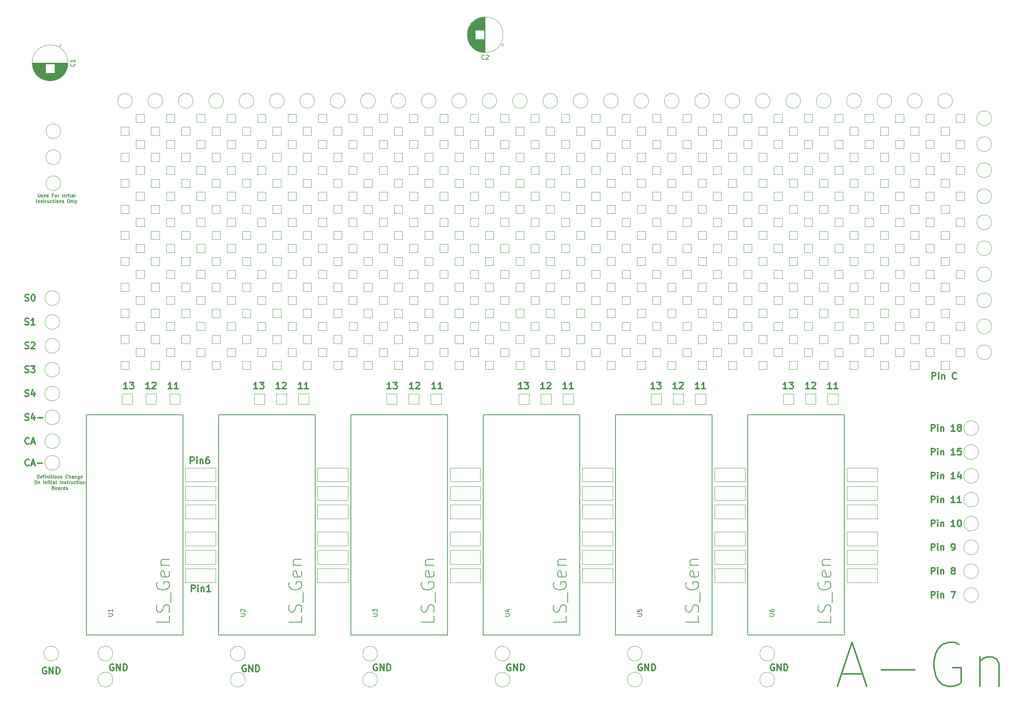
<source format=gbr>
G04 #@! TF.GenerationSoftware,KiCad,Pcbnew,(5.0.0)*
G04 #@! TF.CreationDate,2019-08-30T17:40:10+01:00*
G04 #@! TF.ProjectId,A-GA,412D47412E6B696361645F7063620000,rev?*
G04 #@! TF.SameCoordinates,Original*
G04 #@! TF.FileFunction,Legend,Top*
G04 #@! TF.FilePolarity,Positive*
%FSLAX46Y46*%
G04 Gerber Fmt 4.6, Leading zero omitted, Abs format (unit mm)*
G04 Created by KiCad (PCBNEW (5.0.0)) date 08/30/19 17:40:10*
%MOMM*%
%LPD*%
G01*
G04 APERTURE LIST*
%ADD10C,0.187500*%
%ADD11C,0.300000*%
%ADD12C,0.120000*%
%ADD13C,0.150000*%
G04 APERTURE END LIST*
D10*
X29482142Y-68433035D02*
X29482142Y-69040178D01*
X29517857Y-69111607D01*
X29553571Y-69147321D01*
X29625000Y-69183035D01*
X29767857Y-69183035D01*
X29839285Y-69147321D01*
X29875000Y-69111607D01*
X29910714Y-69040178D01*
X29910714Y-68433035D01*
X30232142Y-69147321D02*
X30303571Y-69183035D01*
X30446428Y-69183035D01*
X30517857Y-69147321D01*
X30553571Y-69075892D01*
X30553571Y-69040178D01*
X30517857Y-68968750D01*
X30446428Y-68933035D01*
X30339285Y-68933035D01*
X30267857Y-68897321D01*
X30232142Y-68825892D01*
X30232142Y-68790178D01*
X30267857Y-68718750D01*
X30339285Y-68683035D01*
X30446428Y-68683035D01*
X30517857Y-68718750D01*
X31160714Y-69147321D02*
X31089285Y-69183035D01*
X30946428Y-69183035D01*
X30875000Y-69147321D01*
X30839285Y-69075892D01*
X30839285Y-68790178D01*
X30875000Y-68718750D01*
X30946428Y-68683035D01*
X31089285Y-68683035D01*
X31160714Y-68718750D01*
X31196428Y-68790178D01*
X31196428Y-68861607D01*
X30839285Y-68933035D01*
X31839285Y-69183035D02*
X31839285Y-68433035D01*
X31839285Y-69147321D02*
X31767857Y-69183035D01*
X31625000Y-69183035D01*
X31553571Y-69147321D01*
X31517857Y-69111607D01*
X31482142Y-69040178D01*
X31482142Y-68825892D01*
X31517857Y-68754464D01*
X31553571Y-68718750D01*
X31625000Y-68683035D01*
X31767857Y-68683035D01*
X31839285Y-68718750D01*
X33017857Y-68790178D02*
X32767857Y-68790178D01*
X32767857Y-69183035D02*
X32767857Y-68433035D01*
X33125000Y-68433035D01*
X33517857Y-69183035D02*
X33446428Y-69147321D01*
X33410714Y-69111607D01*
X33375000Y-69040178D01*
X33375000Y-68825892D01*
X33410714Y-68754464D01*
X33446428Y-68718750D01*
X33517857Y-68683035D01*
X33625000Y-68683035D01*
X33696428Y-68718750D01*
X33732142Y-68754464D01*
X33767857Y-68825892D01*
X33767857Y-69040178D01*
X33732142Y-69111607D01*
X33696428Y-69147321D01*
X33625000Y-69183035D01*
X33517857Y-69183035D01*
X34089285Y-69183035D02*
X34089285Y-68683035D01*
X34089285Y-68825892D02*
X34125000Y-68754464D01*
X34160714Y-68718750D01*
X34232142Y-68683035D01*
X34303571Y-68683035D01*
X35125000Y-69183035D02*
X35125000Y-68433035D01*
X35482142Y-68683035D02*
X35482142Y-69183035D01*
X35482142Y-68754464D02*
X35517857Y-68718750D01*
X35589285Y-68683035D01*
X35696428Y-68683035D01*
X35767857Y-68718750D01*
X35803571Y-68790178D01*
X35803571Y-69183035D01*
X36160714Y-69183035D02*
X36160714Y-68683035D01*
X36160714Y-68433035D02*
X36125000Y-68468750D01*
X36160714Y-68504464D01*
X36196428Y-68468750D01*
X36160714Y-68433035D01*
X36160714Y-68504464D01*
X36410714Y-68683035D02*
X36696428Y-68683035D01*
X36517857Y-68433035D02*
X36517857Y-69075892D01*
X36553571Y-69147321D01*
X36625000Y-69183035D01*
X36696428Y-69183035D01*
X36946428Y-69183035D02*
X36946428Y-68683035D01*
X36946428Y-68433035D02*
X36910714Y-68468750D01*
X36946428Y-68504464D01*
X36982142Y-68468750D01*
X36946428Y-68433035D01*
X36946428Y-68504464D01*
X37625000Y-69183035D02*
X37625000Y-68790178D01*
X37589285Y-68718750D01*
X37517857Y-68683035D01*
X37375000Y-68683035D01*
X37303571Y-68718750D01*
X37625000Y-69147321D02*
X37553571Y-69183035D01*
X37375000Y-69183035D01*
X37303571Y-69147321D01*
X37267857Y-69075892D01*
X37267857Y-69004464D01*
X37303571Y-68933035D01*
X37375000Y-68897321D01*
X37553571Y-68897321D01*
X37625000Y-68861607D01*
X38089285Y-69183035D02*
X38017857Y-69147321D01*
X37982142Y-69075892D01*
X37982142Y-68433035D01*
X29125000Y-70495535D02*
X29125000Y-69745535D01*
X29482142Y-69995535D02*
X29482142Y-70495535D01*
X29482142Y-70066964D02*
X29517857Y-70031250D01*
X29589285Y-69995535D01*
X29696428Y-69995535D01*
X29767857Y-70031250D01*
X29803571Y-70102678D01*
X29803571Y-70495535D01*
X30125000Y-70459821D02*
X30196428Y-70495535D01*
X30339285Y-70495535D01*
X30410714Y-70459821D01*
X30446428Y-70388392D01*
X30446428Y-70352678D01*
X30410714Y-70281250D01*
X30339285Y-70245535D01*
X30232142Y-70245535D01*
X30160714Y-70209821D01*
X30125000Y-70138392D01*
X30125000Y-70102678D01*
X30160714Y-70031250D01*
X30232142Y-69995535D01*
X30339285Y-69995535D01*
X30410714Y-70031250D01*
X30660714Y-69995535D02*
X30946428Y-69995535D01*
X30767857Y-69745535D02*
X30767857Y-70388392D01*
X30803571Y-70459821D01*
X30875000Y-70495535D01*
X30946428Y-70495535D01*
X31196428Y-70495535D02*
X31196428Y-69995535D01*
X31196428Y-70138392D02*
X31232142Y-70066964D01*
X31267857Y-70031250D01*
X31339285Y-69995535D01*
X31410714Y-69995535D01*
X31982142Y-69995535D02*
X31982142Y-70495535D01*
X31660714Y-69995535D02*
X31660714Y-70388392D01*
X31696428Y-70459821D01*
X31767857Y-70495535D01*
X31875000Y-70495535D01*
X31946428Y-70459821D01*
X31982142Y-70424107D01*
X32660714Y-70459821D02*
X32589285Y-70495535D01*
X32446428Y-70495535D01*
X32375000Y-70459821D01*
X32339285Y-70424107D01*
X32303571Y-70352678D01*
X32303571Y-70138392D01*
X32339285Y-70066964D01*
X32375000Y-70031250D01*
X32446428Y-69995535D01*
X32589285Y-69995535D01*
X32660714Y-70031250D01*
X32875000Y-69995535D02*
X33160714Y-69995535D01*
X32982142Y-69745535D02*
X32982142Y-70388392D01*
X33017857Y-70459821D01*
X33089285Y-70495535D01*
X33160714Y-70495535D01*
X33410714Y-70495535D02*
X33410714Y-69995535D01*
X33410714Y-69745535D02*
X33375000Y-69781250D01*
X33410714Y-69816964D01*
X33446428Y-69781250D01*
X33410714Y-69745535D01*
X33410714Y-69816964D01*
X33875000Y-70495535D02*
X33803571Y-70459821D01*
X33767857Y-70424107D01*
X33732142Y-70352678D01*
X33732142Y-70138392D01*
X33767857Y-70066964D01*
X33803571Y-70031250D01*
X33875000Y-69995535D01*
X33982142Y-69995535D01*
X34053571Y-70031250D01*
X34089285Y-70066964D01*
X34125000Y-70138392D01*
X34125000Y-70352678D01*
X34089285Y-70424107D01*
X34053571Y-70459821D01*
X33982142Y-70495535D01*
X33875000Y-70495535D01*
X34446428Y-69995535D02*
X34446428Y-70495535D01*
X34446428Y-70066964D02*
X34482142Y-70031250D01*
X34553571Y-69995535D01*
X34660714Y-69995535D01*
X34732142Y-70031250D01*
X34767857Y-70102678D01*
X34767857Y-70495535D01*
X35089285Y-70459821D02*
X35160714Y-70495535D01*
X35303571Y-70495535D01*
X35375000Y-70459821D01*
X35410714Y-70388392D01*
X35410714Y-70352678D01*
X35375000Y-70281250D01*
X35303571Y-70245535D01*
X35196428Y-70245535D01*
X35125000Y-70209821D01*
X35089285Y-70138392D01*
X35089285Y-70102678D01*
X35125000Y-70031250D01*
X35196428Y-69995535D01*
X35303571Y-69995535D01*
X35375000Y-70031250D01*
X36446428Y-69745535D02*
X36589285Y-69745535D01*
X36660714Y-69781250D01*
X36732142Y-69852678D01*
X36767857Y-69995535D01*
X36767857Y-70245535D01*
X36732142Y-70388392D01*
X36660714Y-70459821D01*
X36589285Y-70495535D01*
X36446428Y-70495535D01*
X36375000Y-70459821D01*
X36303571Y-70388392D01*
X36267857Y-70245535D01*
X36267857Y-69995535D01*
X36303571Y-69852678D01*
X36375000Y-69781250D01*
X36446428Y-69745535D01*
X37089285Y-69995535D02*
X37089285Y-70495535D01*
X37089285Y-70066964D02*
X37125000Y-70031250D01*
X37196428Y-69995535D01*
X37303571Y-69995535D01*
X37375000Y-70031250D01*
X37410714Y-70102678D01*
X37410714Y-70495535D01*
X37875000Y-70495535D02*
X37803571Y-70459821D01*
X37767857Y-70388392D01*
X37767857Y-69745535D01*
X38089285Y-69995535D02*
X38267857Y-70495535D01*
X38446428Y-69995535D02*
X38267857Y-70495535D01*
X38196428Y-70674107D01*
X38160714Y-70709821D01*
X38089285Y-70745535D01*
X29357142Y-134026785D02*
X29357142Y-133276785D01*
X29535714Y-133276785D01*
X29642857Y-133312500D01*
X29714285Y-133383928D01*
X29750000Y-133455357D01*
X29785714Y-133598214D01*
X29785714Y-133705357D01*
X29750000Y-133848214D01*
X29714285Y-133919642D01*
X29642857Y-133991071D01*
X29535714Y-134026785D01*
X29357142Y-134026785D01*
X30392857Y-133991071D02*
X30321428Y-134026785D01*
X30178571Y-134026785D01*
X30107142Y-133991071D01*
X30071428Y-133919642D01*
X30071428Y-133633928D01*
X30107142Y-133562500D01*
X30178571Y-133526785D01*
X30321428Y-133526785D01*
X30392857Y-133562500D01*
X30428571Y-133633928D01*
X30428571Y-133705357D01*
X30071428Y-133776785D01*
X30642857Y-133526785D02*
X30928571Y-133526785D01*
X30750000Y-134026785D02*
X30750000Y-133383928D01*
X30785714Y-133312500D01*
X30857142Y-133276785D01*
X30928571Y-133276785D01*
X31178571Y-134026785D02*
X31178571Y-133526785D01*
X31178571Y-133276785D02*
X31142857Y-133312500D01*
X31178571Y-133348214D01*
X31214285Y-133312500D01*
X31178571Y-133276785D01*
X31178571Y-133348214D01*
X31535714Y-133526785D02*
X31535714Y-134026785D01*
X31535714Y-133598214D02*
X31571428Y-133562500D01*
X31642857Y-133526785D01*
X31750000Y-133526785D01*
X31821428Y-133562500D01*
X31857142Y-133633928D01*
X31857142Y-134026785D01*
X32214285Y-134026785D02*
X32214285Y-133526785D01*
X32214285Y-133276785D02*
X32178571Y-133312500D01*
X32214285Y-133348214D01*
X32250000Y-133312500D01*
X32214285Y-133276785D01*
X32214285Y-133348214D01*
X32464285Y-133526785D02*
X32750000Y-133526785D01*
X32571428Y-133276785D02*
X32571428Y-133919642D01*
X32607142Y-133991071D01*
X32678571Y-134026785D01*
X32750000Y-134026785D01*
X33000000Y-134026785D02*
X33000000Y-133526785D01*
X33000000Y-133276785D02*
X32964285Y-133312500D01*
X33000000Y-133348214D01*
X33035714Y-133312500D01*
X33000000Y-133276785D01*
X33000000Y-133348214D01*
X33464285Y-134026785D02*
X33392857Y-133991071D01*
X33357142Y-133955357D01*
X33321428Y-133883928D01*
X33321428Y-133669642D01*
X33357142Y-133598214D01*
X33392857Y-133562500D01*
X33464285Y-133526785D01*
X33571428Y-133526785D01*
X33642857Y-133562500D01*
X33678571Y-133598214D01*
X33714285Y-133669642D01*
X33714285Y-133883928D01*
X33678571Y-133955357D01*
X33642857Y-133991071D01*
X33571428Y-134026785D01*
X33464285Y-134026785D01*
X34035714Y-133526785D02*
X34035714Y-134026785D01*
X34035714Y-133598214D02*
X34071428Y-133562500D01*
X34142857Y-133526785D01*
X34250000Y-133526785D01*
X34321428Y-133562500D01*
X34357142Y-133633928D01*
X34357142Y-134026785D01*
X34678571Y-133991071D02*
X34750000Y-134026785D01*
X34892857Y-134026785D01*
X34964285Y-133991071D01*
X35000000Y-133919642D01*
X35000000Y-133883928D01*
X34964285Y-133812500D01*
X34892857Y-133776785D01*
X34785714Y-133776785D01*
X34714285Y-133741071D01*
X34678571Y-133669642D01*
X34678571Y-133633928D01*
X34714285Y-133562500D01*
X34785714Y-133526785D01*
X34892857Y-133526785D01*
X34964285Y-133562500D01*
X36321428Y-133955357D02*
X36285714Y-133991071D01*
X36178571Y-134026785D01*
X36107142Y-134026785D01*
X36000000Y-133991071D01*
X35928571Y-133919642D01*
X35892857Y-133848214D01*
X35857142Y-133705357D01*
X35857142Y-133598214D01*
X35892857Y-133455357D01*
X35928571Y-133383928D01*
X36000000Y-133312500D01*
X36107142Y-133276785D01*
X36178571Y-133276785D01*
X36285714Y-133312500D01*
X36321428Y-133348214D01*
X36642857Y-134026785D02*
X36642857Y-133276785D01*
X36964285Y-134026785D02*
X36964285Y-133633928D01*
X36928571Y-133562500D01*
X36857142Y-133526785D01*
X36750000Y-133526785D01*
X36678571Y-133562500D01*
X36642857Y-133598214D01*
X37642857Y-134026785D02*
X37642857Y-133633928D01*
X37607142Y-133562500D01*
X37535714Y-133526785D01*
X37392857Y-133526785D01*
X37321428Y-133562500D01*
X37642857Y-133991071D02*
X37571428Y-134026785D01*
X37392857Y-134026785D01*
X37321428Y-133991071D01*
X37285714Y-133919642D01*
X37285714Y-133848214D01*
X37321428Y-133776785D01*
X37392857Y-133741071D01*
X37571428Y-133741071D01*
X37642857Y-133705357D01*
X38000000Y-133526785D02*
X38000000Y-134026785D01*
X38000000Y-133598214D02*
X38035714Y-133562500D01*
X38107142Y-133526785D01*
X38214285Y-133526785D01*
X38285714Y-133562500D01*
X38321428Y-133633928D01*
X38321428Y-134026785D01*
X39000000Y-133526785D02*
X39000000Y-134133928D01*
X38964285Y-134205357D01*
X38928571Y-134241071D01*
X38857142Y-134276785D01*
X38750000Y-134276785D01*
X38678571Y-134241071D01*
X39000000Y-133991071D02*
X38928571Y-134026785D01*
X38785714Y-134026785D01*
X38714285Y-133991071D01*
X38678571Y-133955357D01*
X38642857Y-133883928D01*
X38642857Y-133669642D01*
X38678571Y-133598214D01*
X38714285Y-133562500D01*
X38785714Y-133526785D01*
X38928571Y-133526785D01*
X39000000Y-133562500D01*
X39642857Y-133991071D02*
X39571428Y-134026785D01*
X39428571Y-134026785D01*
X39357142Y-133991071D01*
X39321428Y-133919642D01*
X39321428Y-133633928D01*
X39357142Y-133562500D01*
X39428571Y-133526785D01*
X39571428Y-133526785D01*
X39642857Y-133562500D01*
X39678571Y-133633928D01*
X39678571Y-133705357D01*
X39321428Y-133776785D01*
X28892857Y-134589285D02*
X29035714Y-134589285D01*
X29107142Y-134625000D01*
X29178571Y-134696428D01*
X29214285Y-134839285D01*
X29214285Y-135089285D01*
X29178571Y-135232142D01*
X29107142Y-135303571D01*
X29035714Y-135339285D01*
X28892857Y-135339285D01*
X28821428Y-135303571D01*
X28750000Y-135232142D01*
X28714285Y-135089285D01*
X28714285Y-134839285D01*
X28750000Y-134696428D01*
X28821428Y-134625000D01*
X28892857Y-134589285D01*
X29535714Y-134839285D02*
X29535714Y-135339285D01*
X29535714Y-134910714D02*
X29571428Y-134875000D01*
X29642857Y-134839285D01*
X29750000Y-134839285D01*
X29821428Y-134875000D01*
X29857142Y-134946428D01*
X29857142Y-135339285D01*
X30785714Y-135339285D02*
X30785714Y-134589285D01*
X31142857Y-134839285D02*
X31142857Y-135339285D01*
X31142857Y-134910714D02*
X31178571Y-134875000D01*
X31250000Y-134839285D01*
X31357142Y-134839285D01*
X31428571Y-134875000D01*
X31464285Y-134946428D01*
X31464285Y-135339285D01*
X31821428Y-135339285D02*
X31821428Y-134839285D01*
X31821428Y-134589285D02*
X31785714Y-134625000D01*
X31821428Y-134660714D01*
X31857142Y-134625000D01*
X31821428Y-134589285D01*
X31821428Y-134660714D01*
X32071428Y-134839285D02*
X32357142Y-134839285D01*
X32178571Y-134589285D02*
X32178571Y-135232142D01*
X32214285Y-135303571D01*
X32285714Y-135339285D01*
X32357142Y-135339285D01*
X32607142Y-135339285D02*
X32607142Y-134839285D01*
X32607142Y-134589285D02*
X32571428Y-134625000D01*
X32607142Y-134660714D01*
X32642857Y-134625000D01*
X32607142Y-134589285D01*
X32607142Y-134660714D01*
X33285714Y-135339285D02*
X33285714Y-134946428D01*
X33250000Y-134875000D01*
X33178571Y-134839285D01*
X33035714Y-134839285D01*
X32964285Y-134875000D01*
X33285714Y-135303571D02*
X33214285Y-135339285D01*
X33035714Y-135339285D01*
X32964285Y-135303571D01*
X32928571Y-135232142D01*
X32928571Y-135160714D01*
X32964285Y-135089285D01*
X33035714Y-135053571D01*
X33214285Y-135053571D01*
X33285714Y-135017857D01*
X33750000Y-135339285D02*
X33678571Y-135303571D01*
X33642857Y-135232142D01*
X33642857Y-134589285D01*
X34607142Y-135339285D02*
X34607142Y-134589285D01*
X34964285Y-134839285D02*
X34964285Y-135339285D01*
X34964285Y-134910714D02*
X35000000Y-134875000D01*
X35071428Y-134839285D01*
X35178571Y-134839285D01*
X35250000Y-134875000D01*
X35285714Y-134946428D01*
X35285714Y-135339285D01*
X35607142Y-135303571D02*
X35678571Y-135339285D01*
X35821428Y-135339285D01*
X35892857Y-135303571D01*
X35928571Y-135232142D01*
X35928571Y-135196428D01*
X35892857Y-135125000D01*
X35821428Y-135089285D01*
X35714285Y-135089285D01*
X35642857Y-135053571D01*
X35607142Y-134982142D01*
X35607142Y-134946428D01*
X35642857Y-134875000D01*
X35714285Y-134839285D01*
X35821428Y-134839285D01*
X35892857Y-134875000D01*
X36142857Y-134839285D02*
X36428571Y-134839285D01*
X36250000Y-134589285D02*
X36250000Y-135232142D01*
X36285714Y-135303571D01*
X36357142Y-135339285D01*
X36428571Y-135339285D01*
X36678571Y-135339285D02*
X36678571Y-134839285D01*
X36678571Y-134982142D02*
X36714285Y-134910714D01*
X36750000Y-134875000D01*
X36821428Y-134839285D01*
X36892857Y-134839285D01*
X37464285Y-134839285D02*
X37464285Y-135339285D01*
X37142857Y-134839285D02*
X37142857Y-135232142D01*
X37178571Y-135303571D01*
X37250000Y-135339285D01*
X37357142Y-135339285D01*
X37428571Y-135303571D01*
X37464285Y-135267857D01*
X38142857Y-135303571D02*
X38071428Y-135339285D01*
X37928571Y-135339285D01*
X37857142Y-135303571D01*
X37821428Y-135267857D01*
X37785714Y-135196428D01*
X37785714Y-134982142D01*
X37821428Y-134910714D01*
X37857142Y-134875000D01*
X37928571Y-134839285D01*
X38071428Y-134839285D01*
X38142857Y-134875000D01*
X38357142Y-134839285D02*
X38642857Y-134839285D01*
X38464285Y-134589285D02*
X38464285Y-135232142D01*
X38500000Y-135303571D01*
X38571428Y-135339285D01*
X38642857Y-135339285D01*
X38892857Y-135339285D02*
X38892857Y-134839285D01*
X38892857Y-134589285D02*
X38857142Y-134625000D01*
X38892857Y-134660714D01*
X38928571Y-134625000D01*
X38892857Y-134589285D01*
X38892857Y-134660714D01*
X39357142Y-135339285D02*
X39285714Y-135303571D01*
X39250000Y-135267857D01*
X39214285Y-135196428D01*
X39214285Y-134982142D01*
X39250000Y-134910714D01*
X39285714Y-134875000D01*
X39357142Y-134839285D01*
X39464285Y-134839285D01*
X39535714Y-134875000D01*
X39571428Y-134910714D01*
X39607142Y-134982142D01*
X39607142Y-135196428D01*
X39571428Y-135267857D01*
X39535714Y-135303571D01*
X39464285Y-135339285D01*
X39357142Y-135339285D01*
X39928571Y-134839285D02*
X39928571Y-135339285D01*
X39928571Y-134910714D02*
X39964285Y-134875000D01*
X40035714Y-134839285D01*
X40142857Y-134839285D01*
X40214285Y-134875000D01*
X40250000Y-134946428D01*
X40250000Y-135339285D01*
X33000000Y-136258928D02*
X33107142Y-136294642D01*
X33142857Y-136330357D01*
X33178571Y-136401785D01*
X33178571Y-136508928D01*
X33142857Y-136580357D01*
X33107142Y-136616071D01*
X33035714Y-136651785D01*
X32750000Y-136651785D01*
X32750000Y-135901785D01*
X33000000Y-135901785D01*
X33071428Y-135937500D01*
X33107142Y-135973214D01*
X33142857Y-136044642D01*
X33142857Y-136116071D01*
X33107142Y-136187500D01*
X33071428Y-136223214D01*
X33000000Y-136258928D01*
X32750000Y-136258928D01*
X33607142Y-136651785D02*
X33535714Y-136616071D01*
X33500000Y-136580357D01*
X33464285Y-136508928D01*
X33464285Y-136294642D01*
X33500000Y-136223214D01*
X33535714Y-136187500D01*
X33607142Y-136151785D01*
X33714285Y-136151785D01*
X33785714Y-136187500D01*
X33821428Y-136223214D01*
X33857142Y-136294642D01*
X33857142Y-136508928D01*
X33821428Y-136580357D01*
X33785714Y-136616071D01*
X33714285Y-136651785D01*
X33607142Y-136651785D01*
X34500000Y-136651785D02*
X34500000Y-136258928D01*
X34464285Y-136187500D01*
X34392857Y-136151785D01*
X34250000Y-136151785D01*
X34178571Y-136187500D01*
X34500000Y-136616071D02*
X34428571Y-136651785D01*
X34250000Y-136651785D01*
X34178571Y-136616071D01*
X34142857Y-136544642D01*
X34142857Y-136473214D01*
X34178571Y-136401785D01*
X34250000Y-136366071D01*
X34428571Y-136366071D01*
X34500000Y-136330357D01*
X34857142Y-136651785D02*
X34857142Y-136151785D01*
X34857142Y-136294642D02*
X34892857Y-136223214D01*
X34928571Y-136187500D01*
X35000000Y-136151785D01*
X35071428Y-136151785D01*
X35642857Y-136651785D02*
X35642857Y-135901785D01*
X35642857Y-136616071D02*
X35571428Y-136651785D01*
X35428571Y-136651785D01*
X35357142Y-136616071D01*
X35321428Y-136580357D01*
X35285714Y-136508928D01*
X35285714Y-136294642D01*
X35321428Y-136223214D01*
X35357142Y-136187500D01*
X35428571Y-136151785D01*
X35571428Y-136151785D01*
X35642857Y-136187500D01*
X35964285Y-136616071D02*
X36035714Y-136651785D01*
X36178571Y-136651785D01*
X36250000Y-136616071D01*
X36285714Y-136544642D01*
X36285714Y-136508928D01*
X36250000Y-136437500D01*
X36178571Y-136401785D01*
X36071428Y-136401785D01*
X36000000Y-136366071D01*
X35964285Y-136294642D01*
X35964285Y-136258928D01*
X36000000Y-136187500D01*
X36071428Y-136151785D01*
X36178571Y-136151785D01*
X36250000Y-136187500D01*
D11*
X235500000Y-111178571D02*
X235500000Y-109678571D01*
X236071428Y-109678571D01*
X236214285Y-109750000D01*
X236285714Y-109821428D01*
X236357142Y-109964285D01*
X236357142Y-110178571D01*
X236285714Y-110321428D01*
X236214285Y-110392857D01*
X236071428Y-110464285D01*
X235500000Y-110464285D01*
X237000000Y-111178571D02*
X237000000Y-110178571D01*
X237000000Y-109678571D02*
X236928571Y-109750000D01*
X237000000Y-109821428D01*
X237071428Y-109750000D01*
X237000000Y-109678571D01*
X237000000Y-109821428D01*
X237714285Y-110178571D02*
X237714285Y-111178571D01*
X237714285Y-110321428D02*
X237785714Y-110250000D01*
X237928571Y-110178571D01*
X238142857Y-110178571D01*
X238285714Y-110250000D01*
X238357142Y-110392857D01*
X238357142Y-111178571D01*
X241071428Y-111035714D02*
X241000000Y-111107142D01*
X240785714Y-111178571D01*
X240642857Y-111178571D01*
X240428571Y-111107142D01*
X240285714Y-110964285D01*
X240214285Y-110821428D01*
X240142857Y-110535714D01*
X240142857Y-110321428D01*
X240214285Y-110035714D01*
X240285714Y-109892857D01*
X240428571Y-109750000D01*
X240642857Y-109678571D01*
X240785714Y-109678571D01*
X241000000Y-109750000D01*
X241071428Y-109821428D01*
X235302142Y-161678571D02*
X235302142Y-160178571D01*
X235873571Y-160178571D01*
X236016428Y-160250000D01*
X236087857Y-160321428D01*
X236159285Y-160464285D01*
X236159285Y-160678571D01*
X236087857Y-160821428D01*
X236016428Y-160892857D01*
X235873571Y-160964285D01*
X235302142Y-160964285D01*
X236802142Y-161678571D02*
X236802142Y-160678571D01*
X236802142Y-160178571D02*
X236730714Y-160250000D01*
X236802142Y-160321428D01*
X236873571Y-160250000D01*
X236802142Y-160178571D01*
X236802142Y-160321428D01*
X237516428Y-160678571D02*
X237516428Y-161678571D01*
X237516428Y-160821428D02*
X237587857Y-160750000D01*
X237730714Y-160678571D01*
X237945000Y-160678571D01*
X238087857Y-160750000D01*
X238159285Y-160892857D01*
X238159285Y-161678571D01*
X239873571Y-160178571D02*
X240873571Y-160178571D01*
X240230714Y-161678571D01*
X235302142Y-156178571D02*
X235302142Y-154678571D01*
X235873571Y-154678571D01*
X236016428Y-154750000D01*
X236087857Y-154821428D01*
X236159285Y-154964285D01*
X236159285Y-155178571D01*
X236087857Y-155321428D01*
X236016428Y-155392857D01*
X235873571Y-155464285D01*
X235302142Y-155464285D01*
X236802142Y-156178571D02*
X236802142Y-155178571D01*
X236802142Y-154678571D02*
X236730714Y-154750000D01*
X236802142Y-154821428D01*
X236873571Y-154750000D01*
X236802142Y-154678571D01*
X236802142Y-154821428D01*
X237516428Y-155178571D02*
X237516428Y-156178571D01*
X237516428Y-155321428D02*
X237587857Y-155250000D01*
X237730714Y-155178571D01*
X237945000Y-155178571D01*
X238087857Y-155250000D01*
X238159285Y-155392857D01*
X238159285Y-156178571D01*
X240230714Y-155321428D02*
X240087857Y-155250000D01*
X240016428Y-155178571D01*
X239945000Y-155035714D01*
X239945000Y-154964285D01*
X240016428Y-154821428D01*
X240087857Y-154750000D01*
X240230714Y-154678571D01*
X240516428Y-154678571D01*
X240659285Y-154750000D01*
X240730714Y-154821428D01*
X240802142Y-154964285D01*
X240802142Y-155035714D01*
X240730714Y-155178571D01*
X240659285Y-155250000D01*
X240516428Y-155321428D01*
X240230714Y-155321428D01*
X240087857Y-155392857D01*
X240016428Y-155464285D01*
X239945000Y-155607142D01*
X239945000Y-155892857D01*
X240016428Y-156035714D01*
X240087857Y-156107142D01*
X240230714Y-156178571D01*
X240516428Y-156178571D01*
X240659285Y-156107142D01*
X240730714Y-156035714D01*
X240802142Y-155892857D01*
X240802142Y-155607142D01*
X240730714Y-155464285D01*
X240659285Y-155392857D01*
X240516428Y-155321428D01*
X235302142Y-150678571D02*
X235302142Y-149178571D01*
X235873571Y-149178571D01*
X236016428Y-149250000D01*
X236087857Y-149321428D01*
X236159285Y-149464285D01*
X236159285Y-149678571D01*
X236087857Y-149821428D01*
X236016428Y-149892857D01*
X235873571Y-149964285D01*
X235302142Y-149964285D01*
X236802142Y-150678571D02*
X236802142Y-149678571D01*
X236802142Y-149178571D02*
X236730714Y-149250000D01*
X236802142Y-149321428D01*
X236873571Y-149250000D01*
X236802142Y-149178571D01*
X236802142Y-149321428D01*
X237516428Y-149678571D02*
X237516428Y-150678571D01*
X237516428Y-149821428D02*
X237587857Y-149750000D01*
X237730714Y-149678571D01*
X237945000Y-149678571D01*
X238087857Y-149750000D01*
X238159285Y-149892857D01*
X238159285Y-150678571D01*
X240087857Y-150678571D02*
X240373571Y-150678571D01*
X240516428Y-150607142D01*
X240587857Y-150535714D01*
X240730714Y-150321428D01*
X240802142Y-150035714D01*
X240802142Y-149464285D01*
X240730714Y-149321428D01*
X240659285Y-149250000D01*
X240516428Y-149178571D01*
X240230714Y-149178571D01*
X240087857Y-149250000D01*
X240016428Y-149321428D01*
X239945000Y-149464285D01*
X239945000Y-149821428D01*
X240016428Y-149964285D01*
X240087857Y-150035714D01*
X240230714Y-150107142D01*
X240516428Y-150107142D01*
X240659285Y-150035714D01*
X240730714Y-149964285D01*
X240802142Y-149821428D01*
X235302142Y-145178571D02*
X235302142Y-143678571D01*
X235873571Y-143678571D01*
X236016428Y-143750000D01*
X236087857Y-143821428D01*
X236159285Y-143964285D01*
X236159285Y-144178571D01*
X236087857Y-144321428D01*
X236016428Y-144392857D01*
X235873571Y-144464285D01*
X235302142Y-144464285D01*
X236802142Y-145178571D02*
X236802142Y-144178571D01*
X236802142Y-143678571D02*
X236730714Y-143750000D01*
X236802142Y-143821428D01*
X236873571Y-143750000D01*
X236802142Y-143678571D01*
X236802142Y-143821428D01*
X237516428Y-144178571D02*
X237516428Y-145178571D01*
X237516428Y-144321428D02*
X237587857Y-144250000D01*
X237730714Y-144178571D01*
X237945000Y-144178571D01*
X238087857Y-144250000D01*
X238159285Y-144392857D01*
X238159285Y-145178571D01*
X240802142Y-145178571D02*
X239945000Y-145178571D01*
X240373571Y-145178571D02*
X240373571Y-143678571D01*
X240230714Y-143892857D01*
X240087857Y-144035714D01*
X239945000Y-144107142D01*
X241730714Y-143678571D02*
X241873571Y-143678571D01*
X242016428Y-143750000D01*
X242087857Y-143821428D01*
X242159285Y-143964285D01*
X242230714Y-144250000D01*
X242230714Y-144607142D01*
X242159285Y-144892857D01*
X242087857Y-145035714D01*
X242016428Y-145107142D01*
X241873571Y-145178571D01*
X241730714Y-145178571D01*
X241587857Y-145107142D01*
X241516428Y-145035714D01*
X241445000Y-144892857D01*
X241373571Y-144607142D01*
X241373571Y-144250000D01*
X241445000Y-143964285D01*
X241516428Y-143821428D01*
X241587857Y-143750000D01*
X241730714Y-143678571D01*
X235302142Y-139678571D02*
X235302142Y-138178571D01*
X235873571Y-138178571D01*
X236016428Y-138250000D01*
X236087857Y-138321428D01*
X236159285Y-138464285D01*
X236159285Y-138678571D01*
X236087857Y-138821428D01*
X236016428Y-138892857D01*
X235873571Y-138964285D01*
X235302142Y-138964285D01*
X236802142Y-139678571D02*
X236802142Y-138678571D01*
X236802142Y-138178571D02*
X236730714Y-138250000D01*
X236802142Y-138321428D01*
X236873571Y-138250000D01*
X236802142Y-138178571D01*
X236802142Y-138321428D01*
X237516428Y-138678571D02*
X237516428Y-139678571D01*
X237516428Y-138821428D02*
X237587857Y-138750000D01*
X237730714Y-138678571D01*
X237945000Y-138678571D01*
X238087857Y-138750000D01*
X238159285Y-138892857D01*
X238159285Y-139678571D01*
X240802142Y-139678571D02*
X239945000Y-139678571D01*
X240373571Y-139678571D02*
X240373571Y-138178571D01*
X240230714Y-138392857D01*
X240087857Y-138535714D01*
X239945000Y-138607142D01*
X242230714Y-139678571D02*
X241373571Y-139678571D01*
X241802142Y-139678571D02*
X241802142Y-138178571D01*
X241659285Y-138392857D01*
X241516428Y-138535714D01*
X241373571Y-138607142D01*
X235302142Y-134178571D02*
X235302142Y-132678571D01*
X235873571Y-132678571D01*
X236016428Y-132750000D01*
X236087857Y-132821428D01*
X236159285Y-132964285D01*
X236159285Y-133178571D01*
X236087857Y-133321428D01*
X236016428Y-133392857D01*
X235873571Y-133464285D01*
X235302142Y-133464285D01*
X236802142Y-134178571D02*
X236802142Y-133178571D01*
X236802142Y-132678571D02*
X236730714Y-132750000D01*
X236802142Y-132821428D01*
X236873571Y-132750000D01*
X236802142Y-132678571D01*
X236802142Y-132821428D01*
X237516428Y-133178571D02*
X237516428Y-134178571D01*
X237516428Y-133321428D02*
X237587857Y-133250000D01*
X237730714Y-133178571D01*
X237945000Y-133178571D01*
X238087857Y-133250000D01*
X238159285Y-133392857D01*
X238159285Y-134178571D01*
X240802142Y-134178571D02*
X239945000Y-134178571D01*
X240373571Y-134178571D02*
X240373571Y-132678571D01*
X240230714Y-132892857D01*
X240087857Y-133035714D01*
X239945000Y-133107142D01*
X242087857Y-133178571D02*
X242087857Y-134178571D01*
X241730714Y-132607142D02*
X241373571Y-133678571D01*
X242302142Y-133678571D01*
X235302142Y-128678571D02*
X235302142Y-127178571D01*
X235873571Y-127178571D01*
X236016428Y-127250000D01*
X236087857Y-127321428D01*
X236159285Y-127464285D01*
X236159285Y-127678571D01*
X236087857Y-127821428D01*
X236016428Y-127892857D01*
X235873571Y-127964285D01*
X235302142Y-127964285D01*
X236802142Y-128678571D02*
X236802142Y-127678571D01*
X236802142Y-127178571D02*
X236730714Y-127250000D01*
X236802142Y-127321428D01*
X236873571Y-127250000D01*
X236802142Y-127178571D01*
X236802142Y-127321428D01*
X237516428Y-127678571D02*
X237516428Y-128678571D01*
X237516428Y-127821428D02*
X237587857Y-127750000D01*
X237730714Y-127678571D01*
X237945000Y-127678571D01*
X238087857Y-127750000D01*
X238159285Y-127892857D01*
X238159285Y-128678571D01*
X240802142Y-128678571D02*
X239945000Y-128678571D01*
X240373571Y-128678571D02*
X240373571Y-127178571D01*
X240230714Y-127392857D01*
X240087857Y-127535714D01*
X239945000Y-127607142D01*
X242159285Y-127178571D02*
X241445000Y-127178571D01*
X241373571Y-127892857D01*
X241445000Y-127821428D01*
X241587857Y-127750000D01*
X241945000Y-127750000D01*
X242087857Y-127821428D01*
X242159285Y-127892857D01*
X242230714Y-128035714D01*
X242230714Y-128392857D01*
X242159285Y-128535714D01*
X242087857Y-128607142D01*
X241945000Y-128678571D01*
X241587857Y-128678571D01*
X241445000Y-128607142D01*
X241373571Y-128535714D01*
X235302142Y-123178571D02*
X235302142Y-121678571D01*
X235873571Y-121678571D01*
X236016428Y-121750000D01*
X236087857Y-121821428D01*
X236159285Y-121964285D01*
X236159285Y-122178571D01*
X236087857Y-122321428D01*
X236016428Y-122392857D01*
X235873571Y-122464285D01*
X235302142Y-122464285D01*
X236802142Y-123178571D02*
X236802142Y-122178571D01*
X236802142Y-121678571D02*
X236730714Y-121750000D01*
X236802142Y-121821428D01*
X236873571Y-121750000D01*
X236802142Y-121678571D01*
X236802142Y-121821428D01*
X237516428Y-122178571D02*
X237516428Y-123178571D01*
X237516428Y-122321428D02*
X237587857Y-122250000D01*
X237730714Y-122178571D01*
X237945000Y-122178571D01*
X238087857Y-122250000D01*
X238159285Y-122392857D01*
X238159285Y-123178571D01*
X240802142Y-123178571D02*
X239945000Y-123178571D01*
X240373571Y-123178571D02*
X240373571Y-121678571D01*
X240230714Y-121892857D01*
X240087857Y-122035714D01*
X239945000Y-122107142D01*
X241659285Y-122321428D02*
X241516428Y-122250000D01*
X241445000Y-122178571D01*
X241373571Y-122035714D01*
X241373571Y-121964285D01*
X241445000Y-121821428D01*
X241516428Y-121750000D01*
X241659285Y-121678571D01*
X241945000Y-121678571D01*
X242087857Y-121750000D01*
X242159285Y-121821428D01*
X242230714Y-121964285D01*
X242230714Y-122035714D01*
X242159285Y-122178571D01*
X242087857Y-122250000D01*
X241945000Y-122321428D01*
X241659285Y-122321428D01*
X241516428Y-122392857D01*
X241445000Y-122464285D01*
X241373571Y-122607142D01*
X241373571Y-122892857D01*
X241445000Y-123035714D01*
X241516428Y-123107142D01*
X241659285Y-123178571D01*
X241945000Y-123178571D01*
X242087857Y-123107142D01*
X242159285Y-123035714D01*
X242230714Y-122892857D01*
X242230714Y-122607142D01*
X242159285Y-122464285D01*
X242087857Y-122392857D01*
X241945000Y-122321428D01*
X199107142Y-177000000D02*
X198964285Y-176928571D01*
X198750000Y-176928571D01*
X198535714Y-177000000D01*
X198392857Y-177142857D01*
X198321428Y-177285714D01*
X198250000Y-177571428D01*
X198250000Y-177785714D01*
X198321428Y-178071428D01*
X198392857Y-178214285D01*
X198535714Y-178357142D01*
X198750000Y-178428571D01*
X198892857Y-178428571D01*
X199107142Y-178357142D01*
X199178571Y-178285714D01*
X199178571Y-177785714D01*
X198892857Y-177785714D01*
X199821428Y-178428571D02*
X199821428Y-176928571D01*
X200678571Y-178428571D01*
X200678571Y-176928571D01*
X201392857Y-178428571D02*
X201392857Y-176928571D01*
X201750000Y-176928571D01*
X201964285Y-177000000D01*
X202107142Y-177142857D01*
X202178571Y-177285714D01*
X202250000Y-177571428D01*
X202250000Y-177785714D01*
X202178571Y-178071428D01*
X202107142Y-178214285D01*
X201964285Y-178357142D01*
X201750000Y-178428571D01*
X201392857Y-178428571D01*
X168607142Y-177000000D02*
X168464285Y-176928571D01*
X168250000Y-176928571D01*
X168035714Y-177000000D01*
X167892857Y-177142857D01*
X167821428Y-177285714D01*
X167750000Y-177571428D01*
X167750000Y-177785714D01*
X167821428Y-178071428D01*
X167892857Y-178214285D01*
X168035714Y-178357142D01*
X168250000Y-178428571D01*
X168392857Y-178428571D01*
X168607142Y-178357142D01*
X168678571Y-178285714D01*
X168678571Y-177785714D01*
X168392857Y-177785714D01*
X169321428Y-178428571D02*
X169321428Y-176928571D01*
X170178571Y-178428571D01*
X170178571Y-176928571D01*
X170892857Y-178428571D02*
X170892857Y-176928571D01*
X171250000Y-176928571D01*
X171464285Y-177000000D01*
X171607142Y-177142857D01*
X171678571Y-177285714D01*
X171750000Y-177571428D01*
X171750000Y-177785714D01*
X171678571Y-178071428D01*
X171607142Y-178214285D01*
X171464285Y-178357142D01*
X171250000Y-178428571D01*
X170892857Y-178428571D01*
X138357142Y-177000000D02*
X138214285Y-176928571D01*
X138000000Y-176928571D01*
X137785714Y-177000000D01*
X137642857Y-177142857D01*
X137571428Y-177285714D01*
X137500000Y-177571428D01*
X137500000Y-177785714D01*
X137571428Y-178071428D01*
X137642857Y-178214285D01*
X137785714Y-178357142D01*
X138000000Y-178428571D01*
X138142857Y-178428571D01*
X138357142Y-178357142D01*
X138428571Y-178285714D01*
X138428571Y-177785714D01*
X138142857Y-177785714D01*
X139071428Y-178428571D02*
X139071428Y-176928571D01*
X139928571Y-178428571D01*
X139928571Y-176928571D01*
X140642857Y-178428571D02*
X140642857Y-176928571D01*
X141000000Y-176928571D01*
X141214285Y-177000000D01*
X141357142Y-177142857D01*
X141428571Y-177285714D01*
X141500000Y-177571428D01*
X141500000Y-177785714D01*
X141428571Y-178071428D01*
X141357142Y-178214285D01*
X141214285Y-178357142D01*
X141000000Y-178428571D01*
X140642857Y-178428571D01*
X107607142Y-177000000D02*
X107464285Y-176928571D01*
X107250000Y-176928571D01*
X107035714Y-177000000D01*
X106892857Y-177142857D01*
X106821428Y-177285714D01*
X106750000Y-177571428D01*
X106750000Y-177785714D01*
X106821428Y-178071428D01*
X106892857Y-178214285D01*
X107035714Y-178357142D01*
X107250000Y-178428571D01*
X107392857Y-178428571D01*
X107607142Y-178357142D01*
X107678571Y-178285714D01*
X107678571Y-177785714D01*
X107392857Y-177785714D01*
X108321428Y-178428571D02*
X108321428Y-176928571D01*
X109178571Y-178428571D01*
X109178571Y-176928571D01*
X109892857Y-178428571D02*
X109892857Y-176928571D01*
X110250000Y-176928571D01*
X110464285Y-177000000D01*
X110607142Y-177142857D01*
X110678571Y-177285714D01*
X110750000Y-177571428D01*
X110750000Y-177785714D01*
X110678571Y-178071428D01*
X110607142Y-178214285D01*
X110464285Y-178357142D01*
X110250000Y-178428571D01*
X109892857Y-178428571D01*
X77357142Y-177250000D02*
X77214285Y-177178571D01*
X77000000Y-177178571D01*
X76785714Y-177250000D01*
X76642857Y-177392857D01*
X76571428Y-177535714D01*
X76500000Y-177821428D01*
X76500000Y-178035714D01*
X76571428Y-178321428D01*
X76642857Y-178464285D01*
X76785714Y-178607142D01*
X77000000Y-178678571D01*
X77142857Y-178678571D01*
X77357142Y-178607142D01*
X77428571Y-178535714D01*
X77428571Y-178035714D01*
X77142857Y-178035714D01*
X78071428Y-178678571D02*
X78071428Y-177178571D01*
X78928571Y-178678571D01*
X78928571Y-177178571D01*
X79642857Y-178678571D02*
X79642857Y-177178571D01*
X80000000Y-177178571D01*
X80214285Y-177250000D01*
X80357142Y-177392857D01*
X80428571Y-177535714D01*
X80500000Y-177821428D01*
X80500000Y-178035714D01*
X80428571Y-178321428D01*
X80357142Y-178464285D01*
X80214285Y-178607142D01*
X80000000Y-178678571D01*
X79642857Y-178678571D01*
X46857142Y-177000000D02*
X46714285Y-176928571D01*
X46500000Y-176928571D01*
X46285714Y-177000000D01*
X46142857Y-177142857D01*
X46071428Y-177285714D01*
X46000000Y-177571428D01*
X46000000Y-177785714D01*
X46071428Y-178071428D01*
X46142857Y-178214285D01*
X46285714Y-178357142D01*
X46500000Y-178428571D01*
X46642857Y-178428571D01*
X46857142Y-178357142D01*
X46928571Y-178285714D01*
X46928571Y-177785714D01*
X46642857Y-177785714D01*
X47571428Y-178428571D02*
X47571428Y-176928571D01*
X48428571Y-178428571D01*
X48428571Y-176928571D01*
X49142857Y-178428571D02*
X49142857Y-176928571D01*
X49500000Y-176928571D01*
X49714285Y-177000000D01*
X49857142Y-177142857D01*
X49928571Y-177285714D01*
X50000000Y-177571428D01*
X50000000Y-177785714D01*
X49928571Y-178071428D01*
X49857142Y-178214285D01*
X49714285Y-178357142D01*
X49500000Y-178428571D01*
X49142857Y-178428571D01*
X31357142Y-177750000D02*
X31214285Y-177678571D01*
X31000000Y-177678571D01*
X30785714Y-177750000D01*
X30642857Y-177892857D01*
X30571428Y-178035714D01*
X30500000Y-178321428D01*
X30500000Y-178535714D01*
X30571428Y-178821428D01*
X30642857Y-178964285D01*
X30785714Y-179107142D01*
X31000000Y-179178571D01*
X31142857Y-179178571D01*
X31357142Y-179107142D01*
X31428571Y-179035714D01*
X31428571Y-178535714D01*
X31142857Y-178535714D01*
X32071428Y-179178571D02*
X32071428Y-177678571D01*
X32928571Y-179178571D01*
X32928571Y-177678571D01*
X33642857Y-179178571D02*
X33642857Y-177678571D01*
X34000000Y-177678571D01*
X34214285Y-177750000D01*
X34357142Y-177892857D01*
X34428571Y-178035714D01*
X34500000Y-178321428D01*
X34500000Y-178535714D01*
X34428571Y-178821428D01*
X34357142Y-178964285D01*
X34214285Y-179107142D01*
X34000000Y-179178571D01*
X33642857Y-179178571D01*
X202071428Y-113428571D02*
X201214285Y-113428571D01*
X201642857Y-113428571D02*
X201642857Y-111928571D01*
X201500000Y-112142857D01*
X201357142Y-112285714D01*
X201214285Y-112357142D01*
X202571428Y-111928571D02*
X203500000Y-111928571D01*
X203000000Y-112500000D01*
X203214285Y-112500000D01*
X203357142Y-112571428D01*
X203428571Y-112642857D01*
X203500000Y-112785714D01*
X203500000Y-113142857D01*
X203428571Y-113285714D01*
X203357142Y-113357142D01*
X203214285Y-113428571D01*
X202785714Y-113428571D01*
X202642857Y-113357142D01*
X202571428Y-113285714D01*
X207214285Y-113428571D02*
X206357142Y-113428571D01*
X206785714Y-113428571D02*
X206785714Y-111928571D01*
X206642857Y-112142857D01*
X206500000Y-112285714D01*
X206357142Y-112357142D01*
X207785714Y-112071428D02*
X207857142Y-112000000D01*
X208000000Y-111928571D01*
X208357142Y-111928571D01*
X208500000Y-112000000D01*
X208571428Y-112071428D01*
X208642857Y-112214285D01*
X208642857Y-112357142D01*
X208571428Y-112571428D01*
X207714285Y-113428571D01*
X208642857Y-113428571D01*
X212357142Y-113428571D02*
X211500000Y-113428571D01*
X211928571Y-113428571D02*
X211928571Y-111928571D01*
X211785714Y-112142857D01*
X211642857Y-112285714D01*
X211500000Y-112357142D01*
X213785714Y-113428571D02*
X212928571Y-113428571D01*
X213357142Y-113428571D02*
X213357142Y-111928571D01*
X213214285Y-112142857D01*
X213071428Y-112285714D01*
X212928571Y-112357142D01*
X171571428Y-113428571D02*
X170714285Y-113428571D01*
X171142857Y-113428571D02*
X171142857Y-111928571D01*
X171000000Y-112142857D01*
X170857142Y-112285714D01*
X170714285Y-112357142D01*
X172071428Y-111928571D02*
X173000000Y-111928571D01*
X172500000Y-112500000D01*
X172714285Y-112500000D01*
X172857142Y-112571428D01*
X172928571Y-112642857D01*
X173000000Y-112785714D01*
X173000000Y-113142857D01*
X172928571Y-113285714D01*
X172857142Y-113357142D01*
X172714285Y-113428571D01*
X172285714Y-113428571D01*
X172142857Y-113357142D01*
X172071428Y-113285714D01*
X176714285Y-113428571D02*
X175857142Y-113428571D01*
X176285714Y-113428571D02*
X176285714Y-111928571D01*
X176142857Y-112142857D01*
X176000000Y-112285714D01*
X175857142Y-112357142D01*
X177285714Y-112071428D02*
X177357142Y-112000000D01*
X177500000Y-111928571D01*
X177857142Y-111928571D01*
X178000000Y-112000000D01*
X178071428Y-112071428D01*
X178142857Y-112214285D01*
X178142857Y-112357142D01*
X178071428Y-112571428D01*
X177214285Y-113428571D01*
X178142857Y-113428571D01*
X181857142Y-113428571D02*
X181000000Y-113428571D01*
X181428571Y-113428571D02*
X181428571Y-111928571D01*
X181285714Y-112142857D01*
X181142857Y-112285714D01*
X181000000Y-112357142D01*
X183285714Y-113428571D02*
X182428571Y-113428571D01*
X182857142Y-113428571D02*
X182857142Y-111928571D01*
X182714285Y-112142857D01*
X182571428Y-112285714D01*
X182428571Y-112357142D01*
X141071428Y-113428571D02*
X140214285Y-113428571D01*
X140642857Y-113428571D02*
X140642857Y-111928571D01*
X140500000Y-112142857D01*
X140357142Y-112285714D01*
X140214285Y-112357142D01*
X141571428Y-111928571D02*
X142500000Y-111928571D01*
X142000000Y-112500000D01*
X142214285Y-112500000D01*
X142357142Y-112571428D01*
X142428571Y-112642857D01*
X142500000Y-112785714D01*
X142500000Y-113142857D01*
X142428571Y-113285714D01*
X142357142Y-113357142D01*
X142214285Y-113428571D01*
X141785714Y-113428571D01*
X141642857Y-113357142D01*
X141571428Y-113285714D01*
X146214285Y-113428571D02*
X145357142Y-113428571D01*
X145785714Y-113428571D02*
X145785714Y-111928571D01*
X145642857Y-112142857D01*
X145500000Y-112285714D01*
X145357142Y-112357142D01*
X146785714Y-112071428D02*
X146857142Y-112000000D01*
X147000000Y-111928571D01*
X147357142Y-111928571D01*
X147500000Y-112000000D01*
X147571428Y-112071428D01*
X147642857Y-112214285D01*
X147642857Y-112357142D01*
X147571428Y-112571428D01*
X146714285Y-113428571D01*
X147642857Y-113428571D01*
X151357142Y-113428571D02*
X150500000Y-113428571D01*
X150928571Y-113428571D02*
X150928571Y-111928571D01*
X150785714Y-112142857D01*
X150642857Y-112285714D01*
X150500000Y-112357142D01*
X152785714Y-113428571D02*
X151928571Y-113428571D01*
X152357142Y-113428571D02*
X152357142Y-111928571D01*
X152214285Y-112142857D01*
X152071428Y-112285714D01*
X151928571Y-112357142D01*
X110821428Y-113428571D02*
X109964285Y-113428571D01*
X110392857Y-113428571D02*
X110392857Y-111928571D01*
X110250000Y-112142857D01*
X110107142Y-112285714D01*
X109964285Y-112357142D01*
X111321428Y-111928571D02*
X112250000Y-111928571D01*
X111750000Y-112500000D01*
X111964285Y-112500000D01*
X112107142Y-112571428D01*
X112178571Y-112642857D01*
X112250000Y-112785714D01*
X112250000Y-113142857D01*
X112178571Y-113285714D01*
X112107142Y-113357142D01*
X111964285Y-113428571D01*
X111535714Y-113428571D01*
X111392857Y-113357142D01*
X111321428Y-113285714D01*
X115964285Y-113428571D02*
X115107142Y-113428571D01*
X115535714Y-113428571D02*
X115535714Y-111928571D01*
X115392857Y-112142857D01*
X115250000Y-112285714D01*
X115107142Y-112357142D01*
X116535714Y-112071428D02*
X116607142Y-112000000D01*
X116750000Y-111928571D01*
X117107142Y-111928571D01*
X117250000Y-112000000D01*
X117321428Y-112071428D01*
X117392857Y-112214285D01*
X117392857Y-112357142D01*
X117321428Y-112571428D01*
X116464285Y-113428571D01*
X117392857Y-113428571D01*
X121107142Y-113428571D02*
X120250000Y-113428571D01*
X120678571Y-113428571D02*
X120678571Y-111928571D01*
X120535714Y-112142857D01*
X120392857Y-112285714D01*
X120250000Y-112357142D01*
X122535714Y-113428571D02*
X121678571Y-113428571D01*
X122107142Y-113428571D02*
X122107142Y-111928571D01*
X121964285Y-112142857D01*
X121821428Y-112285714D01*
X121678571Y-112357142D01*
X80071428Y-113428571D02*
X79214285Y-113428571D01*
X79642857Y-113428571D02*
X79642857Y-111928571D01*
X79500000Y-112142857D01*
X79357142Y-112285714D01*
X79214285Y-112357142D01*
X80571428Y-111928571D02*
X81500000Y-111928571D01*
X81000000Y-112500000D01*
X81214285Y-112500000D01*
X81357142Y-112571428D01*
X81428571Y-112642857D01*
X81500000Y-112785714D01*
X81500000Y-113142857D01*
X81428571Y-113285714D01*
X81357142Y-113357142D01*
X81214285Y-113428571D01*
X80785714Y-113428571D01*
X80642857Y-113357142D01*
X80571428Y-113285714D01*
X85214285Y-113428571D02*
X84357142Y-113428571D01*
X84785714Y-113428571D02*
X84785714Y-111928571D01*
X84642857Y-112142857D01*
X84500000Y-112285714D01*
X84357142Y-112357142D01*
X85785714Y-112071428D02*
X85857142Y-112000000D01*
X86000000Y-111928571D01*
X86357142Y-111928571D01*
X86500000Y-112000000D01*
X86571428Y-112071428D01*
X86642857Y-112214285D01*
X86642857Y-112357142D01*
X86571428Y-112571428D01*
X85714285Y-113428571D01*
X86642857Y-113428571D01*
X90357142Y-113428571D02*
X89500000Y-113428571D01*
X89928571Y-113428571D02*
X89928571Y-111928571D01*
X89785714Y-112142857D01*
X89642857Y-112285714D01*
X89500000Y-112357142D01*
X91785714Y-113428571D02*
X90928571Y-113428571D01*
X91357142Y-113428571D02*
X91357142Y-111928571D01*
X91214285Y-112142857D01*
X91071428Y-112285714D01*
X90928571Y-112357142D01*
X50071428Y-113428571D02*
X49214285Y-113428571D01*
X49642857Y-113428571D02*
X49642857Y-111928571D01*
X49500000Y-112142857D01*
X49357142Y-112285714D01*
X49214285Y-112357142D01*
X50571428Y-111928571D02*
X51500000Y-111928571D01*
X51000000Y-112500000D01*
X51214285Y-112500000D01*
X51357142Y-112571428D01*
X51428571Y-112642857D01*
X51500000Y-112785714D01*
X51500000Y-113142857D01*
X51428571Y-113285714D01*
X51357142Y-113357142D01*
X51214285Y-113428571D01*
X50785714Y-113428571D01*
X50642857Y-113357142D01*
X50571428Y-113285714D01*
X55214285Y-113428571D02*
X54357142Y-113428571D01*
X54785714Y-113428571D02*
X54785714Y-111928571D01*
X54642857Y-112142857D01*
X54500000Y-112285714D01*
X54357142Y-112357142D01*
X55785714Y-112071428D02*
X55857142Y-112000000D01*
X56000000Y-111928571D01*
X56357142Y-111928571D01*
X56500000Y-112000000D01*
X56571428Y-112071428D01*
X56642857Y-112214285D01*
X56642857Y-112357142D01*
X56571428Y-112571428D01*
X55714285Y-113428571D01*
X56642857Y-113428571D01*
X60357142Y-113428571D02*
X59500000Y-113428571D01*
X59928571Y-113428571D02*
X59928571Y-111928571D01*
X59785714Y-112142857D01*
X59642857Y-112285714D01*
X59500000Y-112357142D01*
X61785714Y-113428571D02*
X60928571Y-113428571D01*
X61357142Y-113428571D02*
X61357142Y-111928571D01*
X61214285Y-112142857D01*
X61071428Y-112285714D01*
X60928571Y-112357142D01*
X64857142Y-160178571D02*
X64857142Y-158678571D01*
X65428571Y-158678571D01*
X65571428Y-158750000D01*
X65642857Y-158821428D01*
X65714285Y-158964285D01*
X65714285Y-159178571D01*
X65642857Y-159321428D01*
X65571428Y-159392857D01*
X65428571Y-159464285D01*
X64857142Y-159464285D01*
X66357142Y-160178571D02*
X66357142Y-159178571D01*
X66357142Y-158678571D02*
X66285714Y-158750000D01*
X66357142Y-158821428D01*
X66428571Y-158750000D01*
X66357142Y-158678571D01*
X66357142Y-158821428D01*
X67071428Y-159178571D02*
X67071428Y-160178571D01*
X67071428Y-159321428D02*
X67142857Y-159250000D01*
X67285714Y-159178571D01*
X67500000Y-159178571D01*
X67642857Y-159250000D01*
X67714285Y-159392857D01*
X67714285Y-160178571D01*
X69214285Y-160178571D02*
X68357142Y-160178571D01*
X68785714Y-160178571D02*
X68785714Y-158678571D01*
X68642857Y-158892857D01*
X68500000Y-159035714D01*
X68357142Y-159107142D01*
X64607142Y-130678571D02*
X64607142Y-129178571D01*
X65178571Y-129178571D01*
X65321428Y-129250000D01*
X65392857Y-129321428D01*
X65464285Y-129464285D01*
X65464285Y-129678571D01*
X65392857Y-129821428D01*
X65321428Y-129892857D01*
X65178571Y-129964285D01*
X64607142Y-129964285D01*
X66107142Y-130678571D02*
X66107142Y-129678571D01*
X66107142Y-129178571D02*
X66035714Y-129250000D01*
X66107142Y-129321428D01*
X66178571Y-129250000D01*
X66107142Y-129178571D01*
X66107142Y-129321428D01*
X66821428Y-129678571D02*
X66821428Y-130678571D01*
X66821428Y-129821428D02*
X66892857Y-129750000D01*
X67035714Y-129678571D01*
X67250000Y-129678571D01*
X67392857Y-129750000D01*
X67464285Y-129892857D01*
X67464285Y-130678571D01*
X68821428Y-129178571D02*
X68535714Y-129178571D01*
X68392857Y-129250000D01*
X68321428Y-129321428D01*
X68178571Y-129535714D01*
X68107142Y-129821428D01*
X68107142Y-130392857D01*
X68178571Y-130535714D01*
X68250000Y-130607142D01*
X68392857Y-130678571D01*
X68678571Y-130678571D01*
X68821428Y-130607142D01*
X68892857Y-130535714D01*
X68964285Y-130392857D01*
X68964285Y-130035714D01*
X68892857Y-129892857D01*
X68821428Y-129821428D01*
X68678571Y-129750000D01*
X68392857Y-129750000D01*
X68250000Y-129821428D01*
X68178571Y-129892857D01*
X68107142Y-130035714D01*
X26480714Y-93107142D02*
X26695000Y-93178571D01*
X27052142Y-93178571D01*
X27195000Y-93107142D01*
X27266428Y-93035714D01*
X27337857Y-92892857D01*
X27337857Y-92750000D01*
X27266428Y-92607142D01*
X27195000Y-92535714D01*
X27052142Y-92464285D01*
X26766428Y-92392857D01*
X26623571Y-92321428D01*
X26552142Y-92250000D01*
X26480714Y-92107142D01*
X26480714Y-91964285D01*
X26552142Y-91821428D01*
X26623571Y-91750000D01*
X26766428Y-91678571D01*
X27123571Y-91678571D01*
X27337857Y-91750000D01*
X28266428Y-91678571D02*
X28409285Y-91678571D01*
X28552142Y-91750000D01*
X28623571Y-91821428D01*
X28695000Y-91964285D01*
X28766428Y-92250000D01*
X28766428Y-92607142D01*
X28695000Y-92892857D01*
X28623571Y-93035714D01*
X28552142Y-93107142D01*
X28409285Y-93178571D01*
X28266428Y-93178571D01*
X28123571Y-93107142D01*
X28052142Y-93035714D01*
X27980714Y-92892857D01*
X27909285Y-92607142D01*
X27909285Y-92250000D01*
X27980714Y-91964285D01*
X28052142Y-91821428D01*
X28123571Y-91750000D01*
X28266428Y-91678571D01*
X26480714Y-98607142D02*
X26695000Y-98678571D01*
X27052142Y-98678571D01*
X27195000Y-98607142D01*
X27266428Y-98535714D01*
X27337857Y-98392857D01*
X27337857Y-98250000D01*
X27266428Y-98107142D01*
X27195000Y-98035714D01*
X27052142Y-97964285D01*
X26766428Y-97892857D01*
X26623571Y-97821428D01*
X26552142Y-97750000D01*
X26480714Y-97607142D01*
X26480714Y-97464285D01*
X26552142Y-97321428D01*
X26623571Y-97250000D01*
X26766428Y-97178571D01*
X27123571Y-97178571D01*
X27337857Y-97250000D01*
X28766428Y-98678571D02*
X27909285Y-98678571D01*
X28337857Y-98678571D02*
X28337857Y-97178571D01*
X28195000Y-97392857D01*
X28052142Y-97535714D01*
X27909285Y-97607142D01*
X26480714Y-104107142D02*
X26695000Y-104178571D01*
X27052142Y-104178571D01*
X27195000Y-104107142D01*
X27266428Y-104035714D01*
X27337857Y-103892857D01*
X27337857Y-103750000D01*
X27266428Y-103607142D01*
X27195000Y-103535714D01*
X27052142Y-103464285D01*
X26766428Y-103392857D01*
X26623571Y-103321428D01*
X26552142Y-103250000D01*
X26480714Y-103107142D01*
X26480714Y-102964285D01*
X26552142Y-102821428D01*
X26623571Y-102750000D01*
X26766428Y-102678571D01*
X27123571Y-102678571D01*
X27337857Y-102750000D01*
X27909285Y-102821428D02*
X27980714Y-102750000D01*
X28123571Y-102678571D01*
X28480714Y-102678571D01*
X28623571Y-102750000D01*
X28695000Y-102821428D01*
X28766428Y-102964285D01*
X28766428Y-103107142D01*
X28695000Y-103321428D01*
X27837857Y-104178571D01*
X28766428Y-104178571D01*
X26480714Y-109607142D02*
X26695000Y-109678571D01*
X27052142Y-109678571D01*
X27195000Y-109607142D01*
X27266428Y-109535714D01*
X27337857Y-109392857D01*
X27337857Y-109250000D01*
X27266428Y-109107142D01*
X27195000Y-109035714D01*
X27052142Y-108964285D01*
X26766428Y-108892857D01*
X26623571Y-108821428D01*
X26552142Y-108750000D01*
X26480714Y-108607142D01*
X26480714Y-108464285D01*
X26552142Y-108321428D01*
X26623571Y-108250000D01*
X26766428Y-108178571D01*
X27123571Y-108178571D01*
X27337857Y-108250000D01*
X27837857Y-108178571D02*
X28766428Y-108178571D01*
X28266428Y-108750000D01*
X28480714Y-108750000D01*
X28623571Y-108821428D01*
X28695000Y-108892857D01*
X28766428Y-109035714D01*
X28766428Y-109392857D01*
X28695000Y-109535714D01*
X28623571Y-109607142D01*
X28480714Y-109678571D01*
X28052142Y-109678571D01*
X27909285Y-109607142D01*
X27837857Y-109535714D01*
X26480714Y-115107142D02*
X26695000Y-115178571D01*
X27052142Y-115178571D01*
X27195000Y-115107142D01*
X27266428Y-115035714D01*
X27337857Y-114892857D01*
X27337857Y-114750000D01*
X27266428Y-114607142D01*
X27195000Y-114535714D01*
X27052142Y-114464285D01*
X26766428Y-114392857D01*
X26623571Y-114321428D01*
X26552142Y-114250000D01*
X26480714Y-114107142D01*
X26480714Y-113964285D01*
X26552142Y-113821428D01*
X26623571Y-113750000D01*
X26766428Y-113678571D01*
X27123571Y-113678571D01*
X27337857Y-113750000D01*
X28623571Y-114178571D02*
X28623571Y-115178571D01*
X28266428Y-113607142D02*
X27909285Y-114678571D01*
X28837857Y-114678571D01*
X26480714Y-120607142D02*
X26695000Y-120678571D01*
X27052142Y-120678571D01*
X27195000Y-120607142D01*
X27266428Y-120535714D01*
X27337857Y-120392857D01*
X27337857Y-120250000D01*
X27266428Y-120107142D01*
X27195000Y-120035714D01*
X27052142Y-119964285D01*
X26766428Y-119892857D01*
X26623571Y-119821428D01*
X26552142Y-119750000D01*
X26480714Y-119607142D01*
X26480714Y-119464285D01*
X26552142Y-119321428D01*
X26623571Y-119250000D01*
X26766428Y-119178571D01*
X27123571Y-119178571D01*
X27337857Y-119250000D01*
X28623571Y-119678571D02*
X28623571Y-120678571D01*
X28266428Y-119107142D02*
X27909285Y-120178571D01*
X28837857Y-120178571D01*
X29409285Y-120107142D02*
X30552142Y-120107142D01*
X27409285Y-126035714D02*
X27337857Y-126107142D01*
X27123571Y-126178571D01*
X26980714Y-126178571D01*
X26766428Y-126107142D01*
X26623571Y-125964285D01*
X26552142Y-125821428D01*
X26480714Y-125535714D01*
X26480714Y-125321428D01*
X26552142Y-125035714D01*
X26623571Y-124892857D01*
X26766428Y-124750000D01*
X26980714Y-124678571D01*
X27123571Y-124678571D01*
X27337857Y-124750000D01*
X27409285Y-124821428D01*
X27980714Y-125750000D02*
X28695000Y-125750000D01*
X27837857Y-126178571D02*
X28337857Y-124678571D01*
X28837857Y-126178571D01*
X27409285Y-131035714D02*
X27337857Y-131107142D01*
X27123571Y-131178571D01*
X26980714Y-131178571D01*
X26766428Y-131107142D01*
X26623571Y-130964285D01*
X26552142Y-130821428D01*
X26480714Y-130535714D01*
X26480714Y-130321428D01*
X26552142Y-130035714D01*
X26623571Y-129892857D01*
X26766428Y-129750000D01*
X26980714Y-129678571D01*
X27123571Y-129678571D01*
X27337857Y-129750000D01*
X27409285Y-129821428D01*
X27980714Y-130750000D02*
X28695000Y-130750000D01*
X27837857Y-131178571D02*
X28337857Y-129678571D01*
X28837857Y-131178571D01*
X29337857Y-130607142D02*
X30480714Y-130607142D01*
X214615238Y-179193333D02*
X219453333Y-179193333D01*
X213647619Y-182096190D02*
X217034285Y-171936190D01*
X220420952Y-182096190D01*
X223807619Y-178225714D02*
X231548571Y-178225714D01*
X241708571Y-172420000D02*
X240740952Y-171936190D01*
X239289523Y-171936190D01*
X237838095Y-172420000D01*
X236870476Y-173387619D01*
X236386666Y-174355238D01*
X235902857Y-176290476D01*
X235902857Y-177741904D01*
X236386666Y-179677142D01*
X236870476Y-180644761D01*
X237838095Y-181612380D01*
X239289523Y-182096190D01*
X240257142Y-182096190D01*
X241708571Y-181612380D01*
X242192380Y-181128571D01*
X242192380Y-177741904D01*
X240257142Y-177741904D01*
X246546666Y-175322857D02*
X246546666Y-182096190D01*
X246546666Y-176290476D02*
X247030476Y-175806666D01*
X247998095Y-175322857D01*
X249449523Y-175322857D01*
X250417142Y-175806666D01*
X250900952Y-176774285D01*
X250900952Y-182096190D01*
D12*
G04 #@! TO.C,TPLA11*
X59800000Y-116950000D02*
X59800000Y-114550000D01*
X62200000Y-116950000D02*
X59800000Y-116950000D01*
X62200000Y-114550000D02*
X62200000Y-116950000D01*
X59800000Y-114550000D02*
X62200000Y-114550000D01*
G04 #@! TO.C,C1*
X34965000Y-34240302D02*
X34165000Y-34240302D01*
X34565000Y-33840302D02*
X34565000Y-34640302D01*
X32783000Y-42331000D02*
X31717000Y-42331000D01*
X33018000Y-42291000D02*
X31482000Y-42291000D01*
X33198000Y-42251000D02*
X31302000Y-42251000D01*
X33348000Y-42211000D02*
X31152000Y-42211000D01*
X33479000Y-42171000D02*
X31021000Y-42171000D01*
X33596000Y-42131000D02*
X30904000Y-42131000D01*
X33703000Y-42091000D02*
X30797000Y-42091000D01*
X33802000Y-42051000D02*
X30698000Y-42051000D01*
X33895000Y-42011000D02*
X30605000Y-42011000D01*
X33981000Y-41971000D02*
X30519000Y-41971000D01*
X34063000Y-41931000D02*
X30437000Y-41931000D01*
X34140000Y-41891000D02*
X30360000Y-41891000D01*
X34214000Y-41851000D02*
X30286000Y-41851000D01*
X34284000Y-41811000D02*
X30216000Y-41811000D01*
X34352000Y-41771000D02*
X30148000Y-41771000D01*
X34416000Y-41731000D02*
X30084000Y-41731000D01*
X34478000Y-41691000D02*
X30022000Y-41691000D01*
X34537000Y-41651000D02*
X29963000Y-41651000D01*
X34595000Y-41611000D02*
X29905000Y-41611000D01*
X34650000Y-41571000D02*
X29850000Y-41571000D01*
X34704000Y-41531000D02*
X29796000Y-41531000D01*
X34755000Y-41491000D02*
X29745000Y-41491000D01*
X34806000Y-41451000D02*
X29694000Y-41451000D01*
X34854000Y-41411000D02*
X29646000Y-41411000D01*
X34901000Y-41371000D02*
X29599000Y-41371000D01*
X34947000Y-41331000D02*
X29553000Y-41331000D01*
X34991000Y-41291000D02*
X29509000Y-41291000D01*
X35034000Y-41251000D02*
X29466000Y-41251000D01*
X35076000Y-41211000D02*
X29424000Y-41211000D01*
X35117000Y-41171000D02*
X29383000Y-41171000D01*
X35157000Y-41131000D02*
X29343000Y-41131000D01*
X35195000Y-41091000D02*
X29305000Y-41091000D01*
X35233000Y-41051000D02*
X29267000Y-41051000D01*
X35269000Y-41011000D02*
X29231000Y-41011000D01*
X35305000Y-40971000D02*
X29195000Y-40971000D01*
X35340000Y-40931000D02*
X29160000Y-40931000D01*
X35374000Y-40891000D02*
X29126000Y-40891000D01*
X35406000Y-40851000D02*
X29094000Y-40851000D01*
X35439000Y-40811000D02*
X29061000Y-40811000D01*
X35470000Y-40771000D02*
X29030000Y-40771000D01*
X35500000Y-40731000D02*
X29000000Y-40731000D01*
X35530000Y-40691000D02*
X28970000Y-40691000D01*
X35559000Y-40651000D02*
X28941000Y-40651000D01*
X35588000Y-40611000D02*
X28912000Y-40611000D01*
X35615000Y-40571000D02*
X28885000Y-40571000D01*
X31210000Y-40531000D02*
X28858000Y-40531000D01*
X35642000Y-40531000D02*
X33290000Y-40531000D01*
X31210000Y-40491000D02*
X28832000Y-40491000D01*
X35668000Y-40491000D02*
X33290000Y-40491000D01*
X31210000Y-40451000D02*
X28806000Y-40451000D01*
X35694000Y-40451000D02*
X33290000Y-40451000D01*
X31210000Y-40411000D02*
X28781000Y-40411000D01*
X35719000Y-40411000D02*
X33290000Y-40411000D01*
X31210000Y-40371000D02*
X28757000Y-40371000D01*
X35743000Y-40371000D02*
X33290000Y-40371000D01*
X31210000Y-40331000D02*
X28733000Y-40331000D01*
X35767000Y-40331000D02*
X33290000Y-40331000D01*
X31210000Y-40291000D02*
X28710000Y-40291000D01*
X35790000Y-40291000D02*
X33290000Y-40291000D01*
X31210000Y-40251000D02*
X28688000Y-40251000D01*
X35812000Y-40251000D02*
X33290000Y-40251000D01*
X31210000Y-40211000D02*
X28666000Y-40211000D01*
X35834000Y-40211000D02*
X33290000Y-40211000D01*
X31210000Y-40171000D02*
X28644000Y-40171000D01*
X35856000Y-40171000D02*
X33290000Y-40171000D01*
X31210000Y-40131000D02*
X28623000Y-40131000D01*
X35877000Y-40131000D02*
X33290000Y-40131000D01*
X31210000Y-40091000D02*
X28603000Y-40091000D01*
X35897000Y-40091000D02*
X33290000Y-40091000D01*
X31210000Y-40051000D02*
X28584000Y-40051000D01*
X35916000Y-40051000D02*
X33290000Y-40051000D01*
X31210000Y-40011000D02*
X28564000Y-40011000D01*
X35936000Y-40011000D02*
X33290000Y-40011000D01*
X31210000Y-39971000D02*
X28546000Y-39971000D01*
X35954000Y-39971000D02*
X33290000Y-39971000D01*
X31210000Y-39931000D02*
X28528000Y-39931000D01*
X35972000Y-39931000D02*
X33290000Y-39931000D01*
X31210000Y-39891000D02*
X28510000Y-39891000D01*
X35990000Y-39891000D02*
X33290000Y-39891000D01*
X31210000Y-39851000D02*
X28493000Y-39851000D01*
X36007000Y-39851000D02*
X33290000Y-39851000D01*
X31210000Y-39811000D02*
X28476000Y-39811000D01*
X36024000Y-39811000D02*
X33290000Y-39811000D01*
X31210000Y-39771000D02*
X28460000Y-39771000D01*
X36040000Y-39771000D02*
X33290000Y-39771000D01*
X31210000Y-39731000D02*
X28445000Y-39731000D01*
X36055000Y-39731000D02*
X33290000Y-39731000D01*
X31210000Y-39691000D02*
X28429000Y-39691000D01*
X36071000Y-39691000D02*
X33290000Y-39691000D01*
X31210000Y-39651000D02*
X28415000Y-39651000D01*
X36085000Y-39651000D02*
X33290000Y-39651000D01*
X31210000Y-39611000D02*
X28400000Y-39611000D01*
X36100000Y-39611000D02*
X33290000Y-39611000D01*
X31210000Y-39571000D02*
X28387000Y-39571000D01*
X36113000Y-39571000D02*
X33290000Y-39571000D01*
X31210000Y-39531000D02*
X28373000Y-39531000D01*
X36127000Y-39531000D02*
X33290000Y-39531000D01*
X31210000Y-39491000D02*
X28361000Y-39491000D01*
X36139000Y-39491000D02*
X33290000Y-39491000D01*
X31210000Y-39451000D02*
X28348000Y-39451000D01*
X36152000Y-39451000D02*
X33290000Y-39451000D01*
X31210000Y-39411000D02*
X28336000Y-39411000D01*
X36164000Y-39411000D02*
X33290000Y-39411000D01*
X31210000Y-39371000D02*
X28325000Y-39371000D01*
X36175000Y-39371000D02*
X33290000Y-39371000D01*
X31210000Y-39331000D02*
X28314000Y-39331000D01*
X36186000Y-39331000D02*
X33290000Y-39331000D01*
X31210000Y-39291000D02*
X28303000Y-39291000D01*
X36197000Y-39291000D02*
X33290000Y-39291000D01*
X31210000Y-39251000D02*
X28293000Y-39251000D01*
X36207000Y-39251000D02*
X33290000Y-39251000D01*
X31210000Y-39211000D02*
X28283000Y-39211000D01*
X36217000Y-39211000D02*
X33290000Y-39211000D01*
X31210000Y-39171000D02*
X28274000Y-39171000D01*
X36226000Y-39171000D02*
X33290000Y-39171000D01*
X31210000Y-39131000D02*
X28265000Y-39131000D01*
X36235000Y-39131000D02*
X33290000Y-39131000D01*
X31210000Y-39091000D02*
X28256000Y-39091000D01*
X36244000Y-39091000D02*
X33290000Y-39091000D01*
X31210000Y-39051000D02*
X28248000Y-39051000D01*
X36252000Y-39051000D02*
X33290000Y-39051000D01*
X31210000Y-39011000D02*
X28240000Y-39011000D01*
X36260000Y-39011000D02*
X33290000Y-39011000D01*
X31210000Y-38971000D02*
X28233000Y-38971000D01*
X36267000Y-38971000D02*
X33290000Y-38971000D01*
X31210000Y-38930000D02*
X28226000Y-38930000D01*
X36274000Y-38930000D02*
X33290000Y-38930000D01*
X31210000Y-38890000D02*
X28220000Y-38890000D01*
X36280000Y-38890000D02*
X33290000Y-38890000D01*
X31210000Y-38850000D02*
X28213000Y-38850000D01*
X36287000Y-38850000D02*
X33290000Y-38850000D01*
X31210000Y-38810000D02*
X28208000Y-38810000D01*
X36292000Y-38810000D02*
X33290000Y-38810000D01*
X31210000Y-38770000D02*
X28202000Y-38770000D01*
X36298000Y-38770000D02*
X33290000Y-38770000D01*
X31210000Y-38730000D02*
X28198000Y-38730000D01*
X36302000Y-38730000D02*
X33290000Y-38730000D01*
X31210000Y-38690000D02*
X28193000Y-38690000D01*
X36307000Y-38690000D02*
X33290000Y-38690000D01*
X31210000Y-38650000D02*
X28189000Y-38650000D01*
X36311000Y-38650000D02*
X33290000Y-38650000D01*
X31210000Y-38610000D02*
X28185000Y-38610000D01*
X36315000Y-38610000D02*
X33290000Y-38610000D01*
X31210000Y-38570000D02*
X28182000Y-38570000D01*
X36318000Y-38570000D02*
X33290000Y-38570000D01*
X31210000Y-38530000D02*
X28179000Y-38530000D01*
X36321000Y-38530000D02*
X33290000Y-38530000D01*
X31210000Y-38490000D02*
X28176000Y-38490000D01*
X36324000Y-38490000D02*
X33290000Y-38490000D01*
X36326000Y-38450000D02*
X28174000Y-38450000D01*
X36327000Y-38410000D02*
X28173000Y-38410000D01*
X36329000Y-38370000D02*
X28171000Y-38370000D01*
X36330000Y-38330000D02*
X28170000Y-38330000D01*
X36330000Y-38290000D02*
X28170000Y-38290000D01*
X36330000Y-38250000D02*
X28170000Y-38250000D01*
X36370000Y-38250000D02*
G75*
G03X36370000Y-38250000I-4120000J0D01*
G01*
D13*
G04 #@! TO.C,U6*
X215265000Y-170180000D02*
X193040000Y-170180000D01*
X215265000Y-119380000D02*
X215265000Y-170180000D01*
X193040000Y-119380000D02*
X215265000Y-119380000D01*
X193040000Y-170180000D02*
X193040000Y-119380000D01*
G04 #@! TO.C,U5*
X184785000Y-170180000D02*
X162560000Y-170180000D01*
X184785000Y-119380000D02*
X184785000Y-170180000D01*
X162560000Y-119380000D02*
X184785000Y-119380000D01*
X162560000Y-170180000D02*
X162560000Y-119380000D01*
G04 #@! TO.C,U4*
X154305000Y-170180000D02*
X132080000Y-170180000D01*
X154305000Y-119380000D02*
X154305000Y-170180000D01*
X132080000Y-119380000D02*
X154305000Y-119380000D01*
X132080000Y-170180000D02*
X132080000Y-119380000D01*
G04 #@! TO.C,U1*
X62865000Y-170180000D02*
X40640000Y-170180000D01*
X62865000Y-119380000D02*
X62865000Y-170180000D01*
X40640000Y-119380000D02*
X62865000Y-119380000D01*
X40640000Y-170180000D02*
X40640000Y-119380000D01*
G04 #@! TO.C,U2*
X93345000Y-170180000D02*
X71120000Y-170180000D01*
X93345000Y-119380000D02*
X93345000Y-170180000D01*
X71120000Y-119380000D02*
X93345000Y-119380000D01*
X71120000Y-170180000D02*
X71120000Y-119380000D01*
D12*
G04 #@! TO.C,C2*
X136620000Y-31750000D02*
G75*
G03X136620000Y-31750000I-4120000J0D01*
G01*
X132500000Y-35830000D02*
X132500000Y-27670000D01*
X132460000Y-35830000D02*
X132460000Y-27670000D01*
X132420000Y-35830000D02*
X132420000Y-27670000D01*
X132380000Y-35829000D02*
X132380000Y-27671000D01*
X132340000Y-35827000D02*
X132340000Y-27673000D01*
X132300000Y-35826000D02*
X132300000Y-27674000D01*
X132260000Y-35824000D02*
X132260000Y-32790000D01*
X132260000Y-30710000D02*
X132260000Y-27676000D01*
X132220000Y-35821000D02*
X132220000Y-32790000D01*
X132220000Y-30710000D02*
X132220000Y-27679000D01*
X132180000Y-35818000D02*
X132180000Y-32790000D01*
X132180000Y-30710000D02*
X132180000Y-27682000D01*
X132140000Y-35815000D02*
X132140000Y-32790000D01*
X132140000Y-30710000D02*
X132140000Y-27685000D01*
X132100000Y-35811000D02*
X132100000Y-32790000D01*
X132100000Y-30710000D02*
X132100000Y-27689000D01*
X132060000Y-35807000D02*
X132060000Y-32790000D01*
X132060000Y-30710000D02*
X132060000Y-27693000D01*
X132020000Y-35802000D02*
X132020000Y-32790000D01*
X132020000Y-30710000D02*
X132020000Y-27698000D01*
X131980000Y-35798000D02*
X131980000Y-32790000D01*
X131980000Y-30710000D02*
X131980000Y-27702000D01*
X131940000Y-35792000D02*
X131940000Y-32790000D01*
X131940000Y-30710000D02*
X131940000Y-27708000D01*
X131900000Y-35787000D02*
X131900000Y-32790000D01*
X131900000Y-30710000D02*
X131900000Y-27713000D01*
X131860000Y-35780000D02*
X131860000Y-32790000D01*
X131860000Y-30710000D02*
X131860000Y-27720000D01*
X131820000Y-35774000D02*
X131820000Y-32790000D01*
X131820000Y-30710000D02*
X131820000Y-27726000D01*
X131779000Y-35767000D02*
X131779000Y-32790000D01*
X131779000Y-30710000D02*
X131779000Y-27733000D01*
X131739000Y-35760000D02*
X131739000Y-32790000D01*
X131739000Y-30710000D02*
X131739000Y-27740000D01*
X131699000Y-35752000D02*
X131699000Y-32790000D01*
X131699000Y-30710000D02*
X131699000Y-27748000D01*
X131659000Y-35744000D02*
X131659000Y-32790000D01*
X131659000Y-30710000D02*
X131659000Y-27756000D01*
X131619000Y-35735000D02*
X131619000Y-32790000D01*
X131619000Y-30710000D02*
X131619000Y-27765000D01*
X131579000Y-35726000D02*
X131579000Y-32790000D01*
X131579000Y-30710000D02*
X131579000Y-27774000D01*
X131539000Y-35717000D02*
X131539000Y-32790000D01*
X131539000Y-30710000D02*
X131539000Y-27783000D01*
X131499000Y-35707000D02*
X131499000Y-32790000D01*
X131499000Y-30710000D02*
X131499000Y-27793000D01*
X131459000Y-35697000D02*
X131459000Y-32790000D01*
X131459000Y-30710000D02*
X131459000Y-27803000D01*
X131419000Y-35686000D02*
X131419000Y-32790000D01*
X131419000Y-30710000D02*
X131419000Y-27814000D01*
X131379000Y-35675000D02*
X131379000Y-32790000D01*
X131379000Y-30710000D02*
X131379000Y-27825000D01*
X131339000Y-35664000D02*
X131339000Y-32790000D01*
X131339000Y-30710000D02*
X131339000Y-27836000D01*
X131299000Y-35652000D02*
X131299000Y-32790000D01*
X131299000Y-30710000D02*
X131299000Y-27848000D01*
X131259000Y-35639000D02*
X131259000Y-32790000D01*
X131259000Y-30710000D02*
X131259000Y-27861000D01*
X131219000Y-35627000D02*
X131219000Y-32790000D01*
X131219000Y-30710000D02*
X131219000Y-27873000D01*
X131179000Y-35613000D02*
X131179000Y-32790000D01*
X131179000Y-30710000D02*
X131179000Y-27887000D01*
X131139000Y-35600000D02*
X131139000Y-32790000D01*
X131139000Y-30710000D02*
X131139000Y-27900000D01*
X131099000Y-35585000D02*
X131099000Y-32790000D01*
X131099000Y-30710000D02*
X131099000Y-27915000D01*
X131059000Y-35571000D02*
X131059000Y-32790000D01*
X131059000Y-30710000D02*
X131059000Y-27929000D01*
X131019000Y-35555000D02*
X131019000Y-32790000D01*
X131019000Y-30710000D02*
X131019000Y-27945000D01*
X130979000Y-35540000D02*
X130979000Y-32790000D01*
X130979000Y-30710000D02*
X130979000Y-27960000D01*
X130939000Y-35524000D02*
X130939000Y-32790000D01*
X130939000Y-30710000D02*
X130939000Y-27976000D01*
X130899000Y-35507000D02*
X130899000Y-32790000D01*
X130899000Y-30710000D02*
X130899000Y-27993000D01*
X130859000Y-35490000D02*
X130859000Y-32790000D01*
X130859000Y-30710000D02*
X130859000Y-28010000D01*
X130819000Y-35472000D02*
X130819000Y-32790000D01*
X130819000Y-30710000D02*
X130819000Y-28028000D01*
X130779000Y-35454000D02*
X130779000Y-32790000D01*
X130779000Y-30710000D02*
X130779000Y-28046000D01*
X130739000Y-35436000D02*
X130739000Y-32790000D01*
X130739000Y-30710000D02*
X130739000Y-28064000D01*
X130699000Y-35416000D02*
X130699000Y-32790000D01*
X130699000Y-30710000D02*
X130699000Y-28084000D01*
X130659000Y-35397000D02*
X130659000Y-32790000D01*
X130659000Y-30710000D02*
X130659000Y-28103000D01*
X130619000Y-35377000D02*
X130619000Y-32790000D01*
X130619000Y-30710000D02*
X130619000Y-28123000D01*
X130579000Y-35356000D02*
X130579000Y-32790000D01*
X130579000Y-30710000D02*
X130579000Y-28144000D01*
X130539000Y-35334000D02*
X130539000Y-32790000D01*
X130539000Y-30710000D02*
X130539000Y-28166000D01*
X130499000Y-35312000D02*
X130499000Y-32790000D01*
X130499000Y-30710000D02*
X130499000Y-28188000D01*
X130459000Y-35290000D02*
X130459000Y-32790000D01*
X130459000Y-30710000D02*
X130459000Y-28210000D01*
X130419000Y-35267000D02*
X130419000Y-32790000D01*
X130419000Y-30710000D02*
X130419000Y-28233000D01*
X130379000Y-35243000D02*
X130379000Y-32790000D01*
X130379000Y-30710000D02*
X130379000Y-28257000D01*
X130339000Y-35219000D02*
X130339000Y-32790000D01*
X130339000Y-30710000D02*
X130339000Y-28281000D01*
X130299000Y-35194000D02*
X130299000Y-32790000D01*
X130299000Y-30710000D02*
X130299000Y-28306000D01*
X130259000Y-35168000D02*
X130259000Y-32790000D01*
X130259000Y-30710000D02*
X130259000Y-28332000D01*
X130219000Y-35142000D02*
X130219000Y-32790000D01*
X130219000Y-30710000D02*
X130219000Y-28358000D01*
X130179000Y-35115000D02*
X130179000Y-28385000D01*
X130139000Y-35088000D02*
X130139000Y-28412000D01*
X130099000Y-35059000D02*
X130099000Y-28441000D01*
X130059000Y-35030000D02*
X130059000Y-28470000D01*
X130019000Y-35000000D02*
X130019000Y-28500000D01*
X129979000Y-34970000D02*
X129979000Y-28530000D01*
X129939000Y-34939000D02*
X129939000Y-28561000D01*
X129899000Y-34906000D02*
X129899000Y-28594000D01*
X129859000Y-34874000D02*
X129859000Y-28626000D01*
X129819000Y-34840000D02*
X129819000Y-28660000D01*
X129779000Y-34805000D02*
X129779000Y-28695000D01*
X129739000Y-34769000D02*
X129739000Y-28731000D01*
X129699000Y-34733000D02*
X129699000Y-28767000D01*
X129659000Y-34695000D02*
X129659000Y-28805000D01*
X129619000Y-34657000D02*
X129619000Y-28843000D01*
X129579000Y-34617000D02*
X129579000Y-28883000D01*
X129539000Y-34576000D02*
X129539000Y-28924000D01*
X129499000Y-34534000D02*
X129499000Y-28966000D01*
X129459000Y-34491000D02*
X129459000Y-29009000D01*
X129419000Y-34447000D02*
X129419000Y-29053000D01*
X129379000Y-34401000D02*
X129379000Y-29099000D01*
X129339000Y-34354000D02*
X129339000Y-29146000D01*
X129299000Y-34306000D02*
X129299000Y-29194000D01*
X129259000Y-34255000D02*
X129259000Y-29245000D01*
X129219000Y-34204000D02*
X129219000Y-29296000D01*
X129179000Y-34150000D02*
X129179000Y-29350000D01*
X129139000Y-34095000D02*
X129139000Y-29405000D01*
X129099000Y-34037000D02*
X129099000Y-29463000D01*
X129059000Y-33978000D02*
X129059000Y-29522000D01*
X129019000Y-33916000D02*
X129019000Y-29584000D01*
X128979000Y-33852000D02*
X128979000Y-29648000D01*
X128939000Y-33784000D02*
X128939000Y-29716000D01*
X128899000Y-33714000D02*
X128899000Y-29786000D01*
X128859000Y-33640000D02*
X128859000Y-29860000D01*
X128819000Y-33563000D02*
X128819000Y-29937000D01*
X128779000Y-33481000D02*
X128779000Y-30019000D01*
X128739000Y-33395000D02*
X128739000Y-30105000D01*
X128699000Y-33302000D02*
X128699000Y-30198000D01*
X128659000Y-33203000D02*
X128659000Y-30297000D01*
X128619000Y-33096000D02*
X128619000Y-30404000D01*
X128579000Y-32979000D02*
X128579000Y-30521000D01*
X128539000Y-32848000D02*
X128539000Y-30652000D01*
X128499000Y-32698000D02*
X128499000Y-30802000D01*
X128459000Y-32518000D02*
X128459000Y-30982000D01*
X128419000Y-32283000D02*
X128419000Y-31217000D01*
X136909698Y-34065000D02*
X136109698Y-34065000D01*
X136509698Y-34465000D02*
X136509698Y-33665000D01*
G04 #@! TO.C,TPX1*
X51200000Y-47000000D02*
G75*
G03X51200000Y-47000000I-1700000J0D01*
G01*
G04 #@! TO.C,TPX2*
X58200000Y-47000000D02*
G75*
G03X58200000Y-47000000I-1700000J0D01*
G01*
G04 #@! TO.C,TPX3*
X65200000Y-47000000D02*
G75*
G03X65200000Y-47000000I-1700000J0D01*
G01*
G04 #@! TO.C,TPX4*
X72200000Y-47000000D02*
G75*
G03X72200000Y-47000000I-1700000J0D01*
G01*
G04 #@! TO.C,TPX5*
X79200000Y-47000000D02*
G75*
G03X79200000Y-47000000I-1700000J0D01*
G01*
G04 #@! TO.C,TPX6*
X86200000Y-47000000D02*
G75*
G03X86200000Y-47000000I-1700000J0D01*
G01*
G04 #@! TO.C,TPX7*
X93200000Y-47000000D02*
G75*
G03X93200000Y-47000000I-1700000J0D01*
G01*
G04 #@! TO.C,TPX8*
X100200000Y-47000000D02*
G75*
G03X100200000Y-47000000I-1700000J0D01*
G01*
G04 #@! TO.C,TPX9*
X107200000Y-47000000D02*
G75*
G03X107200000Y-47000000I-1700000J0D01*
G01*
G04 #@! TO.C,TPX10*
X114200000Y-47000000D02*
G75*
G03X114200000Y-47000000I-1700000J0D01*
G01*
G04 #@! TO.C,TPX11*
X121200000Y-47000000D02*
G75*
G03X121200000Y-47000000I-1700000J0D01*
G01*
G04 #@! TO.C,TPX12*
X128200000Y-47000000D02*
G75*
G03X128200000Y-47000000I-1700000J0D01*
G01*
G04 #@! TO.C,TPX13*
X135200000Y-47000000D02*
G75*
G03X135200000Y-47000000I-1700000J0D01*
G01*
G04 #@! TO.C,TPX14*
X142200000Y-47000000D02*
G75*
G03X142200000Y-47000000I-1700000J0D01*
G01*
G04 #@! TO.C,TPX15*
X149200000Y-47000000D02*
G75*
G03X149200000Y-47000000I-1700000J0D01*
G01*
G04 #@! TO.C,TPX16*
X156200000Y-47000000D02*
G75*
G03X156200000Y-47000000I-1700000J0D01*
G01*
G04 #@! TO.C,TPX17*
X163200000Y-47000000D02*
G75*
G03X163200000Y-47000000I-1700000J0D01*
G01*
G04 #@! TO.C,TPX18*
X170200000Y-47000000D02*
G75*
G03X170200000Y-47000000I-1700000J0D01*
G01*
G04 #@! TO.C,TPY1*
X249200000Y-51000000D02*
G75*
G03X249200000Y-51000000I-1700000J0D01*
G01*
G04 #@! TO.C,TPY2*
X249200000Y-57000000D02*
G75*
G03X249200000Y-57000000I-1700000J0D01*
G01*
G04 #@! TO.C,TPY3*
X249200000Y-63000000D02*
G75*
G03X249200000Y-63000000I-1700000J0D01*
G01*
G04 #@! TO.C,TPY4*
X249200000Y-69000000D02*
G75*
G03X249200000Y-69000000I-1700000J0D01*
G01*
G04 #@! TO.C,TPY5*
X249200000Y-75000000D02*
G75*
G03X249200000Y-75000000I-1700000J0D01*
G01*
G04 #@! TO.C,TPY6*
X249200000Y-81000000D02*
G75*
G03X249200000Y-81000000I-1700000J0D01*
G01*
G04 #@! TO.C,TPY7*
X249200000Y-87000000D02*
G75*
G03X249200000Y-87000000I-1700000J0D01*
G01*
G04 #@! TO.C,TPY8*
X249200000Y-93000000D02*
G75*
G03X249200000Y-93000000I-1700000J0D01*
G01*
G04 #@! TO.C,TPY9*
X249200000Y-99000000D02*
G75*
G03X249200000Y-99000000I-1700000J0D01*
G01*
G04 #@! TO.C,TPY10*
X249200000Y-105000000D02*
G75*
G03X249200000Y-105000000I-1700000J0D01*
G01*
G04 #@! TO.C,TPX19*
X177200000Y-47000000D02*
G75*
G03X177200000Y-47000000I-1700000J0D01*
G01*
G04 #@! TO.C,TPX20*
X184200000Y-47000000D02*
G75*
G03X184200000Y-47000000I-1700000J0D01*
G01*
G04 #@! TO.C,TPX21*
X191200000Y-47000000D02*
G75*
G03X191200000Y-47000000I-1700000J0D01*
G01*
G04 #@! TO.C,TPX22*
X198200000Y-47000000D02*
G75*
G03X198200000Y-47000000I-1700000J0D01*
G01*
G04 #@! TO.C,TPX23*
X205200000Y-47000000D02*
G75*
G03X205200000Y-47000000I-1700000J0D01*
G01*
G04 #@! TO.C,TPX24*
X212200000Y-47000000D02*
G75*
G03X212200000Y-47000000I-1700000J0D01*
G01*
G04 #@! TO.C,TPX25*
X219200000Y-47000000D02*
G75*
G03X219200000Y-47000000I-1700000J0D01*
G01*
G04 #@! TO.C,TPX26*
X226200000Y-47000000D02*
G75*
G03X226200000Y-47000000I-1700000J0D01*
G01*
G04 #@! TO.C,TPX27*
X233200000Y-47000000D02*
G75*
G03X233200000Y-47000000I-1700000J0D01*
G01*
G04 #@! TO.C,TPX28*
X240200000Y-47000000D02*
G75*
G03X240200000Y-47000000I-1700000J0D01*
G01*
G04 #@! TO.C,TPG11*
X46700000Y-180500000D02*
G75*
G03X46700000Y-180500000I-1700000J0D01*
G01*
G04 #@! TO.C,TPG12*
X46700000Y-174500000D02*
G75*
G03X46700000Y-174500000I-1700000J0D01*
G01*
G04 #@! TO.C,TPG21*
X77200000Y-180500000D02*
G75*
G03X77200000Y-180500000I-1700000J0D01*
G01*
G04 #@! TO.C,TPG22*
X77200000Y-174500000D02*
G75*
G03X77200000Y-174500000I-1700000J0D01*
G01*
G04 #@! TO.C,TPG31*
X107700000Y-180500000D02*
G75*
G03X107700000Y-180500000I-1700000J0D01*
G01*
G04 #@! TO.C,TPG32*
X107700000Y-174500000D02*
G75*
G03X107700000Y-174500000I-1700000J0D01*
G01*
G04 #@! TO.C,TPG41*
X138200000Y-180500000D02*
G75*
G03X138200000Y-180500000I-1700000J0D01*
G01*
G04 #@! TO.C,TPG42*
X138200000Y-174500000D02*
G75*
G03X138200000Y-174500000I-1700000J0D01*
G01*
G04 #@! TO.C,TPG51*
X168700000Y-180500000D02*
G75*
G03X168700000Y-180500000I-1700000J0D01*
G01*
G04 #@! TO.C,TPG52*
X168700000Y-174500000D02*
G75*
G03X168700000Y-174500000I-1700000J0D01*
G01*
G04 #@! TO.C,TPG61*
X199200000Y-180500000D02*
G75*
G03X199200000Y-180500000I-1700000J0D01*
G01*
G04 #@! TO.C,TPG62*
X199200000Y-174500000D02*
G75*
G03X199200000Y-174500000I-1700000J0D01*
G01*
G04 #@! TO.C,TPI7*
X246200000Y-161000000D02*
G75*
G03X246200000Y-161000000I-1700000J0D01*
G01*
G04 #@! TO.C,TPI8*
X246200000Y-155500000D02*
G75*
G03X246200000Y-155500000I-1700000J0D01*
G01*
G04 #@! TO.C,TPI9*
X246200000Y-150000000D02*
G75*
G03X246200000Y-150000000I-1700000J0D01*
G01*
G04 #@! TO.C,TPI10*
X246200000Y-144500000D02*
G75*
G03X246200000Y-144500000I-1700000J0D01*
G01*
G04 #@! TO.C,TPI11*
X246200000Y-139000000D02*
G75*
G03X246200000Y-139000000I-1700000J0D01*
G01*
G04 #@! TO.C,TPI14*
X246200000Y-133500000D02*
G75*
G03X246200000Y-133500000I-1700000J0D01*
G01*
G04 #@! TO.C,TPI15*
X246200000Y-128000000D02*
G75*
G03X246200000Y-128000000I-1700000J0D01*
G01*
G04 #@! TO.C,TPI18*
X246200000Y-122500000D02*
G75*
G03X246200000Y-122500000I-1700000J0D01*
G01*
G04 #@! TO.C,TPI19*
X34450000Y-130500000D02*
G75*
G03X34450000Y-130500000I-1700000J0D01*
G01*
G04 #@! TO.C,TPI20*
X34450000Y-125500000D02*
G75*
G03X34450000Y-125500000I-1700000J0D01*
G01*
G04 #@! TO.C,TPI21*
X34450000Y-120000000D02*
G75*
G03X34450000Y-120000000I-1700000J0D01*
G01*
G04 #@! TO.C,TPI22*
X34450000Y-114500000D02*
G75*
G03X34450000Y-114500000I-1700000J0D01*
G01*
G04 #@! TO.C,TPI23*
X34450000Y-109000000D02*
G75*
G03X34450000Y-109000000I-1700000J0D01*
G01*
G04 #@! TO.C,TPI24*
X34450000Y-103500000D02*
G75*
G03X34450000Y-103500000I-1700000J0D01*
G01*
G04 #@! TO.C,TPI25*
X34450000Y-98000000D02*
G75*
G03X34450000Y-98000000I-1700000J0D01*
G01*
G04 #@! TO.C,TPI26*
X34450000Y-92500000D02*
G75*
G03X34450000Y-92500000I-1700000J0D01*
G01*
D13*
G04 #@! TO.C,U3*
X101600000Y-170180000D02*
X101600000Y-119380000D01*
X101600000Y-119380000D02*
X123825000Y-119380000D01*
X123825000Y-119380000D02*
X123825000Y-170180000D01*
X123825000Y-170180000D02*
X101600000Y-170180000D01*
D12*
G04 #@! TO.C,TPG0*
X34200000Y-174500000D02*
G75*
G03X34200000Y-174500000I-1700000J0D01*
G01*
G04 #@! TO.C,TPLA1*
X70400000Y-154900000D02*
X70400000Y-158100000D01*
X70400000Y-158100000D02*
X63400000Y-158100000D01*
X63400000Y-158100000D02*
X63400000Y-154900000D01*
X63400000Y-154900000D02*
X70400000Y-154900000D01*
G04 #@! TO.C,TPLA2*
X63400000Y-150650000D02*
X70400000Y-150650000D01*
X63400000Y-153850000D02*
X63400000Y-150650000D01*
X70400000Y-153850000D02*
X63400000Y-153850000D01*
X70400000Y-150650000D02*
X70400000Y-153850000D01*
G04 #@! TO.C,TPLA3*
X70400000Y-146400000D02*
X70400000Y-149600000D01*
X70400000Y-149600000D02*
X63400000Y-149600000D01*
X63400000Y-149600000D02*
X63400000Y-146400000D01*
X63400000Y-146400000D02*
X70400000Y-146400000D01*
G04 #@! TO.C,TPLA4*
X63400000Y-140150000D02*
X70400000Y-140150000D01*
X63400000Y-143350000D02*
X63400000Y-140150000D01*
X70400000Y-143350000D02*
X63400000Y-143350000D01*
X70400000Y-140150000D02*
X70400000Y-143350000D01*
G04 #@! TO.C,TPLA5*
X70400000Y-135900000D02*
X70400000Y-139100000D01*
X70400000Y-139100000D02*
X63400000Y-139100000D01*
X63400000Y-139100000D02*
X63400000Y-135900000D01*
X63400000Y-135900000D02*
X70400000Y-135900000D01*
G04 #@! TO.C,TPLA6*
X63400000Y-131650000D02*
X70400000Y-131650000D01*
X63400000Y-134850000D02*
X63400000Y-131650000D01*
X70400000Y-134850000D02*
X63400000Y-134850000D01*
X70400000Y-131650000D02*
X70400000Y-134850000D01*
G04 #@! TO.C,TPLA12*
X54300000Y-116950000D02*
X54300000Y-114550000D01*
X56700000Y-116950000D02*
X54300000Y-116950000D01*
X56700000Y-114550000D02*
X56700000Y-116950000D01*
X54300000Y-114550000D02*
X56700000Y-114550000D01*
G04 #@! TO.C,TPLA13*
X48800000Y-114550000D02*
X51200000Y-114550000D01*
X51200000Y-114550000D02*
X51200000Y-116950000D01*
X51200000Y-116950000D02*
X48800000Y-116950000D01*
X48800000Y-116950000D02*
X48800000Y-114550000D01*
G04 #@! TO.C,MH1*
X167550000Y-53050000D02*
X169450000Y-53050000D01*
X169450000Y-53050000D02*
X169450000Y-54950000D01*
X169450000Y-54950000D02*
X167550000Y-54950000D01*
X167550000Y-54950000D02*
X167550000Y-53050000D01*
G04 #@! TO.C,MH2*
X143050000Y-50050000D02*
X144950000Y-50050000D01*
X144950000Y-50050000D02*
X144950000Y-51950000D01*
X144950000Y-51950000D02*
X143050000Y-51950000D01*
X143050000Y-51950000D02*
X143050000Y-50050000D01*
G04 #@! TO.C,MH3*
X108050000Y-51950000D02*
X108050000Y-50050000D01*
X109950000Y-51950000D02*
X108050000Y-51950000D01*
X109950000Y-50050000D02*
X109950000Y-51950000D01*
X108050000Y-50050000D02*
X109950000Y-50050000D01*
G04 #@! TO.C,MH4*
X150050000Y-51950000D02*
X150050000Y-50050000D01*
X151950000Y-51950000D02*
X150050000Y-51950000D01*
X151950000Y-50050000D02*
X151950000Y-51950000D01*
X150050000Y-50050000D02*
X151950000Y-50050000D01*
G04 #@! TO.C,MH5*
X115050000Y-51950000D02*
X115050000Y-50050000D01*
X116950000Y-51950000D02*
X115050000Y-51950000D01*
X116950000Y-50050000D02*
X116950000Y-51950000D01*
X115050000Y-50050000D02*
X116950000Y-50050000D01*
G04 #@! TO.C,MH6*
X122050000Y-50050000D02*
X123950000Y-50050000D01*
X123950000Y-50050000D02*
X123950000Y-51950000D01*
X123950000Y-51950000D02*
X122050000Y-51950000D01*
X122050000Y-51950000D02*
X122050000Y-50050000D01*
G04 #@! TO.C,MH7*
X157050000Y-51950000D02*
X157050000Y-50050000D01*
X158950000Y-51950000D02*
X157050000Y-51950000D01*
X158950000Y-50050000D02*
X158950000Y-51950000D01*
X157050000Y-50050000D02*
X158950000Y-50050000D01*
G04 #@! TO.C,MH8*
X129050000Y-50050000D02*
X130950000Y-50050000D01*
X130950000Y-50050000D02*
X130950000Y-51950000D01*
X130950000Y-51950000D02*
X129050000Y-51950000D01*
X129050000Y-51950000D02*
X129050000Y-50050000D01*
G04 #@! TO.C,MH9*
X136050000Y-51950000D02*
X136050000Y-50050000D01*
X137950000Y-51950000D02*
X136050000Y-51950000D01*
X137950000Y-50050000D02*
X137950000Y-51950000D01*
X136050000Y-50050000D02*
X137950000Y-50050000D01*
G04 #@! TO.C,MH10*
X164050000Y-50050000D02*
X165950000Y-50050000D01*
X165950000Y-50050000D02*
X165950000Y-51950000D01*
X165950000Y-51950000D02*
X164050000Y-51950000D01*
X164050000Y-51950000D02*
X164050000Y-50050000D01*
G04 #@! TO.C,MH11*
X167550000Y-60950000D02*
X167550000Y-59050000D01*
X169450000Y-60950000D02*
X167550000Y-60950000D01*
X169450000Y-59050000D02*
X169450000Y-60950000D01*
X167550000Y-59050000D02*
X169450000Y-59050000D01*
G04 #@! TO.C,MH12*
X164050000Y-56050000D02*
X165950000Y-56050000D01*
X165950000Y-56050000D02*
X165950000Y-57950000D01*
X165950000Y-57950000D02*
X164050000Y-57950000D01*
X164050000Y-57950000D02*
X164050000Y-56050000D01*
G04 #@! TO.C,MH13*
X160550000Y-95050000D02*
X162450000Y-95050000D01*
X162450000Y-95050000D02*
X162450000Y-96950000D01*
X162450000Y-96950000D02*
X160550000Y-96950000D01*
X160550000Y-96950000D02*
X160550000Y-95050000D01*
G04 #@! TO.C,MH14*
X153550000Y-95050000D02*
X155450000Y-95050000D01*
X155450000Y-95050000D02*
X155450000Y-96950000D01*
X155450000Y-96950000D02*
X153550000Y-96950000D01*
X153550000Y-96950000D02*
X153550000Y-95050000D01*
G04 #@! TO.C,MH15*
X146550000Y-54950000D02*
X146550000Y-53050000D01*
X148450000Y-54950000D02*
X146550000Y-54950000D01*
X148450000Y-53050000D02*
X148450000Y-54950000D01*
X146550000Y-53050000D02*
X148450000Y-53050000D01*
G04 #@! TO.C,MH16*
X139550000Y-65050000D02*
X141450000Y-65050000D01*
X141450000Y-65050000D02*
X141450000Y-66950000D01*
X141450000Y-66950000D02*
X139550000Y-66950000D01*
X139550000Y-66950000D02*
X139550000Y-65050000D01*
G04 #@! TO.C,MH17*
X132550000Y-54950000D02*
X132550000Y-53050000D01*
X134450000Y-54950000D02*
X132550000Y-54950000D01*
X134450000Y-53050000D02*
X134450000Y-54950000D01*
X132550000Y-53050000D02*
X134450000Y-53050000D01*
G04 #@! TO.C,MH18*
X125550000Y-53050000D02*
X127450000Y-53050000D01*
X127450000Y-53050000D02*
X127450000Y-54950000D01*
X127450000Y-54950000D02*
X125550000Y-54950000D01*
X125550000Y-54950000D02*
X125550000Y-53050000D01*
G04 #@! TO.C,MH19*
X118550000Y-54950000D02*
X118550000Y-53050000D01*
X120450000Y-54950000D02*
X118550000Y-54950000D01*
X120450000Y-53050000D02*
X120450000Y-54950000D01*
X118550000Y-53050000D02*
X120450000Y-53050000D01*
G04 #@! TO.C,MH20*
X111550000Y-53050000D02*
X113450000Y-53050000D01*
X113450000Y-53050000D02*
X113450000Y-54950000D01*
X113450000Y-54950000D02*
X111550000Y-54950000D01*
X111550000Y-54950000D02*
X111550000Y-53050000D01*
G04 #@! TO.C,MH21*
X104550000Y-54950000D02*
X104550000Y-53050000D01*
X106450000Y-54950000D02*
X104550000Y-54950000D01*
X106450000Y-53050000D02*
X106450000Y-54950000D01*
X104550000Y-53050000D02*
X106450000Y-53050000D01*
G04 #@! TO.C,MH22*
X97550000Y-53050000D02*
X99450000Y-53050000D01*
X99450000Y-53050000D02*
X99450000Y-54950000D01*
X99450000Y-54950000D02*
X97550000Y-54950000D01*
X97550000Y-54950000D02*
X97550000Y-53050000D01*
G04 #@! TO.C,MH23*
X90550000Y-53050000D02*
X92450000Y-53050000D01*
X92450000Y-53050000D02*
X92450000Y-54950000D01*
X92450000Y-54950000D02*
X90550000Y-54950000D01*
X90550000Y-54950000D02*
X90550000Y-53050000D01*
G04 #@! TO.C,MH24*
X83550000Y-53050000D02*
X85450000Y-53050000D01*
X85450000Y-53050000D02*
X85450000Y-54950000D01*
X85450000Y-54950000D02*
X83550000Y-54950000D01*
X83550000Y-54950000D02*
X83550000Y-53050000D01*
G04 #@! TO.C,MH25*
X76550000Y-54950000D02*
X76550000Y-53050000D01*
X78450000Y-54950000D02*
X76550000Y-54950000D01*
X78450000Y-53050000D02*
X78450000Y-54950000D01*
X76550000Y-53050000D02*
X78450000Y-53050000D01*
G04 #@! TO.C,MH26*
X69550000Y-83050000D02*
X71450000Y-83050000D01*
X71450000Y-83050000D02*
X71450000Y-84950000D01*
X71450000Y-84950000D02*
X69550000Y-84950000D01*
X69550000Y-84950000D02*
X69550000Y-83050000D01*
G04 #@! TO.C,MH27*
X62550000Y-54950000D02*
X62550000Y-53050000D01*
X64450000Y-54950000D02*
X62550000Y-54950000D01*
X64450000Y-53050000D02*
X64450000Y-54950000D01*
X62550000Y-53050000D02*
X64450000Y-53050000D01*
G04 #@! TO.C,MH28*
X55550000Y-53050000D02*
X57450000Y-53050000D01*
X57450000Y-53050000D02*
X57450000Y-54950000D01*
X57450000Y-54950000D02*
X55550000Y-54950000D01*
X55550000Y-54950000D02*
X55550000Y-53050000D01*
G04 #@! TO.C,MH29*
X48550000Y-90950000D02*
X48550000Y-89050000D01*
X50450000Y-90950000D02*
X48550000Y-90950000D01*
X50450000Y-89050000D02*
X50450000Y-90950000D01*
X48550000Y-89050000D02*
X50450000Y-89050000D01*
G04 #@! TO.C,MH30*
X171050000Y-50050000D02*
X172950000Y-50050000D01*
X172950000Y-50050000D02*
X172950000Y-51950000D01*
X172950000Y-51950000D02*
X171050000Y-51950000D01*
X171050000Y-51950000D02*
X171050000Y-50050000D01*
G04 #@! TO.C,MH31*
X59050000Y-51950000D02*
X59050000Y-50050000D01*
X60950000Y-51950000D02*
X59050000Y-51950000D01*
X60950000Y-50050000D02*
X60950000Y-51950000D01*
X59050000Y-50050000D02*
X60950000Y-50050000D01*
G04 #@! TO.C,MH32*
X94050000Y-50050000D02*
X95950000Y-50050000D01*
X95950000Y-50050000D02*
X95950000Y-51950000D01*
X95950000Y-51950000D02*
X94050000Y-51950000D01*
X94050000Y-51950000D02*
X94050000Y-50050000D01*
G04 #@! TO.C,MH33*
X80050000Y-50050000D02*
X81950000Y-50050000D01*
X81950000Y-50050000D02*
X81950000Y-51950000D01*
X81950000Y-51950000D02*
X80050000Y-51950000D01*
X80050000Y-51950000D02*
X80050000Y-50050000D01*
G04 #@! TO.C,MH34*
X101050000Y-50050000D02*
X102950000Y-50050000D01*
X102950000Y-50050000D02*
X102950000Y-51950000D01*
X102950000Y-51950000D02*
X101050000Y-51950000D01*
X101050000Y-51950000D02*
X101050000Y-50050000D01*
G04 #@! TO.C,MH35*
X73050000Y-50050000D02*
X74950000Y-50050000D01*
X74950000Y-50050000D02*
X74950000Y-51950000D01*
X74950000Y-51950000D02*
X73050000Y-51950000D01*
X73050000Y-51950000D02*
X73050000Y-50050000D01*
G04 #@! TO.C,MH36*
X87050000Y-51950000D02*
X87050000Y-50050000D01*
X88950000Y-51950000D02*
X87050000Y-51950000D01*
X88950000Y-50050000D02*
X88950000Y-51950000D01*
X87050000Y-50050000D02*
X88950000Y-50050000D01*
G04 #@! TO.C,MH37*
X52050000Y-50050000D02*
X53950000Y-50050000D01*
X53950000Y-50050000D02*
X53950000Y-51950000D01*
X53950000Y-51950000D02*
X52050000Y-51950000D01*
X52050000Y-51950000D02*
X52050000Y-50050000D01*
G04 #@! TO.C,MH38*
X66050000Y-51950000D02*
X66050000Y-50050000D01*
X67950000Y-51950000D02*
X66050000Y-51950000D01*
X67950000Y-50050000D02*
X67950000Y-51950000D01*
X66050000Y-50050000D02*
X67950000Y-50050000D01*
G04 #@! TO.C,MH39*
X160550000Y-53050000D02*
X162450000Y-53050000D01*
X162450000Y-53050000D02*
X162450000Y-54950000D01*
X162450000Y-54950000D02*
X160550000Y-54950000D01*
X160550000Y-54950000D02*
X160550000Y-53050000D01*
G04 #@! TO.C,MH40*
X153550000Y-54950000D02*
X153550000Y-53050000D01*
X155450000Y-54950000D02*
X153550000Y-54950000D01*
X155450000Y-53050000D02*
X155450000Y-54950000D01*
X153550000Y-53050000D02*
X155450000Y-53050000D01*
G04 #@! TO.C,MH41*
X146550000Y-102950000D02*
X146550000Y-101050000D01*
X148450000Y-102950000D02*
X146550000Y-102950000D01*
X148450000Y-101050000D02*
X148450000Y-102950000D01*
X146550000Y-101050000D02*
X148450000Y-101050000D01*
G04 #@! TO.C,MH42*
X139550000Y-107050000D02*
X141450000Y-107050000D01*
X141450000Y-107050000D02*
X141450000Y-108950000D01*
X141450000Y-108950000D02*
X139550000Y-108950000D01*
X139550000Y-108950000D02*
X139550000Y-107050000D01*
G04 #@! TO.C,MH43*
X132550000Y-108950000D02*
X132550000Y-107050000D01*
X134450000Y-108950000D02*
X132550000Y-108950000D01*
X134450000Y-107050000D02*
X134450000Y-108950000D01*
X132550000Y-107050000D02*
X134450000Y-107050000D01*
G04 #@! TO.C,MH44*
X125550000Y-107050000D02*
X127450000Y-107050000D01*
X127450000Y-107050000D02*
X127450000Y-108950000D01*
X127450000Y-108950000D02*
X125550000Y-108950000D01*
X125550000Y-108950000D02*
X125550000Y-107050000D01*
G04 #@! TO.C,MH45*
X118550000Y-96950000D02*
X118550000Y-95050000D01*
X120450000Y-96950000D02*
X118550000Y-96950000D01*
X120450000Y-95050000D02*
X120450000Y-96950000D01*
X118550000Y-95050000D02*
X120450000Y-95050000D01*
G04 #@! TO.C,MH46*
X111550000Y-107050000D02*
X113450000Y-107050000D01*
X113450000Y-107050000D02*
X113450000Y-108950000D01*
X113450000Y-108950000D02*
X111550000Y-108950000D01*
X111550000Y-108950000D02*
X111550000Y-107050000D01*
G04 #@! TO.C,MH47*
X104550000Y-60950000D02*
X104550000Y-59050000D01*
X106450000Y-60950000D02*
X104550000Y-60950000D01*
X106450000Y-59050000D02*
X106450000Y-60950000D01*
X104550000Y-59050000D02*
X106450000Y-59050000D01*
G04 #@! TO.C,MH48*
X97550000Y-59050000D02*
X99450000Y-59050000D01*
X99450000Y-59050000D02*
X99450000Y-60950000D01*
X99450000Y-60950000D02*
X97550000Y-60950000D01*
X97550000Y-60950000D02*
X97550000Y-59050000D01*
G04 #@! TO.C,MH49*
X90550000Y-107050000D02*
X92450000Y-107050000D01*
X92450000Y-107050000D02*
X92450000Y-108950000D01*
X92450000Y-108950000D02*
X90550000Y-108950000D01*
X90550000Y-108950000D02*
X90550000Y-107050000D01*
G04 #@! TO.C,MH50*
X83550000Y-107050000D02*
X85450000Y-107050000D01*
X85450000Y-107050000D02*
X85450000Y-108950000D01*
X85450000Y-108950000D02*
X83550000Y-108950000D01*
X83550000Y-108950000D02*
X83550000Y-107050000D01*
G04 #@! TO.C,MH51*
X76550000Y-60950000D02*
X76550000Y-59050000D01*
X78450000Y-60950000D02*
X76550000Y-60950000D01*
X78450000Y-59050000D02*
X78450000Y-60950000D01*
X76550000Y-59050000D02*
X78450000Y-59050000D01*
G04 #@! TO.C,MH52*
X69550000Y-107050000D02*
X71450000Y-107050000D01*
X71450000Y-107050000D02*
X71450000Y-108950000D01*
X71450000Y-108950000D02*
X69550000Y-108950000D01*
X69550000Y-108950000D02*
X69550000Y-107050000D01*
G04 #@! TO.C,MH53*
X62550000Y-72950000D02*
X62550000Y-71050000D01*
X64450000Y-72950000D02*
X62550000Y-72950000D01*
X64450000Y-71050000D02*
X64450000Y-72950000D01*
X62550000Y-71050000D02*
X64450000Y-71050000D01*
G04 #@! TO.C,MH54*
X55550000Y-71050000D02*
X57450000Y-71050000D01*
X57450000Y-71050000D02*
X57450000Y-72950000D01*
X57450000Y-72950000D02*
X55550000Y-72950000D01*
X55550000Y-72950000D02*
X55550000Y-71050000D01*
G04 #@! TO.C,MH55*
X48550000Y-60950000D02*
X48550000Y-59050000D01*
X50450000Y-60950000D02*
X48550000Y-60950000D01*
X50450000Y-59050000D02*
X50450000Y-60950000D01*
X48550000Y-59050000D02*
X50450000Y-59050000D01*
G04 #@! TO.C,MH56*
X129050000Y-56050000D02*
X130950000Y-56050000D01*
X130950000Y-56050000D02*
X130950000Y-57950000D01*
X130950000Y-57950000D02*
X129050000Y-57950000D01*
X129050000Y-57950000D02*
X129050000Y-56050000D01*
G04 #@! TO.C,MH57*
X150050000Y-56050000D02*
X151950000Y-56050000D01*
X151950000Y-56050000D02*
X151950000Y-57950000D01*
X151950000Y-57950000D02*
X150050000Y-57950000D01*
X150050000Y-57950000D02*
X150050000Y-56050000D01*
G04 #@! TO.C,MH58*
X122050000Y-57950000D02*
X122050000Y-56050000D01*
X123950000Y-57950000D02*
X122050000Y-57950000D01*
X123950000Y-56050000D02*
X123950000Y-57950000D01*
X122050000Y-56050000D02*
X123950000Y-56050000D01*
G04 #@! TO.C,MH59*
X52050000Y-56050000D02*
X53950000Y-56050000D01*
X53950000Y-56050000D02*
X53950000Y-57950000D01*
X53950000Y-57950000D02*
X52050000Y-57950000D01*
X52050000Y-57950000D02*
X52050000Y-56050000D01*
G04 #@! TO.C,MH60*
X171050000Y-57950000D02*
X171050000Y-56050000D01*
X172950000Y-57950000D02*
X171050000Y-57950000D01*
X172950000Y-56050000D02*
X172950000Y-57950000D01*
X171050000Y-56050000D02*
X172950000Y-56050000D01*
G04 #@! TO.C,MH61*
X73050000Y-57950000D02*
X73050000Y-56050000D01*
X74950000Y-57950000D02*
X73050000Y-57950000D01*
X74950000Y-56050000D02*
X74950000Y-57950000D01*
X73050000Y-56050000D02*
X74950000Y-56050000D01*
G04 #@! TO.C,MH62*
X157050000Y-57950000D02*
X157050000Y-56050000D01*
X158950000Y-57950000D02*
X157050000Y-57950000D01*
X158950000Y-56050000D02*
X158950000Y-57950000D01*
X157050000Y-56050000D02*
X158950000Y-56050000D01*
G04 #@! TO.C,MH63*
X101050000Y-56050000D02*
X102950000Y-56050000D01*
X102950000Y-56050000D02*
X102950000Y-57950000D01*
X102950000Y-57950000D02*
X101050000Y-57950000D01*
X101050000Y-57950000D02*
X101050000Y-56050000D01*
G04 #@! TO.C,MH64*
X94050000Y-57950000D02*
X94050000Y-56050000D01*
X95950000Y-57950000D02*
X94050000Y-57950000D01*
X95950000Y-56050000D02*
X95950000Y-57950000D01*
X94050000Y-56050000D02*
X95950000Y-56050000D01*
G04 #@! TO.C,MH65*
X108050000Y-56050000D02*
X109950000Y-56050000D01*
X109950000Y-56050000D02*
X109950000Y-57950000D01*
X109950000Y-57950000D02*
X108050000Y-57950000D01*
X108050000Y-57950000D02*
X108050000Y-56050000D01*
G04 #@! TO.C,MH66*
X143050000Y-57950000D02*
X143050000Y-56050000D01*
X144950000Y-57950000D02*
X143050000Y-57950000D01*
X144950000Y-56050000D02*
X144950000Y-57950000D01*
X143050000Y-56050000D02*
X144950000Y-56050000D01*
G04 #@! TO.C,MH67*
X87050000Y-56050000D02*
X88950000Y-56050000D01*
X88950000Y-56050000D02*
X88950000Y-57950000D01*
X88950000Y-57950000D02*
X87050000Y-57950000D01*
X87050000Y-57950000D02*
X87050000Y-56050000D01*
G04 #@! TO.C,MH68*
X66050000Y-57950000D02*
X66050000Y-56050000D01*
X67950000Y-57950000D02*
X66050000Y-57950000D01*
X67950000Y-56050000D02*
X67950000Y-57950000D01*
X66050000Y-56050000D02*
X67950000Y-56050000D01*
G04 #@! TO.C,MH69*
X59050000Y-56050000D02*
X60950000Y-56050000D01*
X60950000Y-56050000D02*
X60950000Y-57950000D01*
X60950000Y-57950000D02*
X59050000Y-57950000D01*
X59050000Y-57950000D02*
X59050000Y-56050000D01*
G04 #@! TO.C,MH70*
X136050000Y-57950000D02*
X136050000Y-56050000D01*
X137950000Y-57950000D02*
X136050000Y-57950000D01*
X137950000Y-56050000D02*
X137950000Y-57950000D01*
X136050000Y-56050000D02*
X137950000Y-56050000D01*
G04 #@! TO.C,MH71*
X115050000Y-56050000D02*
X116950000Y-56050000D01*
X116950000Y-56050000D02*
X116950000Y-57950000D01*
X116950000Y-57950000D02*
X115050000Y-57950000D01*
X115050000Y-57950000D02*
X115050000Y-56050000D01*
G04 #@! TO.C,MH72*
X80050000Y-57950000D02*
X80050000Y-56050000D01*
X81950000Y-57950000D02*
X80050000Y-57950000D01*
X81950000Y-56050000D02*
X81950000Y-57950000D01*
X80050000Y-56050000D02*
X81950000Y-56050000D01*
G04 #@! TO.C,MH73*
X167550000Y-66950000D02*
X167550000Y-65050000D01*
X169450000Y-66950000D02*
X167550000Y-66950000D01*
X169450000Y-65050000D02*
X169450000Y-66950000D01*
X167550000Y-65050000D02*
X169450000Y-65050000D01*
G04 #@! TO.C,MH74*
X164050000Y-63950000D02*
X164050000Y-62050000D01*
X165950000Y-63950000D02*
X164050000Y-63950000D01*
X165950000Y-62050000D02*
X165950000Y-63950000D01*
X164050000Y-62050000D02*
X165950000Y-62050000D01*
G04 #@! TO.C,MH75*
X143050000Y-62050000D02*
X144950000Y-62050000D01*
X144950000Y-62050000D02*
X144950000Y-63950000D01*
X144950000Y-63950000D02*
X143050000Y-63950000D01*
X143050000Y-63950000D02*
X143050000Y-62050000D01*
G04 #@! TO.C,MH76*
X129050000Y-63950000D02*
X129050000Y-62050000D01*
X130950000Y-63950000D02*
X129050000Y-63950000D01*
X130950000Y-62050000D02*
X130950000Y-63950000D01*
X129050000Y-62050000D02*
X130950000Y-62050000D01*
G04 #@! TO.C,MH77*
X122050000Y-62050000D02*
X123950000Y-62050000D01*
X123950000Y-62050000D02*
X123950000Y-63950000D01*
X123950000Y-63950000D02*
X122050000Y-63950000D01*
X122050000Y-63950000D02*
X122050000Y-62050000D01*
G04 #@! TO.C,MH78*
X136050000Y-63950000D02*
X136050000Y-62050000D01*
X137950000Y-63950000D02*
X136050000Y-63950000D01*
X137950000Y-62050000D02*
X137950000Y-63950000D01*
X136050000Y-62050000D02*
X137950000Y-62050000D01*
G04 #@! TO.C,MH79*
X87050000Y-62050000D02*
X88950000Y-62050000D01*
X88950000Y-62050000D02*
X88950000Y-63950000D01*
X88950000Y-63950000D02*
X87050000Y-63950000D01*
X87050000Y-63950000D02*
X87050000Y-62050000D01*
G04 #@! TO.C,MH80*
X94050000Y-63950000D02*
X94050000Y-62050000D01*
X95950000Y-63950000D02*
X94050000Y-63950000D01*
X95950000Y-62050000D02*
X95950000Y-63950000D01*
X94050000Y-62050000D02*
X95950000Y-62050000D01*
G04 #@! TO.C,MH81*
X52050000Y-62050000D02*
X53950000Y-62050000D01*
X53950000Y-62050000D02*
X53950000Y-63950000D01*
X53950000Y-63950000D02*
X52050000Y-63950000D01*
X52050000Y-63950000D02*
X52050000Y-62050000D01*
G04 #@! TO.C,MH82*
X157050000Y-63950000D02*
X157050000Y-62050000D01*
X158950000Y-63950000D02*
X157050000Y-63950000D01*
X158950000Y-62050000D02*
X158950000Y-63950000D01*
X157050000Y-62050000D02*
X158950000Y-62050000D01*
G04 #@! TO.C,MH83*
X171050000Y-62050000D02*
X172950000Y-62050000D01*
X172950000Y-62050000D02*
X172950000Y-63950000D01*
X172950000Y-63950000D02*
X171050000Y-63950000D01*
X171050000Y-63950000D02*
X171050000Y-62050000D01*
G04 #@! TO.C,MH84*
X59050000Y-63950000D02*
X59050000Y-62050000D01*
X60950000Y-63950000D02*
X59050000Y-63950000D01*
X60950000Y-62050000D02*
X60950000Y-63950000D01*
X59050000Y-62050000D02*
X60950000Y-62050000D01*
G04 #@! TO.C,MH85*
X150050000Y-63950000D02*
X150050000Y-62050000D01*
X151950000Y-63950000D02*
X150050000Y-63950000D01*
X151950000Y-62050000D02*
X151950000Y-63950000D01*
X150050000Y-62050000D02*
X151950000Y-62050000D01*
G04 #@! TO.C,MH86*
X80050000Y-62050000D02*
X81950000Y-62050000D01*
X81950000Y-62050000D02*
X81950000Y-63950000D01*
X81950000Y-63950000D02*
X80050000Y-63950000D01*
X80050000Y-63950000D02*
X80050000Y-62050000D01*
G04 #@! TO.C,MH87*
X66050000Y-63950000D02*
X66050000Y-62050000D01*
X67950000Y-63950000D02*
X66050000Y-63950000D01*
X67950000Y-62050000D02*
X67950000Y-63950000D01*
X66050000Y-62050000D02*
X67950000Y-62050000D01*
G04 #@! TO.C,MH88*
X73050000Y-62050000D02*
X74950000Y-62050000D01*
X74950000Y-62050000D02*
X74950000Y-63950000D01*
X74950000Y-63950000D02*
X73050000Y-63950000D01*
X73050000Y-63950000D02*
X73050000Y-62050000D01*
G04 #@! TO.C,MH89*
X101050000Y-63950000D02*
X101050000Y-62050000D01*
X102950000Y-63950000D02*
X101050000Y-63950000D01*
X102950000Y-62050000D02*
X102950000Y-63950000D01*
X101050000Y-62050000D02*
X102950000Y-62050000D01*
G04 #@! TO.C,MH90*
X108050000Y-62050000D02*
X109950000Y-62050000D01*
X109950000Y-62050000D02*
X109950000Y-63950000D01*
X109950000Y-63950000D02*
X108050000Y-63950000D01*
X108050000Y-63950000D02*
X108050000Y-62050000D01*
G04 #@! TO.C,MH91*
X115050000Y-63950000D02*
X115050000Y-62050000D01*
X116950000Y-63950000D02*
X115050000Y-63950000D01*
X116950000Y-62050000D02*
X116950000Y-63950000D01*
X115050000Y-62050000D02*
X116950000Y-62050000D01*
G04 #@! TO.C,MH92*
X108050000Y-68050000D02*
X109950000Y-68050000D01*
X109950000Y-68050000D02*
X109950000Y-69950000D01*
X109950000Y-69950000D02*
X108050000Y-69950000D01*
X108050000Y-69950000D02*
X108050000Y-68050000D01*
G04 #@! TO.C,MH93*
X87050000Y-69950000D02*
X87050000Y-68050000D01*
X88950000Y-69950000D02*
X87050000Y-69950000D01*
X88950000Y-68050000D02*
X88950000Y-69950000D01*
X87050000Y-68050000D02*
X88950000Y-68050000D01*
G04 #@! TO.C,MH94*
X52050000Y-69950000D02*
X52050000Y-68050000D01*
X53950000Y-69950000D02*
X52050000Y-69950000D01*
X53950000Y-68050000D02*
X53950000Y-69950000D01*
X52050000Y-68050000D02*
X53950000Y-68050000D01*
G04 #@! TO.C,MH95*
X171050000Y-69950000D02*
X171050000Y-68050000D01*
X172950000Y-69950000D02*
X171050000Y-69950000D01*
X172950000Y-68050000D02*
X172950000Y-69950000D01*
X171050000Y-68050000D02*
X172950000Y-68050000D01*
G04 #@! TO.C,MH96*
X66050000Y-68050000D02*
X67950000Y-68050000D01*
X67950000Y-68050000D02*
X67950000Y-69950000D01*
X67950000Y-69950000D02*
X66050000Y-69950000D01*
X66050000Y-69950000D02*
X66050000Y-68050000D01*
G04 #@! TO.C,MH97*
X164050000Y-69950000D02*
X164050000Y-68050000D01*
X165950000Y-69950000D02*
X164050000Y-69950000D01*
X165950000Y-68050000D02*
X165950000Y-69950000D01*
X164050000Y-68050000D02*
X165950000Y-68050000D01*
G04 #@! TO.C,MH98*
X129050000Y-68050000D02*
X130950000Y-68050000D01*
X130950000Y-68050000D02*
X130950000Y-69950000D01*
X130950000Y-69950000D02*
X129050000Y-69950000D01*
X129050000Y-69950000D02*
X129050000Y-68050000D01*
G04 #@! TO.C,MH99*
X80050000Y-69950000D02*
X80050000Y-68050000D01*
X81950000Y-69950000D02*
X80050000Y-69950000D01*
X81950000Y-68050000D02*
X81950000Y-69950000D01*
X80050000Y-68050000D02*
X81950000Y-68050000D01*
G04 #@! TO.C,MH100*
X94050000Y-68050000D02*
X95950000Y-68050000D01*
X95950000Y-68050000D02*
X95950000Y-69950000D01*
X95950000Y-69950000D02*
X94050000Y-69950000D01*
X94050000Y-69950000D02*
X94050000Y-68050000D01*
G04 #@! TO.C,MH101*
X73050000Y-69950000D02*
X73050000Y-68050000D01*
X74950000Y-69950000D02*
X73050000Y-69950000D01*
X74950000Y-68050000D02*
X74950000Y-69950000D01*
X73050000Y-68050000D02*
X74950000Y-68050000D01*
G04 #@! TO.C,MH102*
X150050000Y-68050000D02*
X151950000Y-68050000D01*
X151950000Y-68050000D02*
X151950000Y-69950000D01*
X151950000Y-69950000D02*
X150050000Y-69950000D01*
X150050000Y-69950000D02*
X150050000Y-68050000D01*
G04 #@! TO.C,MH103*
X101050000Y-69950000D02*
X101050000Y-68050000D01*
X102950000Y-69950000D02*
X101050000Y-69950000D01*
X102950000Y-68050000D02*
X102950000Y-69950000D01*
X101050000Y-68050000D02*
X102950000Y-68050000D01*
G04 #@! TO.C,MH104*
X157050000Y-69950000D02*
X157050000Y-68050000D01*
X158950000Y-69950000D02*
X157050000Y-69950000D01*
X158950000Y-68050000D02*
X158950000Y-69950000D01*
X157050000Y-68050000D02*
X158950000Y-68050000D01*
G04 #@! TO.C,MH105*
X122050000Y-69950000D02*
X122050000Y-68050000D01*
X123950000Y-69950000D02*
X122050000Y-69950000D01*
X123950000Y-68050000D02*
X123950000Y-69950000D01*
X122050000Y-68050000D02*
X123950000Y-68050000D01*
G04 #@! TO.C,MH106*
X115050000Y-68050000D02*
X116950000Y-68050000D01*
X116950000Y-68050000D02*
X116950000Y-69950000D01*
X116950000Y-69950000D02*
X115050000Y-69950000D01*
X115050000Y-69950000D02*
X115050000Y-68050000D01*
G04 #@! TO.C,MH107*
X143050000Y-69950000D02*
X143050000Y-68050000D01*
X144950000Y-69950000D02*
X143050000Y-69950000D01*
X144950000Y-68050000D02*
X144950000Y-69950000D01*
X143050000Y-68050000D02*
X144950000Y-68050000D01*
G04 #@! TO.C,MH108*
X136050000Y-68050000D02*
X137950000Y-68050000D01*
X137950000Y-68050000D02*
X137950000Y-69950000D01*
X137950000Y-69950000D02*
X136050000Y-69950000D01*
X136050000Y-69950000D02*
X136050000Y-68050000D01*
G04 #@! TO.C,MH109*
X59050000Y-69950000D02*
X59050000Y-68050000D01*
X60950000Y-69950000D02*
X59050000Y-69950000D01*
X60950000Y-68050000D02*
X60950000Y-69950000D01*
X59050000Y-68050000D02*
X60950000Y-68050000D01*
G04 #@! TO.C,MH110*
X136050000Y-74050000D02*
X137950000Y-74050000D01*
X137950000Y-74050000D02*
X137950000Y-75950000D01*
X137950000Y-75950000D02*
X136050000Y-75950000D01*
X136050000Y-75950000D02*
X136050000Y-74050000D01*
G04 #@! TO.C,MH111*
X94050000Y-75950000D02*
X94050000Y-74050000D01*
X95950000Y-75950000D02*
X94050000Y-75950000D01*
X95950000Y-74050000D02*
X95950000Y-75950000D01*
X94050000Y-74050000D02*
X95950000Y-74050000D01*
G04 #@! TO.C,MH112*
X164050000Y-74050000D02*
X165950000Y-74050000D01*
X165950000Y-74050000D02*
X165950000Y-75950000D01*
X165950000Y-75950000D02*
X164050000Y-75950000D01*
X164050000Y-75950000D02*
X164050000Y-74050000D01*
G04 #@! TO.C,MH113*
X59050000Y-75950000D02*
X59050000Y-74050000D01*
X60950000Y-75950000D02*
X59050000Y-75950000D01*
X60950000Y-74050000D02*
X60950000Y-75950000D01*
X59050000Y-74050000D02*
X60950000Y-74050000D01*
G04 #@! TO.C,MH114*
X73050000Y-74050000D02*
X74950000Y-74050000D01*
X74950000Y-74050000D02*
X74950000Y-75950000D01*
X74950000Y-75950000D02*
X73050000Y-75950000D01*
X73050000Y-75950000D02*
X73050000Y-74050000D01*
G04 #@! TO.C,MH115*
X122050000Y-74050000D02*
X123950000Y-74050000D01*
X123950000Y-74050000D02*
X123950000Y-75950000D01*
X123950000Y-75950000D02*
X122050000Y-75950000D01*
X122050000Y-75950000D02*
X122050000Y-74050000D01*
G04 #@! TO.C,MH116*
X115050000Y-75950000D02*
X115050000Y-74050000D01*
X116950000Y-75950000D02*
X115050000Y-75950000D01*
X116950000Y-74050000D02*
X116950000Y-75950000D01*
X115050000Y-74050000D02*
X116950000Y-74050000D01*
G04 #@! TO.C,MH117*
X87050000Y-74050000D02*
X88950000Y-74050000D01*
X88950000Y-74050000D02*
X88950000Y-75950000D01*
X88950000Y-75950000D02*
X87050000Y-75950000D01*
X87050000Y-75950000D02*
X87050000Y-74050000D01*
G04 #@! TO.C,MH118*
X80050000Y-75950000D02*
X80050000Y-74050000D01*
X81950000Y-75950000D02*
X80050000Y-75950000D01*
X81950000Y-74050000D02*
X81950000Y-75950000D01*
X80050000Y-74050000D02*
X81950000Y-74050000D01*
G04 #@! TO.C,MH119*
X143050000Y-74050000D02*
X144950000Y-74050000D01*
X144950000Y-74050000D02*
X144950000Y-75950000D01*
X144950000Y-75950000D02*
X143050000Y-75950000D01*
X143050000Y-75950000D02*
X143050000Y-74050000D01*
G04 #@! TO.C,MH120*
X108050000Y-75950000D02*
X108050000Y-74050000D01*
X109950000Y-75950000D02*
X108050000Y-75950000D01*
X109950000Y-74050000D02*
X109950000Y-75950000D01*
X108050000Y-74050000D02*
X109950000Y-74050000D01*
G04 #@! TO.C,MH121*
X101050000Y-74050000D02*
X102950000Y-74050000D01*
X102950000Y-74050000D02*
X102950000Y-75950000D01*
X102950000Y-75950000D02*
X101050000Y-75950000D01*
X101050000Y-75950000D02*
X101050000Y-74050000D01*
G04 #@! TO.C,MH122*
X171050000Y-75950000D02*
X171050000Y-74050000D01*
X172950000Y-75950000D02*
X171050000Y-75950000D01*
X172950000Y-74050000D02*
X172950000Y-75950000D01*
X171050000Y-74050000D02*
X172950000Y-74050000D01*
G04 #@! TO.C,MH123*
X157050000Y-74050000D02*
X158950000Y-74050000D01*
X158950000Y-74050000D02*
X158950000Y-75950000D01*
X158950000Y-75950000D02*
X157050000Y-75950000D01*
X157050000Y-75950000D02*
X157050000Y-74050000D01*
G04 #@! TO.C,MH124*
X52050000Y-74050000D02*
X53950000Y-74050000D01*
X53950000Y-74050000D02*
X53950000Y-75950000D01*
X53950000Y-75950000D02*
X52050000Y-75950000D01*
X52050000Y-75950000D02*
X52050000Y-74050000D01*
G04 #@! TO.C,MH125*
X129050000Y-74050000D02*
X130950000Y-74050000D01*
X130950000Y-74050000D02*
X130950000Y-75950000D01*
X130950000Y-75950000D02*
X129050000Y-75950000D01*
X129050000Y-75950000D02*
X129050000Y-74050000D01*
G04 #@! TO.C,MH126*
X66050000Y-75950000D02*
X66050000Y-74050000D01*
X67950000Y-75950000D02*
X66050000Y-75950000D01*
X67950000Y-74050000D02*
X67950000Y-75950000D01*
X66050000Y-74050000D02*
X67950000Y-74050000D01*
G04 #@! TO.C,MH127*
X150050000Y-74050000D02*
X151950000Y-74050000D01*
X151950000Y-74050000D02*
X151950000Y-75950000D01*
X151950000Y-75950000D02*
X150050000Y-75950000D01*
X150050000Y-75950000D02*
X150050000Y-74050000D01*
G04 #@! TO.C,MH128*
X101050000Y-81950000D02*
X101050000Y-80050000D01*
X102950000Y-81950000D02*
X101050000Y-81950000D01*
X102950000Y-80050000D02*
X102950000Y-81950000D01*
X101050000Y-80050000D02*
X102950000Y-80050000D01*
G04 #@! TO.C,MH129*
X87050000Y-80050000D02*
X88950000Y-80050000D01*
X88950000Y-80050000D02*
X88950000Y-81950000D01*
X88950000Y-81950000D02*
X87050000Y-81950000D01*
X87050000Y-81950000D02*
X87050000Y-80050000D01*
G04 #@! TO.C,MH130*
X59050000Y-81950000D02*
X59050000Y-80050000D01*
X60950000Y-81950000D02*
X59050000Y-81950000D01*
X60950000Y-80050000D02*
X60950000Y-81950000D01*
X59050000Y-80050000D02*
X60950000Y-80050000D01*
G04 #@! TO.C,MH131*
X115050000Y-80050000D02*
X116950000Y-80050000D01*
X116950000Y-80050000D02*
X116950000Y-81950000D01*
X116950000Y-81950000D02*
X115050000Y-81950000D01*
X115050000Y-81950000D02*
X115050000Y-80050000D01*
G04 #@! TO.C,MH132*
X122050000Y-81950000D02*
X122050000Y-80050000D01*
X123950000Y-81950000D02*
X122050000Y-81950000D01*
X123950000Y-80050000D02*
X123950000Y-81950000D01*
X122050000Y-80050000D02*
X123950000Y-80050000D01*
G04 #@! TO.C,MH133*
X80050000Y-81950000D02*
X80050000Y-80050000D01*
X81950000Y-81950000D02*
X80050000Y-81950000D01*
X81950000Y-80050000D02*
X81950000Y-81950000D01*
X80050000Y-80050000D02*
X81950000Y-80050000D01*
G04 #@! TO.C,MH134*
X143050000Y-80050000D02*
X144950000Y-80050000D01*
X144950000Y-80050000D02*
X144950000Y-81950000D01*
X144950000Y-81950000D02*
X143050000Y-81950000D01*
X143050000Y-81950000D02*
X143050000Y-80050000D01*
G04 #@! TO.C,MH135*
X94050000Y-80050000D02*
X95950000Y-80050000D01*
X95950000Y-80050000D02*
X95950000Y-81950000D01*
X95950000Y-81950000D02*
X94050000Y-81950000D01*
X94050000Y-81950000D02*
X94050000Y-80050000D01*
G04 #@! TO.C,MH136*
X108050000Y-80050000D02*
X109950000Y-80050000D01*
X109950000Y-80050000D02*
X109950000Y-81950000D01*
X109950000Y-81950000D02*
X108050000Y-81950000D01*
X108050000Y-81950000D02*
X108050000Y-80050000D01*
G04 #@! TO.C,MH137*
X73050000Y-81950000D02*
X73050000Y-80050000D01*
X74950000Y-81950000D02*
X73050000Y-81950000D01*
X74950000Y-80050000D02*
X74950000Y-81950000D01*
X73050000Y-80050000D02*
X74950000Y-80050000D01*
G04 #@! TO.C,MH138*
X164050000Y-80050000D02*
X165950000Y-80050000D01*
X165950000Y-80050000D02*
X165950000Y-81950000D01*
X165950000Y-81950000D02*
X164050000Y-81950000D01*
X164050000Y-81950000D02*
X164050000Y-80050000D01*
G04 #@! TO.C,MH139*
X136050000Y-81950000D02*
X136050000Y-80050000D01*
X137950000Y-81950000D02*
X136050000Y-81950000D01*
X137950000Y-80050000D02*
X137950000Y-81950000D01*
X136050000Y-80050000D02*
X137950000Y-80050000D01*
G04 #@! TO.C,MH140*
X171050000Y-81950000D02*
X171050000Y-80050000D01*
X172950000Y-81950000D02*
X171050000Y-81950000D01*
X172950000Y-80050000D02*
X172950000Y-81950000D01*
X171050000Y-80050000D02*
X172950000Y-80050000D01*
G04 #@! TO.C,MH141*
X52050000Y-81950000D02*
X52050000Y-80050000D01*
X53950000Y-81950000D02*
X52050000Y-81950000D01*
X53950000Y-80050000D02*
X53950000Y-81950000D01*
X52050000Y-80050000D02*
X53950000Y-80050000D01*
G04 #@! TO.C,MH142*
X129050000Y-80050000D02*
X130950000Y-80050000D01*
X130950000Y-80050000D02*
X130950000Y-81950000D01*
X130950000Y-81950000D02*
X129050000Y-81950000D01*
X129050000Y-81950000D02*
X129050000Y-80050000D01*
G04 #@! TO.C,MH143*
X150050000Y-81950000D02*
X150050000Y-80050000D01*
X151950000Y-81950000D02*
X150050000Y-81950000D01*
X151950000Y-80050000D02*
X151950000Y-81950000D01*
X150050000Y-80050000D02*
X151950000Y-80050000D01*
G04 #@! TO.C,MH144*
X157050000Y-80050000D02*
X158950000Y-80050000D01*
X158950000Y-80050000D02*
X158950000Y-81950000D01*
X158950000Y-81950000D02*
X157050000Y-81950000D01*
X157050000Y-81950000D02*
X157050000Y-80050000D01*
G04 #@! TO.C,MH145*
X66050000Y-81950000D02*
X66050000Y-80050000D01*
X67950000Y-81950000D02*
X66050000Y-81950000D01*
X67950000Y-80050000D02*
X67950000Y-81950000D01*
X66050000Y-80050000D02*
X67950000Y-80050000D01*
G04 #@! TO.C,MH146*
X122050000Y-87950000D02*
X122050000Y-86050000D01*
X123950000Y-87950000D02*
X122050000Y-87950000D01*
X123950000Y-86050000D02*
X123950000Y-87950000D01*
X122050000Y-86050000D02*
X123950000Y-86050000D01*
G04 #@! TO.C,MH147*
X101050000Y-86050000D02*
X102950000Y-86050000D01*
X102950000Y-86050000D02*
X102950000Y-87950000D01*
X102950000Y-87950000D02*
X101050000Y-87950000D01*
X101050000Y-87950000D02*
X101050000Y-86050000D01*
G04 #@! TO.C,MH148*
X94050000Y-87950000D02*
X94050000Y-86050000D01*
X95950000Y-87950000D02*
X94050000Y-87950000D01*
X95950000Y-86050000D02*
X95950000Y-87950000D01*
X94050000Y-86050000D02*
X95950000Y-86050000D01*
G04 #@! TO.C,MH149*
X87050000Y-86050000D02*
X88950000Y-86050000D01*
X88950000Y-86050000D02*
X88950000Y-87950000D01*
X88950000Y-87950000D02*
X87050000Y-87950000D01*
X87050000Y-87950000D02*
X87050000Y-86050000D01*
G04 #@! TO.C,MH150*
X73050000Y-87950000D02*
X73050000Y-86050000D01*
X74950000Y-87950000D02*
X73050000Y-87950000D01*
X74950000Y-86050000D02*
X74950000Y-87950000D01*
X73050000Y-86050000D02*
X74950000Y-86050000D01*
G04 #@! TO.C,MH151*
X171050000Y-86050000D02*
X172950000Y-86050000D01*
X172950000Y-86050000D02*
X172950000Y-87950000D01*
X172950000Y-87950000D02*
X171050000Y-87950000D01*
X171050000Y-87950000D02*
X171050000Y-86050000D01*
G04 #@! TO.C,MH152*
X52050000Y-86050000D02*
X53950000Y-86050000D01*
X53950000Y-86050000D02*
X53950000Y-87950000D01*
X53950000Y-87950000D02*
X52050000Y-87950000D01*
X52050000Y-87950000D02*
X52050000Y-86050000D01*
G04 #@! TO.C,MH153*
X115050000Y-87950000D02*
X115050000Y-86050000D01*
X116950000Y-87950000D02*
X115050000Y-87950000D01*
X116950000Y-86050000D02*
X116950000Y-87950000D01*
X115050000Y-86050000D02*
X116950000Y-86050000D01*
G04 #@! TO.C,MH154*
X80050000Y-87950000D02*
X80050000Y-86050000D01*
X81950000Y-87950000D02*
X80050000Y-87950000D01*
X81950000Y-86050000D02*
X81950000Y-87950000D01*
X80050000Y-86050000D02*
X81950000Y-86050000D01*
G04 #@! TO.C,MH155*
X129050000Y-86050000D02*
X130950000Y-86050000D01*
X130950000Y-86050000D02*
X130950000Y-87950000D01*
X130950000Y-87950000D02*
X129050000Y-87950000D01*
X129050000Y-87950000D02*
X129050000Y-86050000D01*
G04 #@! TO.C,MH156*
X157050000Y-87950000D02*
X157050000Y-86050000D01*
X158950000Y-87950000D02*
X157050000Y-87950000D01*
X158950000Y-86050000D02*
X158950000Y-87950000D01*
X157050000Y-86050000D02*
X158950000Y-86050000D01*
G04 #@! TO.C,MH157*
X164050000Y-86050000D02*
X165950000Y-86050000D01*
X165950000Y-86050000D02*
X165950000Y-87950000D01*
X165950000Y-87950000D02*
X164050000Y-87950000D01*
X164050000Y-87950000D02*
X164050000Y-86050000D01*
G04 #@! TO.C,MH158*
X136050000Y-87950000D02*
X136050000Y-86050000D01*
X137950000Y-87950000D02*
X136050000Y-87950000D01*
X137950000Y-86050000D02*
X137950000Y-87950000D01*
X136050000Y-86050000D02*
X137950000Y-86050000D01*
G04 #@! TO.C,MH159*
X59050000Y-86050000D02*
X60950000Y-86050000D01*
X60950000Y-86050000D02*
X60950000Y-87950000D01*
X60950000Y-87950000D02*
X59050000Y-87950000D01*
X59050000Y-87950000D02*
X59050000Y-86050000D01*
G04 #@! TO.C,MH160*
X66050000Y-86050000D02*
X67950000Y-86050000D01*
X67950000Y-86050000D02*
X67950000Y-87950000D01*
X67950000Y-87950000D02*
X66050000Y-87950000D01*
X66050000Y-87950000D02*
X66050000Y-86050000D01*
G04 #@! TO.C,MH161*
X143050000Y-87950000D02*
X143050000Y-86050000D01*
X144950000Y-87950000D02*
X143050000Y-87950000D01*
X144950000Y-86050000D02*
X144950000Y-87950000D01*
X143050000Y-86050000D02*
X144950000Y-86050000D01*
G04 #@! TO.C,MH162*
X108050000Y-87950000D02*
X108050000Y-86050000D01*
X109950000Y-87950000D02*
X108050000Y-87950000D01*
X109950000Y-86050000D02*
X109950000Y-87950000D01*
X108050000Y-86050000D02*
X109950000Y-86050000D01*
G04 #@! TO.C,MH163*
X150050000Y-87950000D02*
X150050000Y-86050000D01*
X151950000Y-87950000D02*
X150050000Y-87950000D01*
X151950000Y-86050000D02*
X151950000Y-87950000D01*
X150050000Y-86050000D02*
X151950000Y-86050000D01*
G04 #@! TO.C,MH164*
X101050000Y-92050000D02*
X102950000Y-92050000D01*
X102950000Y-92050000D02*
X102950000Y-93950000D01*
X102950000Y-93950000D02*
X101050000Y-93950000D01*
X101050000Y-93950000D02*
X101050000Y-92050000D01*
G04 #@! TO.C,MH165*
X59050000Y-92050000D02*
X60950000Y-92050000D01*
X60950000Y-92050000D02*
X60950000Y-93950000D01*
X60950000Y-93950000D02*
X59050000Y-93950000D01*
X59050000Y-93950000D02*
X59050000Y-92050000D01*
G04 #@! TO.C,MH166*
X129050000Y-92050000D02*
X130950000Y-92050000D01*
X130950000Y-92050000D02*
X130950000Y-93950000D01*
X130950000Y-93950000D02*
X129050000Y-93950000D01*
X129050000Y-93950000D02*
X129050000Y-92050000D01*
G04 #@! TO.C,MH167*
X73050000Y-93950000D02*
X73050000Y-92050000D01*
X74950000Y-93950000D02*
X73050000Y-93950000D01*
X74950000Y-92050000D02*
X74950000Y-93950000D01*
X73050000Y-92050000D02*
X74950000Y-92050000D01*
G04 #@! TO.C,MH168*
X157050000Y-93950000D02*
X157050000Y-92050000D01*
X158950000Y-93950000D02*
X157050000Y-93950000D01*
X158950000Y-92050000D02*
X158950000Y-93950000D01*
X157050000Y-92050000D02*
X158950000Y-92050000D01*
G04 #@! TO.C,MH169*
X52050000Y-92050000D02*
X53950000Y-92050000D01*
X53950000Y-92050000D02*
X53950000Y-93950000D01*
X53950000Y-93950000D02*
X52050000Y-93950000D01*
X52050000Y-93950000D02*
X52050000Y-92050000D01*
G04 #@! TO.C,MH170*
X150050000Y-92050000D02*
X151950000Y-92050000D01*
X151950000Y-92050000D02*
X151950000Y-93950000D01*
X151950000Y-93950000D02*
X150050000Y-93950000D01*
X150050000Y-93950000D02*
X150050000Y-92050000D01*
G04 #@! TO.C,MH171*
X108050000Y-93950000D02*
X108050000Y-92050000D01*
X109950000Y-93950000D02*
X108050000Y-93950000D01*
X109950000Y-92050000D02*
X109950000Y-93950000D01*
X108050000Y-92050000D02*
X109950000Y-92050000D01*
G04 #@! TO.C,MH172*
X94050000Y-92050000D02*
X95950000Y-92050000D01*
X95950000Y-92050000D02*
X95950000Y-93950000D01*
X95950000Y-93950000D02*
X94050000Y-93950000D01*
X94050000Y-93950000D02*
X94050000Y-92050000D01*
G04 #@! TO.C,MH173*
X143050000Y-93950000D02*
X143050000Y-92050000D01*
X144950000Y-93950000D02*
X143050000Y-93950000D01*
X144950000Y-92050000D02*
X144950000Y-93950000D01*
X143050000Y-92050000D02*
X144950000Y-92050000D01*
G04 #@! TO.C,MH174*
X122050000Y-93950000D02*
X122050000Y-92050000D01*
X123950000Y-93950000D02*
X122050000Y-93950000D01*
X123950000Y-92050000D02*
X123950000Y-93950000D01*
X122050000Y-92050000D02*
X123950000Y-92050000D01*
G04 #@! TO.C,MH175*
X66050000Y-92050000D02*
X67950000Y-92050000D01*
X67950000Y-92050000D02*
X67950000Y-93950000D01*
X67950000Y-93950000D02*
X66050000Y-93950000D01*
X66050000Y-93950000D02*
X66050000Y-92050000D01*
G04 #@! TO.C,MH176*
X171050000Y-93950000D02*
X171050000Y-92050000D01*
X172950000Y-93950000D02*
X171050000Y-93950000D01*
X172950000Y-92050000D02*
X172950000Y-93950000D01*
X171050000Y-92050000D02*
X172950000Y-92050000D01*
G04 #@! TO.C,MH177*
X87050000Y-92050000D02*
X88950000Y-92050000D01*
X88950000Y-92050000D02*
X88950000Y-93950000D01*
X88950000Y-93950000D02*
X87050000Y-93950000D01*
X87050000Y-93950000D02*
X87050000Y-92050000D01*
G04 #@! TO.C,MH178*
X136050000Y-93950000D02*
X136050000Y-92050000D01*
X137950000Y-93950000D02*
X136050000Y-93950000D01*
X137950000Y-92050000D02*
X137950000Y-93950000D01*
X136050000Y-92050000D02*
X137950000Y-92050000D01*
G04 #@! TO.C,MH179*
X115050000Y-92050000D02*
X116950000Y-92050000D01*
X116950000Y-92050000D02*
X116950000Y-93950000D01*
X116950000Y-93950000D02*
X115050000Y-93950000D01*
X115050000Y-93950000D02*
X115050000Y-92050000D01*
G04 #@! TO.C,MH180*
X164050000Y-92050000D02*
X165950000Y-92050000D01*
X165950000Y-92050000D02*
X165950000Y-93950000D01*
X165950000Y-93950000D02*
X164050000Y-93950000D01*
X164050000Y-93950000D02*
X164050000Y-92050000D01*
G04 #@! TO.C,MH181*
X80050000Y-93950000D02*
X80050000Y-92050000D01*
X81950000Y-93950000D02*
X80050000Y-93950000D01*
X81950000Y-92050000D02*
X81950000Y-93950000D01*
X80050000Y-92050000D02*
X81950000Y-92050000D01*
G04 #@! TO.C,MH182*
X80050000Y-99950000D02*
X80050000Y-98050000D01*
X81950000Y-99950000D02*
X80050000Y-99950000D01*
X81950000Y-98050000D02*
X81950000Y-99950000D01*
X80050000Y-98050000D02*
X81950000Y-98050000D01*
G04 #@! TO.C,MH183*
X59050000Y-99950000D02*
X59050000Y-98050000D01*
X60950000Y-99950000D02*
X59050000Y-99950000D01*
X60950000Y-98050000D02*
X60950000Y-99950000D01*
X59050000Y-98050000D02*
X60950000Y-98050000D01*
G04 #@! TO.C,MH184*
X52050000Y-99950000D02*
X52050000Y-98050000D01*
X53950000Y-99950000D02*
X52050000Y-99950000D01*
X53950000Y-98050000D02*
X53950000Y-99950000D01*
X52050000Y-98050000D02*
X53950000Y-98050000D01*
G04 #@! TO.C,MH185*
X171050000Y-98050000D02*
X172950000Y-98050000D01*
X172950000Y-98050000D02*
X172950000Y-99950000D01*
X172950000Y-99950000D02*
X171050000Y-99950000D01*
X171050000Y-99950000D02*
X171050000Y-98050000D01*
G04 #@! TO.C,MH186*
X122050000Y-99950000D02*
X122050000Y-98050000D01*
X123950000Y-99950000D02*
X122050000Y-99950000D01*
X123950000Y-98050000D02*
X123950000Y-99950000D01*
X122050000Y-98050000D02*
X123950000Y-98050000D01*
G04 #@! TO.C,MH187*
X115050000Y-98050000D02*
X116950000Y-98050000D01*
X116950000Y-98050000D02*
X116950000Y-99950000D01*
X116950000Y-99950000D02*
X115050000Y-99950000D01*
X115050000Y-99950000D02*
X115050000Y-98050000D01*
G04 #@! TO.C,MH188*
X73050000Y-99950000D02*
X73050000Y-98050000D01*
X74950000Y-99950000D02*
X73050000Y-99950000D01*
X74950000Y-98050000D02*
X74950000Y-99950000D01*
X73050000Y-98050000D02*
X74950000Y-98050000D01*
G04 #@! TO.C,MH189*
X157050000Y-99950000D02*
X157050000Y-98050000D01*
X158950000Y-99950000D02*
X157050000Y-99950000D01*
X158950000Y-98050000D02*
X158950000Y-99950000D01*
X157050000Y-98050000D02*
X158950000Y-98050000D01*
G04 #@! TO.C,MH190*
X66050000Y-99950000D02*
X66050000Y-98050000D01*
X67950000Y-99950000D02*
X66050000Y-99950000D01*
X67950000Y-98050000D02*
X67950000Y-99950000D01*
X66050000Y-98050000D02*
X67950000Y-98050000D01*
G04 #@! TO.C,MH191*
X164050000Y-99950000D02*
X164050000Y-98050000D01*
X165950000Y-99950000D02*
X164050000Y-99950000D01*
X165950000Y-98050000D02*
X165950000Y-99950000D01*
X164050000Y-98050000D02*
X165950000Y-98050000D01*
G04 #@! TO.C,MH192*
X108050000Y-98050000D02*
X109950000Y-98050000D01*
X109950000Y-98050000D02*
X109950000Y-99950000D01*
X109950000Y-99950000D02*
X108050000Y-99950000D01*
X108050000Y-99950000D02*
X108050000Y-98050000D01*
G04 #@! TO.C,MH193*
X87050000Y-99950000D02*
X87050000Y-98050000D01*
X88950000Y-99950000D02*
X87050000Y-99950000D01*
X88950000Y-98050000D02*
X88950000Y-99950000D01*
X87050000Y-98050000D02*
X88950000Y-98050000D01*
G04 #@! TO.C,MH194*
X150050000Y-98050000D02*
X151950000Y-98050000D01*
X151950000Y-98050000D02*
X151950000Y-99950000D01*
X151950000Y-99950000D02*
X150050000Y-99950000D01*
X150050000Y-99950000D02*
X150050000Y-98050000D01*
G04 #@! TO.C,MH195*
X101130000Y-99950000D02*
X101130000Y-98050000D01*
X103030000Y-99950000D02*
X101130000Y-99950000D01*
X103030000Y-98050000D02*
X103030000Y-99950000D01*
X101130000Y-98050000D02*
X103030000Y-98050000D01*
G04 #@! TO.C,MH196*
X94050000Y-98050000D02*
X95950000Y-98050000D01*
X95950000Y-98050000D02*
X95950000Y-99950000D01*
X95950000Y-99950000D02*
X94050000Y-99950000D01*
X94050000Y-99950000D02*
X94050000Y-98050000D01*
G04 #@! TO.C,MH197*
X143050000Y-99950000D02*
X143050000Y-98050000D01*
X144950000Y-99950000D02*
X143050000Y-99950000D01*
X144950000Y-98050000D02*
X144950000Y-99950000D01*
X143050000Y-98050000D02*
X144950000Y-98050000D01*
G04 #@! TO.C,MH198*
X129050000Y-98050000D02*
X130950000Y-98050000D01*
X130950000Y-98050000D02*
X130950000Y-99950000D01*
X130950000Y-99950000D02*
X129050000Y-99950000D01*
X129050000Y-99950000D02*
X129050000Y-98050000D01*
G04 #@! TO.C,MH199*
X136050000Y-99950000D02*
X136050000Y-98050000D01*
X137950000Y-99950000D02*
X136050000Y-99950000D01*
X137950000Y-98050000D02*
X137950000Y-99950000D01*
X136050000Y-98050000D02*
X137950000Y-98050000D01*
G04 #@! TO.C,MH200*
X136050000Y-105950000D02*
X136050000Y-104050000D01*
X137950000Y-105950000D02*
X136050000Y-105950000D01*
X137950000Y-104050000D02*
X137950000Y-105950000D01*
X136050000Y-104050000D02*
X137950000Y-104050000D01*
G04 #@! TO.C,MH201*
X171050000Y-104050000D02*
X172950000Y-104050000D01*
X172950000Y-104050000D02*
X172950000Y-105950000D01*
X172950000Y-105950000D02*
X171050000Y-105950000D01*
X171050000Y-105950000D02*
X171050000Y-104050000D01*
G04 #@! TO.C,MH202*
X150050000Y-105950000D02*
X150050000Y-104050000D01*
X151950000Y-105950000D02*
X150050000Y-105950000D01*
X151950000Y-104050000D02*
X151950000Y-105950000D01*
X150050000Y-104050000D02*
X151950000Y-104050000D01*
G04 #@! TO.C,MH203*
X59050000Y-104050000D02*
X60950000Y-104050000D01*
X60950000Y-104050000D02*
X60950000Y-105950000D01*
X60950000Y-105950000D02*
X59050000Y-105950000D01*
X59050000Y-105950000D02*
X59050000Y-104050000D01*
G04 #@! TO.C,MH204*
X115050000Y-104050000D02*
X116950000Y-104050000D01*
X116950000Y-104050000D02*
X116950000Y-105950000D01*
X116950000Y-105950000D02*
X115050000Y-105950000D01*
X115050000Y-105950000D02*
X115050000Y-104050000D01*
G04 #@! TO.C,MH205*
X122050000Y-105950000D02*
X122050000Y-104050000D01*
X123950000Y-105950000D02*
X122050000Y-105950000D01*
X123950000Y-104050000D02*
X123950000Y-105950000D01*
X122050000Y-104050000D02*
X123950000Y-104050000D01*
G04 #@! TO.C,MH206*
X94050000Y-104050000D02*
X95950000Y-104050000D01*
X95950000Y-104050000D02*
X95950000Y-105950000D01*
X95950000Y-105950000D02*
X94050000Y-105950000D01*
X94050000Y-105950000D02*
X94050000Y-104050000D01*
G04 #@! TO.C,MH207*
X101050000Y-105950000D02*
X101050000Y-104050000D01*
X102950000Y-105950000D02*
X101050000Y-105950000D01*
X102950000Y-104050000D02*
X102950000Y-105950000D01*
X101050000Y-104050000D02*
X102950000Y-104050000D01*
G04 #@! TO.C,MH208*
X164050000Y-104050000D02*
X165950000Y-104050000D01*
X165950000Y-104050000D02*
X165950000Y-105950000D01*
X165950000Y-105950000D02*
X164050000Y-105950000D01*
X164050000Y-105950000D02*
X164050000Y-104050000D01*
G04 #@! TO.C,MH209*
X87050000Y-104050000D02*
X88950000Y-104050000D01*
X88950000Y-104050000D02*
X88950000Y-105950000D01*
X88950000Y-105950000D02*
X87050000Y-105950000D01*
X87050000Y-105950000D02*
X87050000Y-104050000D01*
G04 #@! TO.C,MH210*
X143050000Y-105950000D02*
X143050000Y-104050000D01*
X144950000Y-105950000D02*
X143050000Y-105950000D01*
X144950000Y-104050000D02*
X144950000Y-105950000D01*
X143050000Y-104050000D02*
X144950000Y-104050000D01*
G04 #@! TO.C,MH211*
X108050000Y-104050000D02*
X109950000Y-104050000D01*
X109950000Y-104050000D02*
X109950000Y-105950000D01*
X109950000Y-105950000D02*
X108050000Y-105950000D01*
X108050000Y-105950000D02*
X108050000Y-104050000D01*
G04 #@! TO.C,MH212*
X157050000Y-104050000D02*
X158950000Y-104050000D01*
X158950000Y-104050000D02*
X158950000Y-105950000D01*
X158950000Y-105950000D02*
X157050000Y-105950000D01*
X157050000Y-105950000D02*
X157050000Y-104050000D01*
G04 #@! TO.C,MH213*
X80050000Y-104050000D02*
X81950000Y-104050000D01*
X81950000Y-104050000D02*
X81950000Y-105950000D01*
X81950000Y-105950000D02*
X80050000Y-105950000D01*
X80050000Y-105950000D02*
X80050000Y-104050000D01*
G04 #@! TO.C,MH214*
X52050000Y-105950000D02*
X52050000Y-104050000D01*
X53950000Y-105950000D02*
X52050000Y-105950000D01*
X53950000Y-104050000D02*
X53950000Y-105950000D01*
X52050000Y-104050000D02*
X53950000Y-104050000D01*
G04 #@! TO.C,MH215*
X129050000Y-104050000D02*
X130950000Y-104050000D01*
X130950000Y-104050000D02*
X130950000Y-105950000D01*
X130950000Y-105950000D02*
X129050000Y-105950000D01*
X129050000Y-105950000D02*
X129050000Y-104050000D01*
G04 #@! TO.C,MH216*
X66050000Y-105950000D02*
X66050000Y-104050000D01*
X67950000Y-105950000D02*
X66050000Y-105950000D01*
X67950000Y-104050000D02*
X67950000Y-105950000D01*
X66050000Y-104050000D02*
X67950000Y-104050000D01*
G04 #@! TO.C,MH217*
X73050000Y-104050000D02*
X74950000Y-104050000D01*
X74950000Y-104050000D02*
X74950000Y-105950000D01*
X74950000Y-105950000D02*
X73050000Y-105950000D01*
X73050000Y-105950000D02*
X73050000Y-104050000D01*
G04 #@! TO.C,MH218*
X160550000Y-107050000D02*
X162450000Y-107050000D01*
X162450000Y-107050000D02*
X162450000Y-108950000D01*
X162450000Y-108950000D02*
X160550000Y-108950000D01*
X160550000Y-108950000D02*
X160550000Y-107050000D01*
G04 #@! TO.C,MH219*
X153550000Y-108950000D02*
X153550000Y-107050000D01*
X155450000Y-108950000D02*
X153550000Y-108950000D01*
X155450000Y-107050000D02*
X155450000Y-108950000D01*
X153550000Y-107050000D02*
X155450000Y-107050000D01*
G04 #@! TO.C,MH220*
X146550000Y-72950000D02*
X146550000Y-71050000D01*
X148450000Y-72950000D02*
X146550000Y-72950000D01*
X148450000Y-71050000D02*
X148450000Y-72950000D01*
X146550000Y-71050000D02*
X148450000Y-71050000D01*
G04 #@! TO.C,MH221*
X139550000Y-96950000D02*
X139550000Y-95050000D01*
X141450000Y-96950000D02*
X139550000Y-96950000D01*
X141450000Y-95050000D02*
X141450000Y-96950000D01*
X139550000Y-95050000D02*
X141450000Y-95050000D01*
G04 #@! TO.C,MH222*
X132550000Y-95050000D02*
X134450000Y-95050000D01*
X134450000Y-95050000D02*
X134450000Y-96950000D01*
X134450000Y-96950000D02*
X132550000Y-96950000D01*
X132550000Y-96950000D02*
X132550000Y-95050000D01*
G04 #@! TO.C,MH223*
X125550000Y-84950000D02*
X125550000Y-83050000D01*
X127450000Y-84950000D02*
X125550000Y-84950000D01*
X127450000Y-83050000D02*
X127450000Y-84950000D01*
X125550000Y-83050000D02*
X127450000Y-83050000D01*
G04 #@! TO.C,MH224*
X118550000Y-77050000D02*
X120450000Y-77050000D01*
X120450000Y-77050000D02*
X120450000Y-78950000D01*
X120450000Y-78950000D02*
X118550000Y-78950000D01*
X118550000Y-78950000D02*
X118550000Y-77050000D01*
G04 #@! TO.C,MH225*
X111550000Y-84950000D02*
X111550000Y-83050000D01*
X113450000Y-84950000D02*
X111550000Y-84950000D01*
X113450000Y-83050000D02*
X113450000Y-84950000D01*
X111550000Y-83050000D02*
X113450000Y-83050000D01*
G04 #@! TO.C,MH226*
X104550000Y-95050000D02*
X106450000Y-95050000D01*
X106450000Y-95050000D02*
X106450000Y-96950000D01*
X106450000Y-96950000D02*
X104550000Y-96950000D01*
X104550000Y-96950000D02*
X104550000Y-95050000D01*
G04 #@! TO.C,MH227*
X97550000Y-96950000D02*
X97550000Y-95050000D01*
X99450000Y-96950000D02*
X97550000Y-96950000D01*
X99450000Y-95050000D02*
X99450000Y-96950000D01*
X97550000Y-95050000D02*
X99450000Y-95050000D01*
G04 #@! TO.C,MH228*
X90550000Y-59050000D02*
X92450000Y-59050000D01*
X92450000Y-59050000D02*
X92450000Y-60950000D01*
X92450000Y-60950000D02*
X90550000Y-60950000D01*
X90550000Y-60950000D02*
X90550000Y-59050000D01*
G04 #@! TO.C,MH229*
X83550000Y-101050000D02*
X85450000Y-101050000D01*
X85450000Y-101050000D02*
X85450000Y-102950000D01*
X85450000Y-102950000D02*
X83550000Y-102950000D01*
X83550000Y-102950000D02*
X83550000Y-101050000D01*
G04 #@! TO.C,MH230*
X76550000Y-71050000D02*
X78450000Y-71050000D01*
X78450000Y-71050000D02*
X78450000Y-72950000D01*
X78450000Y-72950000D02*
X76550000Y-72950000D01*
X76550000Y-72950000D02*
X76550000Y-71050000D01*
G04 #@! TO.C,MH231*
X69550000Y-54950000D02*
X69550000Y-53050000D01*
X71450000Y-54950000D02*
X69550000Y-54950000D01*
X71450000Y-53050000D02*
X71450000Y-54950000D01*
X69550000Y-53050000D02*
X71450000Y-53050000D01*
G04 #@! TO.C,MH232*
X62550000Y-107050000D02*
X64450000Y-107050000D01*
X64450000Y-107050000D02*
X64450000Y-108950000D01*
X64450000Y-108950000D02*
X62550000Y-108950000D01*
X62550000Y-108950000D02*
X62550000Y-107050000D01*
G04 #@! TO.C,MH233*
X55550000Y-108950000D02*
X55550000Y-107050000D01*
X57450000Y-108950000D02*
X55550000Y-108950000D01*
X57450000Y-107050000D02*
X57450000Y-108950000D01*
X55550000Y-107050000D02*
X57450000Y-107050000D01*
G04 #@! TO.C,MH234*
X48550000Y-95050000D02*
X50450000Y-95050000D01*
X50450000Y-95050000D02*
X50450000Y-96950000D01*
X50450000Y-96950000D02*
X48550000Y-96950000D01*
X48550000Y-96950000D02*
X48550000Y-95050000D01*
G04 #@! TO.C,MH235*
X167550000Y-102950000D02*
X167550000Y-101050000D01*
X169450000Y-102950000D02*
X167550000Y-102950000D01*
X169450000Y-101050000D02*
X169450000Y-102950000D01*
X167550000Y-101050000D02*
X169450000Y-101050000D01*
G04 #@! TO.C,MH236*
X160550000Y-89050000D02*
X162450000Y-89050000D01*
X162450000Y-89050000D02*
X162450000Y-90950000D01*
X162450000Y-90950000D02*
X160550000Y-90950000D01*
X160550000Y-90950000D02*
X160550000Y-89050000D01*
G04 #@! TO.C,MH237*
X153550000Y-66950000D02*
X153550000Y-65050000D01*
X155450000Y-66950000D02*
X153550000Y-66950000D01*
X155450000Y-65050000D02*
X155450000Y-66950000D01*
X153550000Y-65050000D02*
X155450000Y-65050000D01*
G04 #@! TO.C,MH238*
X146550000Y-65050000D02*
X148450000Y-65050000D01*
X148450000Y-65050000D02*
X148450000Y-66950000D01*
X148450000Y-66950000D02*
X146550000Y-66950000D01*
X146550000Y-66950000D02*
X146550000Y-65050000D01*
G04 #@! TO.C,MH239*
X139550000Y-78950000D02*
X139550000Y-77050000D01*
X141450000Y-78950000D02*
X139550000Y-78950000D01*
X141450000Y-77050000D02*
X141450000Y-78950000D01*
X139550000Y-77050000D02*
X141450000Y-77050000D01*
G04 #@! TO.C,MH240*
X132550000Y-89050000D02*
X134450000Y-89050000D01*
X134450000Y-89050000D02*
X134450000Y-90950000D01*
X134450000Y-90950000D02*
X132550000Y-90950000D01*
X132550000Y-90950000D02*
X132550000Y-89050000D01*
G04 #@! TO.C,MH241*
X125550000Y-78950000D02*
X125550000Y-77050000D01*
X127450000Y-78950000D02*
X125550000Y-78950000D01*
X127450000Y-77050000D02*
X127450000Y-78950000D01*
X125550000Y-77050000D02*
X127450000Y-77050000D01*
G04 #@! TO.C,MH242*
X118550000Y-108950000D02*
X118550000Y-107050000D01*
X120450000Y-108950000D02*
X118550000Y-108950000D01*
X120450000Y-107050000D02*
X120450000Y-108950000D01*
X118550000Y-107050000D02*
X120450000Y-107050000D01*
G04 #@! TO.C,MH243*
X111550000Y-102950000D02*
X111550000Y-101050000D01*
X113450000Y-102950000D02*
X111550000Y-102950000D01*
X113450000Y-101050000D02*
X113450000Y-102950000D01*
X111550000Y-101050000D02*
X113450000Y-101050000D01*
G04 #@! TO.C,MH244*
X104550000Y-71050000D02*
X106450000Y-71050000D01*
X106450000Y-71050000D02*
X106450000Y-72950000D01*
X106450000Y-72950000D02*
X104550000Y-72950000D01*
X104550000Y-72950000D02*
X104550000Y-71050000D01*
G04 #@! TO.C,MH245*
X97550000Y-102950000D02*
X97550000Y-101050000D01*
X99450000Y-102950000D02*
X97550000Y-102950000D01*
X99450000Y-101050000D02*
X99450000Y-102950000D01*
X97550000Y-101050000D02*
X99450000Y-101050000D01*
G04 #@! TO.C,MH246*
X90550000Y-101050000D02*
X92450000Y-101050000D01*
X92450000Y-101050000D02*
X92450000Y-102950000D01*
X92450000Y-102950000D02*
X90550000Y-102950000D01*
X90550000Y-102950000D02*
X90550000Y-101050000D01*
G04 #@! TO.C,MH247*
X83550000Y-96950000D02*
X83550000Y-95050000D01*
X85450000Y-96950000D02*
X83550000Y-96950000D01*
X85450000Y-95050000D02*
X85450000Y-96950000D01*
X83550000Y-95050000D02*
X85450000Y-95050000D01*
G04 #@! TO.C,MH248*
X76550000Y-65050000D02*
X78450000Y-65050000D01*
X78450000Y-65050000D02*
X78450000Y-66950000D01*
X78450000Y-66950000D02*
X76550000Y-66950000D01*
X76550000Y-66950000D02*
X76550000Y-65050000D01*
G04 #@! TO.C,MH249*
X69550000Y-96950000D02*
X69550000Y-95050000D01*
X71450000Y-96950000D02*
X69550000Y-96950000D01*
X71450000Y-95050000D02*
X71450000Y-96950000D01*
X69550000Y-95050000D02*
X71450000Y-95050000D01*
G04 #@! TO.C,MH250*
X62550000Y-59050000D02*
X64450000Y-59050000D01*
X64450000Y-59050000D02*
X64450000Y-60950000D01*
X64450000Y-60950000D02*
X62550000Y-60950000D01*
X62550000Y-60950000D02*
X62550000Y-59050000D01*
G04 #@! TO.C,MH251*
X55550000Y-65050000D02*
X57450000Y-65050000D01*
X57450000Y-65050000D02*
X57450000Y-66950000D01*
X57450000Y-66950000D02*
X55550000Y-66950000D01*
X55550000Y-66950000D02*
X55550000Y-65050000D01*
G04 #@! TO.C,MH252*
X48550000Y-77050000D02*
X50450000Y-77050000D01*
X50450000Y-77050000D02*
X50450000Y-78950000D01*
X50450000Y-78950000D02*
X48550000Y-78950000D01*
X48550000Y-78950000D02*
X48550000Y-77050000D01*
G04 #@! TO.C,MH253*
X167550000Y-71050000D02*
X169450000Y-71050000D01*
X169450000Y-71050000D02*
X169450000Y-72950000D01*
X169450000Y-72950000D02*
X167550000Y-72950000D01*
X167550000Y-72950000D02*
X167550000Y-71050000D01*
G04 #@! TO.C,MH254*
X160550000Y-72950000D02*
X160550000Y-71050000D01*
X162450000Y-72950000D02*
X160550000Y-72950000D01*
X162450000Y-71050000D02*
X162450000Y-72950000D01*
X160550000Y-71050000D02*
X162450000Y-71050000D01*
G04 #@! TO.C,MH255*
X153550000Y-89050000D02*
X155450000Y-89050000D01*
X155450000Y-89050000D02*
X155450000Y-90950000D01*
X155450000Y-90950000D02*
X153550000Y-90950000D01*
X153550000Y-90950000D02*
X153550000Y-89050000D01*
G04 #@! TO.C,MH256*
X146550000Y-60950000D02*
X146550000Y-59050000D01*
X148450000Y-60950000D02*
X146550000Y-60950000D01*
X148450000Y-59050000D02*
X148450000Y-60950000D01*
X146550000Y-59050000D02*
X148450000Y-59050000D01*
G04 #@! TO.C,MH257*
X139550000Y-101050000D02*
X141450000Y-101050000D01*
X141450000Y-101050000D02*
X141450000Y-102950000D01*
X141450000Y-102950000D02*
X139550000Y-102950000D01*
X139550000Y-102950000D02*
X139550000Y-101050000D01*
G04 #@! TO.C,MH258*
X132550000Y-72950000D02*
X132550000Y-71050000D01*
X134450000Y-72950000D02*
X132550000Y-72950000D01*
X134450000Y-71050000D02*
X134450000Y-72950000D01*
X132550000Y-71050000D02*
X134450000Y-71050000D01*
G04 #@! TO.C,MH259*
X125550000Y-60950000D02*
X125550000Y-59050000D01*
X127450000Y-60950000D02*
X125550000Y-60950000D01*
X127450000Y-59050000D02*
X127450000Y-60950000D01*
X125550000Y-59050000D02*
X127450000Y-59050000D01*
G04 #@! TO.C,MH260*
X118550000Y-59050000D02*
X120450000Y-59050000D01*
X120450000Y-59050000D02*
X120450000Y-60950000D01*
X120450000Y-60950000D02*
X118550000Y-60950000D01*
X118550000Y-60950000D02*
X118550000Y-59050000D01*
G04 #@! TO.C,MH261*
X111550000Y-72950000D02*
X111550000Y-71050000D01*
X113450000Y-72950000D02*
X111550000Y-72950000D01*
X113450000Y-71050000D02*
X113450000Y-72950000D01*
X111550000Y-71050000D02*
X113450000Y-71050000D01*
G04 #@! TO.C,MH262*
X104550000Y-107050000D02*
X106450000Y-107050000D01*
X106450000Y-107050000D02*
X106450000Y-108950000D01*
X106450000Y-108950000D02*
X104550000Y-108950000D01*
X104550000Y-108950000D02*
X104550000Y-107050000D01*
G04 #@! TO.C,MH263*
X97550000Y-108950000D02*
X97550000Y-107050000D01*
X99450000Y-108950000D02*
X97550000Y-108950000D01*
X99450000Y-107050000D02*
X99450000Y-108950000D01*
X97550000Y-107050000D02*
X99450000Y-107050000D01*
G04 #@! TO.C,MH264*
X90550000Y-65050000D02*
X92450000Y-65050000D01*
X92450000Y-65050000D02*
X92450000Y-66950000D01*
X92450000Y-66950000D02*
X90550000Y-66950000D01*
X90550000Y-66950000D02*
X90550000Y-65050000D01*
G04 #@! TO.C,MH265*
X83550000Y-90950000D02*
X83550000Y-89050000D01*
X85450000Y-90950000D02*
X83550000Y-90950000D01*
X85450000Y-89050000D02*
X85450000Y-90950000D01*
X83550000Y-89050000D02*
X85450000Y-89050000D01*
G04 #@! TO.C,MH266*
X76550000Y-101050000D02*
X78450000Y-101050000D01*
X78450000Y-101050000D02*
X78450000Y-102950000D01*
X78450000Y-102950000D02*
X76550000Y-102950000D01*
X76550000Y-102950000D02*
X76550000Y-101050000D01*
G04 #@! TO.C,MH267*
X69550000Y-66950000D02*
X69550000Y-65050000D01*
X71450000Y-66950000D02*
X69550000Y-66950000D01*
X71450000Y-65050000D02*
X71450000Y-66950000D01*
X69550000Y-65050000D02*
X71450000Y-65050000D01*
G04 #@! TO.C,MH268*
X62550000Y-84950000D02*
X62550000Y-83050000D01*
X64450000Y-84950000D02*
X62550000Y-84950000D01*
X64450000Y-83050000D02*
X64450000Y-84950000D01*
X62550000Y-83050000D02*
X64450000Y-83050000D01*
G04 #@! TO.C,MH269*
X55550000Y-60950000D02*
X55550000Y-59050000D01*
X57450000Y-60950000D02*
X55550000Y-60950000D01*
X57450000Y-59050000D02*
X57450000Y-60950000D01*
X55550000Y-59050000D02*
X57450000Y-59050000D01*
G04 #@! TO.C,MH270*
X48550000Y-71050000D02*
X50450000Y-71050000D01*
X50450000Y-71050000D02*
X50450000Y-72950000D01*
X50450000Y-72950000D02*
X48550000Y-72950000D01*
X48550000Y-72950000D02*
X48550000Y-71050000D01*
G04 #@! TO.C,MH271*
X167550000Y-83050000D02*
X169450000Y-83050000D01*
X169450000Y-83050000D02*
X169450000Y-84950000D01*
X169450000Y-84950000D02*
X167550000Y-84950000D01*
X167550000Y-84950000D02*
X167550000Y-83050000D01*
G04 #@! TO.C,MH272*
X160550000Y-65050000D02*
X162450000Y-65050000D01*
X162450000Y-65050000D02*
X162450000Y-66950000D01*
X162450000Y-66950000D02*
X160550000Y-66950000D01*
X160550000Y-66950000D02*
X160550000Y-65050000D01*
G04 #@! TO.C,MH273*
X153550000Y-84950000D02*
X153550000Y-83050000D01*
X155450000Y-84950000D02*
X153550000Y-84950000D01*
X155450000Y-83050000D02*
X155450000Y-84950000D01*
X153550000Y-83050000D02*
X155450000Y-83050000D01*
G04 #@! TO.C,MH274*
X146550000Y-108950000D02*
X146550000Y-107050000D01*
X148450000Y-108950000D02*
X146550000Y-108950000D01*
X148450000Y-107050000D02*
X148450000Y-108950000D01*
X146550000Y-107050000D02*
X148450000Y-107050000D01*
G04 #@! TO.C,MH275*
X139550000Y-72950000D02*
X139550000Y-71050000D01*
X141450000Y-72950000D02*
X139550000Y-72950000D01*
X141450000Y-71050000D02*
X141450000Y-72950000D01*
X139550000Y-71050000D02*
X141450000Y-71050000D01*
G04 #@! TO.C,MH276*
X132550000Y-101050000D02*
X134450000Y-101050000D01*
X134450000Y-101050000D02*
X134450000Y-102950000D01*
X134450000Y-102950000D02*
X132550000Y-102950000D01*
X132550000Y-102950000D02*
X132550000Y-101050000D01*
G04 #@! TO.C,MH277*
X125550000Y-65050000D02*
X127450000Y-65050000D01*
X127450000Y-65050000D02*
X127450000Y-66950000D01*
X127450000Y-66950000D02*
X125550000Y-66950000D01*
X125550000Y-66950000D02*
X125550000Y-65050000D01*
G04 #@! TO.C,MH278*
X118550000Y-66950000D02*
X118550000Y-65050000D01*
X120450000Y-66950000D02*
X118550000Y-66950000D01*
X120450000Y-65050000D02*
X120450000Y-66950000D01*
X118550000Y-65050000D02*
X120450000Y-65050000D01*
G04 #@! TO.C,MH279*
X111550000Y-95050000D02*
X113450000Y-95050000D01*
X113450000Y-95050000D02*
X113450000Y-96950000D01*
X113450000Y-96950000D02*
X111550000Y-96950000D01*
X111550000Y-96950000D02*
X111550000Y-95050000D01*
G04 #@! TO.C,MH280*
X104550000Y-102950000D02*
X104550000Y-101050000D01*
X106450000Y-102950000D02*
X104550000Y-102950000D01*
X106450000Y-101050000D02*
X106450000Y-102950000D01*
X104550000Y-101050000D02*
X106450000Y-101050000D01*
G04 #@! TO.C,MH281*
X97550000Y-89050000D02*
X99450000Y-89050000D01*
X99450000Y-89050000D02*
X99450000Y-90950000D01*
X99450000Y-90950000D02*
X97550000Y-90950000D01*
X97550000Y-90950000D02*
X97550000Y-89050000D01*
G04 #@! TO.C,MH282*
X90550000Y-90950000D02*
X90550000Y-89050000D01*
X92450000Y-90950000D02*
X90550000Y-90950000D01*
X92450000Y-89050000D02*
X92450000Y-90950000D01*
X90550000Y-89050000D02*
X92450000Y-89050000D01*
G04 #@! TO.C,MH283*
X83550000Y-77050000D02*
X85450000Y-77050000D01*
X85450000Y-77050000D02*
X85450000Y-78950000D01*
X85450000Y-78950000D02*
X83550000Y-78950000D01*
X83550000Y-78950000D02*
X83550000Y-77050000D01*
G04 #@! TO.C,MH284*
X76550000Y-83050000D02*
X78450000Y-83050000D01*
X78450000Y-83050000D02*
X78450000Y-84950000D01*
X78450000Y-84950000D02*
X76550000Y-84950000D01*
X76550000Y-84950000D02*
X76550000Y-83050000D01*
G04 #@! TO.C,MH285*
X69550000Y-71050000D02*
X71450000Y-71050000D01*
X71450000Y-71050000D02*
X71450000Y-72950000D01*
X71450000Y-72950000D02*
X69550000Y-72950000D01*
X69550000Y-72950000D02*
X69550000Y-71050000D01*
G04 #@! TO.C,MH286*
X62550000Y-102950000D02*
X62550000Y-101050000D01*
X64450000Y-102950000D02*
X62550000Y-102950000D01*
X64450000Y-101050000D02*
X64450000Y-102950000D01*
X62550000Y-101050000D02*
X64450000Y-101050000D01*
G04 #@! TO.C,MH287*
X55550000Y-89050000D02*
X57450000Y-89050000D01*
X57450000Y-89050000D02*
X57450000Y-90950000D01*
X57450000Y-90950000D02*
X55550000Y-90950000D01*
X55550000Y-90950000D02*
X55550000Y-89050000D01*
G04 #@! TO.C,MH288*
X48550000Y-108950000D02*
X48550000Y-107050000D01*
X50450000Y-108950000D02*
X48550000Y-108950000D01*
X50450000Y-107050000D02*
X50450000Y-108950000D01*
X48550000Y-107050000D02*
X50450000Y-107050000D01*
G04 #@! TO.C,MH289*
X167550000Y-107050000D02*
X169450000Y-107050000D01*
X169450000Y-107050000D02*
X169450000Y-108950000D01*
X169450000Y-108950000D02*
X167550000Y-108950000D01*
X167550000Y-108950000D02*
X167550000Y-107050000D01*
G04 #@! TO.C,MH290*
X160550000Y-102950000D02*
X160550000Y-101050000D01*
X162450000Y-102950000D02*
X160550000Y-102950000D01*
X162450000Y-101050000D02*
X162450000Y-102950000D01*
X160550000Y-101050000D02*
X162450000Y-101050000D01*
G04 #@! TO.C,MH291*
X153550000Y-78950000D02*
X153550000Y-77050000D01*
X155450000Y-78950000D02*
X153550000Y-78950000D01*
X155450000Y-77050000D02*
X155450000Y-78950000D01*
X153550000Y-77050000D02*
X155450000Y-77050000D01*
G04 #@! TO.C,MH292*
X146550000Y-95050000D02*
X148450000Y-95050000D01*
X148450000Y-95050000D02*
X148450000Y-96950000D01*
X148450000Y-96950000D02*
X146550000Y-96950000D01*
X146550000Y-96950000D02*
X146550000Y-95050000D01*
G04 #@! TO.C,MH293*
X139550000Y-54950000D02*
X139550000Y-53050000D01*
X141450000Y-54950000D02*
X139550000Y-54950000D01*
X141450000Y-53050000D02*
X141450000Y-54950000D01*
X139550000Y-53050000D02*
X141450000Y-53050000D01*
G04 #@! TO.C,MH294*
X132550000Y-65050000D02*
X134450000Y-65050000D01*
X134450000Y-65050000D02*
X134450000Y-66950000D01*
X134450000Y-66950000D02*
X132550000Y-66950000D01*
X132550000Y-66950000D02*
X132550000Y-65050000D01*
G04 #@! TO.C,MH295*
X125550000Y-101050000D02*
X127450000Y-101050000D01*
X127450000Y-101050000D02*
X127450000Y-102950000D01*
X127450000Y-102950000D02*
X125550000Y-102950000D01*
X125550000Y-102950000D02*
X125550000Y-101050000D01*
G04 #@! TO.C,MH296*
X118550000Y-84950000D02*
X118550000Y-83050000D01*
X120450000Y-84950000D02*
X118550000Y-84950000D01*
X120450000Y-83050000D02*
X120450000Y-84950000D01*
X118550000Y-83050000D02*
X120450000Y-83050000D01*
G04 #@! TO.C,MH297*
X111550000Y-78950000D02*
X111550000Y-77050000D01*
X113450000Y-78950000D02*
X111550000Y-78950000D01*
X113450000Y-77050000D02*
X113450000Y-78950000D01*
X111550000Y-77050000D02*
X113450000Y-77050000D01*
G04 #@! TO.C,MH298*
X104550000Y-78950000D02*
X104550000Y-77050000D01*
X106450000Y-78950000D02*
X104550000Y-78950000D01*
X106450000Y-77050000D02*
X106450000Y-78950000D01*
X104550000Y-77050000D02*
X106450000Y-77050000D01*
G04 #@! TO.C,MH299*
X97550000Y-77050000D02*
X99450000Y-77050000D01*
X99450000Y-77050000D02*
X99450000Y-78950000D01*
X99450000Y-78950000D02*
X97550000Y-78950000D01*
X97550000Y-78950000D02*
X97550000Y-77050000D01*
G04 #@! TO.C,MH300*
X90550000Y-78950000D02*
X90550000Y-77050000D01*
X92450000Y-78950000D02*
X90550000Y-78950000D01*
X92450000Y-77050000D02*
X92450000Y-78950000D01*
X90550000Y-77050000D02*
X92450000Y-77050000D01*
G04 #@! TO.C,MH301*
X83550000Y-59050000D02*
X85450000Y-59050000D01*
X85450000Y-59050000D02*
X85450000Y-60950000D01*
X85450000Y-60950000D02*
X83550000Y-60950000D01*
X83550000Y-60950000D02*
X83550000Y-59050000D01*
G04 #@! TO.C,MH302*
X76550000Y-108950000D02*
X76550000Y-107050000D01*
X78450000Y-108950000D02*
X76550000Y-108950000D01*
X78450000Y-107050000D02*
X78450000Y-108950000D01*
X76550000Y-107050000D02*
X78450000Y-107050000D01*
G04 #@! TO.C,MH303*
X69550000Y-59050000D02*
X71450000Y-59050000D01*
X71450000Y-59050000D02*
X71450000Y-60950000D01*
X71450000Y-60950000D02*
X69550000Y-60950000D01*
X69550000Y-60950000D02*
X69550000Y-59050000D01*
G04 #@! TO.C,MH304*
X62550000Y-78950000D02*
X62550000Y-77050000D01*
X64450000Y-78950000D02*
X62550000Y-78950000D01*
X64450000Y-77050000D02*
X64450000Y-78950000D01*
X62550000Y-77050000D02*
X64450000Y-77050000D01*
G04 #@! TO.C,MH305*
X55550000Y-101050000D02*
X57450000Y-101050000D01*
X57450000Y-101050000D02*
X57450000Y-102950000D01*
X57450000Y-102950000D02*
X55550000Y-102950000D01*
X55550000Y-102950000D02*
X55550000Y-101050000D01*
G04 #@! TO.C,MH306*
X48550000Y-101050000D02*
X50450000Y-101050000D01*
X50450000Y-101050000D02*
X50450000Y-102950000D01*
X50450000Y-102950000D02*
X48550000Y-102950000D01*
X48550000Y-102950000D02*
X48550000Y-101050000D01*
G04 #@! TO.C,MH307*
X167550000Y-95050000D02*
X169450000Y-95050000D01*
X169450000Y-95050000D02*
X169450000Y-96950000D01*
X169450000Y-96950000D02*
X167550000Y-96950000D01*
X167550000Y-96950000D02*
X167550000Y-95050000D01*
G04 #@! TO.C,MH308*
X160550000Y-78950000D02*
X160550000Y-77050000D01*
X162450000Y-78950000D02*
X160550000Y-78950000D01*
X162450000Y-77050000D02*
X162450000Y-78950000D01*
X160550000Y-77050000D02*
X162450000Y-77050000D01*
G04 #@! TO.C,MH309*
X153550000Y-59050000D02*
X155450000Y-59050000D01*
X155450000Y-59050000D02*
X155450000Y-60950000D01*
X155450000Y-60950000D02*
X153550000Y-60950000D01*
X153550000Y-60950000D02*
X153550000Y-59050000D01*
G04 #@! TO.C,MH310*
X146550000Y-78950000D02*
X146550000Y-77050000D01*
X148450000Y-78950000D02*
X146550000Y-78950000D01*
X148450000Y-77050000D02*
X148450000Y-78950000D01*
X146550000Y-77050000D02*
X148450000Y-77050000D01*
G04 #@! TO.C,MH311*
X139550000Y-83050000D02*
X141450000Y-83050000D01*
X141450000Y-83050000D02*
X141450000Y-84950000D01*
X141450000Y-84950000D02*
X139550000Y-84950000D01*
X139550000Y-84950000D02*
X139550000Y-83050000D01*
G04 #@! TO.C,MH312*
X132550000Y-60950000D02*
X132550000Y-59050000D01*
X134450000Y-60950000D02*
X132550000Y-60950000D01*
X134450000Y-59050000D02*
X134450000Y-60950000D01*
X132550000Y-59050000D02*
X134450000Y-59050000D01*
G04 #@! TO.C,MH313*
X125550000Y-89050000D02*
X127450000Y-89050000D01*
X127450000Y-89050000D02*
X127450000Y-90950000D01*
X127450000Y-90950000D02*
X125550000Y-90950000D01*
X125550000Y-90950000D02*
X125550000Y-89050000D01*
G04 #@! TO.C,MH314*
X118550000Y-90950000D02*
X118550000Y-89050000D01*
X120450000Y-90950000D02*
X118550000Y-90950000D01*
X120450000Y-89050000D02*
X120450000Y-90950000D01*
X118550000Y-89050000D02*
X120450000Y-89050000D01*
G04 #@! TO.C,MH315*
X111550000Y-90950000D02*
X111550000Y-89050000D01*
X113450000Y-90950000D02*
X111550000Y-90950000D01*
X113450000Y-89050000D02*
X113450000Y-90950000D01*
X111550000Y-89050000D02*
X113450000Y-89050000D01*
G04 #@! TO.C,MH316*
X104550000Y-84950000D02*
X104550000Y-83050000D01*
X106450000Y-84950000D02*
X104550000Y-84950000D01*
X106450000Y-83050000D02*
X106450000Y-84950000D01*
X104550000Y-83050000D02*
X106450000Y-83050000D01*
G04 #@! TO.C,MH317*
X97550000Y-71050000D02*
X99450000Y-71050000D01*
X99450000Y-71050000D02*
X99450000Y-72950000D01*
X99450000Y-72950000D02*
X97550000Y-72950000D01*
X97550000Y-72950000D02*
X97550000Y-71050000D01*
G04 #@! TO.C,MH318*
X90550000Y-96950000D02*
X90550000Y-95050000D01*
X92450000Y-96950000D02*
X90550000Y-96950000D01*
X92450000Y-95050000D02*
X92450000Y-96950000D01*
X90550000Y-95050000D02*
X92450000Y-95050000D01*
G04 #@! TO.C,MH319*
X83550000Y-65050000D02*
X85450000Y-65050000D01*
X85450000Y-65050000D02*
X85450000Y-66950000D01*
X85450000Y-66950000D02*
X83550000Y-66950000D01*
X83550000Y-66950000D02*
X83550000Y-65050000D01*
G04 #@! TO.C,MH320*
X76550000Y-78950000D02*
X76550000Y-77050000D01*
X78450000Y-78950000D02*
X76550000Y-78950000D01*
X78450000Y-77050000D02*
X78450000Y-78950000D01*
X76550000Y-77050000D02*
X78450000Y-77050000D01*
G04 #@! TO.C,MH321*
X69550000Y-77050000D02*
X71450000Y-77050000D01*
X71450000Y-77050000D02*
X71450000Y-78950000D01*
X71450000Y-78950000D02*
X69550000Y-78950000D01*
X69550000Y-78950000D02*
X69550000Y-77050000D01*
G04 #@! TO.C,MH322*
X62550000Y-96950000D02*
X62550000Y-95050000D01*
X64450000Y-96950000D02*
X62550000Y-96950000D01*
X64450000Y-95050000D02*
X64450000Y-96950000D01*
X62550000Y-95050000D02*
X64450000Y-95050000D01*
G04 #@! TO.C,MH323*
X55550000Y-95050000D02*
X57450000Y-95050000D01*
X57450000Y-95050000D02*
X57450000Y-96950000D01*
X57450000Y-96950000D02*
X55550000Y-96950000D01*
X55550000Y-96950000D02*
X55550000Y-95050000D01*
G04 #@! TO.C,MH324*
X48550000Y-83050000D02*
X50450000Y-83050000D01*
X50450000Y-83050000D02*
X50450000Y-84950000D01*
X50450000Y-84950000D02*
X48550000Y-84950000D01*
X48550000Y-84950000D02*
X48550000Y-83050000D01*
G04 #@! TO.C,MH325*
X167550000Y-78950000D02*
X167550000Y-77050000D01*
X169450000Y-78950000D02*
X167550000Y-78950000D01*
X169450000Y-77050000D02*
X169450000Y-78950000D01*
X167550000Y-77050000D02*
X169450000Y-77050000D01*
G04 #@! TO.C,MH326*
X160550000Y-59050000D02*
X162450000Y-59050000D01*
X162450000Y-59050000D02*
X162450000Y-60950000D01*
X162450000Y-60950000D02*
X160550000Y-60950000D01*
X160550000Y-60950000D02*
X160550000Y-59050000D01*
G04 #@! TO.C,MH327*
X153550000Y-72950000D02*
X153550000Y-71050000D01*
X155450000Y-72950000D02*
X153550000Y-72950000D01*
X155450000Y-71050000D02*
X155450000Y-72950000D01*
X153550000Y-71050000D02*
X155450000Y-71050000D01*
G04 #@! TO.C,MH328*
X146550000Y-89050000D02*
X148450000Y-89050000D01*
X148450000Y-89050000D02*
X148450000Y-90950000D01*
X148450000Y-90950000D02*
X146550000Y-90950000D01*
X146550000Y-90950000D02*
X146550000Y-89050000D01*
G04 #@! TO.C,MH329*
X139550000Y-90950000D02*
X139550000Y-89050000D01*
X141450000Y-90950000D02*
X139550000Y-90950000D01*
X141450000Y-89050000D02*
X141450000Y-90950000D01*
X139550000Y-89050000D02*
X141450000Y-89050000D01*
G04 #@! TO.C,MH330*
X132550000Y-77050000D02*
X134450000Y-77050000D01*
X134450000Y-77050000D02*
X134450000Y-78950000D01*
X134450000Y-78950000D02*
X132550000Y-78950000D01*
X132550000Y-78950000D02*
X132550000Y-77050000D01*
G04 #@! TO.C,MH331*
X125550000Y-72950000D02*
X125550000Y-71050000D01*
X127450000Y-72950000D02*
X125550000Y-72950000D01*
X127450000Y-71050000D02*
X127450000Y-72950000D01*
X125550000Y-71050000D02*
X127450000Y-71050000D01*
G04 #@! TO.C,MH332*
X118550000Y-101050000D02*
X120450000Y-101050000D01*
X120450000Y-101050000D02*
X120450000Y-102950000D01*
X120450000Y-102950000D02*
X118550000Y-102950000D01*
X118550000Y-102950000D02*
X118550000Y-101050000D01*
G04 #@! TO.C,MH333*
X111550000Y-60950000D02*
X111550000Y-59050000D01*
X113450000Y-60950000D02*
X111550000Y-60950000D01*
X113450000Y-59050000D02*
X113450000Y-60950000D01*
X111550000Y-59050000D02*
X113450000Y-59050000D01*
G04 #@! TO.C,MH334*
X104550000Y-89050000D02*
X106450000Y-89050000D01*
X106450000Y-89050000D02*
X106450000Y-90950000D01*
X106450000Y-90950000D02*
X104550000Y-90950000D01*
X104550000Y-90950000D02*
X104550000Y-89050000D01*
G04 #@! TO.C,MH335*
X97550000Y-84950000D02*
X97550000Y-83050000D01*
X99450000Y-84950000D02*
X97550000Y-84950000D01*
X99450000Y-83050000D02*
X99450000Y-84950000D01*
X97550000Y-83050000D02*
X99450000Y-83050000D01*
G04 #@! TO.C,MH336*
X90550000Y-83050000D02*
X92450000Y-83050000D01*
X92450000Y-83050000D02*
X92450000Y-84950000D01*
X92450000Y-84950000D02*
X90550000Y-84950000D01*
X90550000Y-84950000D02*
X90550000Y-83050000D01*
G04 #@! TO.C,MH337*
X83550000Y-72950000D02*
X83550000Y-71050000D01*
X85450000Y-72950000D02*
X83550000Y-72950000D01*
X85450000Y-71050000D02*
X85450000Y-72950000D01*
X83550000Y-71050000D02*
X85450000Y-71050000D01*
G04 #@! TO.C,MH338*
X76550000Y-89050000D02*
X78450000Y-89050000D01*
X78450000Y-89050000D02*
X78450000Y-90950000D01*
X78450000Y-90950000D02*
X76550000Y-90950000D01*
X76550000Y-90950000D02*
X76550000Y-89050000D01*
G04 #@! TO.C,MH339*
X69550000Y-102950000D02*
X69550000Y-101050000D01*
X71450000Y-102950000D02*
X69550000Y-102950000D01*
X71450000Y-101050000D02*
X71450000Y-102950000D01*
X69550000Y-101050000D02*
X71450000Y-101050000D01*
G04 #@! TO.C,MH340*
X62550000Y-89050000D02*
X64450000Y-89050000D01*
X64450000Y-89050000D02*
X64450000Y-90950000D01*
X64450000Y-90950000D02*
X62550000Y-90950000D01*
X62550000Y-90950000D02*
X62550000Y-89050000D01*
G04 #@! TO.C,MH341*
X55550000Y-78950000D02*
X55550000Y-77050000D01*
X57450000Y-78950000D02*
X55550000Y-78950000D01*
X57450000Y-77050000D02*
X57450000Y-78950000D01*
X55550000Y-77050000D02*
X57450000Y-77050000D01*
G04 #@! TO.C,MH342*
X48550000Y-65050000D02*
X50450000Y-65050000D01*
X50450000Y-65050000D02*
X50450000Y-66950000D01*
X50450000Y-66950000D02*
X48550000Y-66950000D01*
X48550000Y-66950000D02*
X48550000Y-65050000D01*
G04 #@! TO.C,MH343*
X167550000Y-89050000D02*
X169450000Y-89050000D01*
X169450000Y-89050000D02*
X169450000Y-90950000D01*
X169450000Y-90950000D02*
X167550000Y-90950000D01*
X167550000Y-90950000D02*
X167550000Y-89050000D01*
G04 #@! TO.C,MH344*
X160550000Y-84950000D02*
X160550000Y-83050000D01*
X162450000Y-84950000D02*
X160550000Y-84950000D01*
X162450000Y-83050000D02*
X162450000Y-84950000D01*
X160550000Y-83050000D02*
X162450000Y-83050000D01*
G04 #@! TO.C,MH345*
X153550000Y-102950000D02*
X153550000Y-101050000D01*
X155450000Y-102950000D02*
X153550000Y-102950000D01*
X155450000Y-101050000D02*
X155450000Y-102950000D01*
X153550000Y-101050000D02*
X155450000Y-101050000D01*
G04 #@! TO.C,MH346*
X146550000Y-83050000D02*
X148450000Y-83050000D01*
X148450000Y-83050000D02*
X148450000Y-84950000D01*
X148450000Y-84950000D02*
X146550000Y-84950000D01*
X146550000Y-84950000D02*
X146550000Y-83050000D01*
G04 #@! TO.C,MH347*
X139550000Y-59050000D02*
X141450000Y-59050000D01*
X141450000Y-59050000D02*
X141450000Y-60950000D01*
X141450000Y-60950000D02*
X139550000Y-60950000D01*
X139550000Y-60950000D02*
X139550000Y-59050000D01*
G04 #@! TO.C,MH348*
X132550000Y-84950000D02*
X132550000Y-83050000D01*
X134450000Y-84950000D02*
X132550000Y-84950000D01*
X134450000Y-83050000D02*
X134450000Y-84950000D01*
X132550000Y-83050000D02*
X134450000Y-83050000D01*
G04 #@! TO.C,MH349*
X125550000Y-95050000D02*
X127450000Y-95050000D01*
X127450000Y-95050000D02*
X127450000Y-96950000D01*
X127450000Y-96950000D02*
X125550000Y-96950000D01*
X125550000Y-96950000D02*
X125550000Y-95050000D01*
G04 #@! TO.C,MH350*
X118550000Y-72950000D02*
X118550000Y-71050000D01*
X120450000Y-72950000D02*
X118550000Y-72950000D01*
X120450000Y-71050000D02*
X120450000Y-72950000D01*
X118550000Y-71050000D02*
X120450000Y-71050000D01*
G04 #@! TO.C,MH351*
X111550000Y-65050000D02*
X113450000Y-65050000D01*
X113450000Y-65050000D02*
X113450000Y-66950000D01*
X113450000Y-66950000D02*
X111550000Y-66950000D01*
X111550000Y-66950000D02*
X111550000Y-65050000D01*
G04 #@! TO.C,MH352*
X104550000Y-66950000D02*
X104550000Y-65050000D01*
X106450000Y-66950000D02*
X104550000Y-66950000D01*
X106450000Y-65050000D02*
X106450000Y-66950000D01*
X104550000Y-65050000D02*
X106450000Y-65050000D01*
G04 #@! TO.C,MH353*
X97550000Y-65050000D02*
X99450000Y-65050000D01*
X99450000Y-65050000D02*
X99450000Y-66950000D01*
X99450000Y-66950000D02*
X97550000Y-66950000D01*
X97550000Y-66950000D02*
X97550000Y-65050000D01*
G04 #@! TO.C,MH354*
X90550000Y-72950000D02*
X90550000Y-71050000D01*
X92450000Y-72950000D02*
X90550000Y-72950000D01*
X92450000Y-71050000D02*
X92450000Y-72950000D01*
X90550000Y-71050000D02*
X92450000Y-71050000D01*
G04 #@! TO.C,MH355*
X83550000Y-83050000D02*
X85450000Y-83050000D01*
X85450000Y-83050000D02*
X85450000Y-84950000D01*
X85450000Y-84950000D02*
X83550000Y-84950000D01*
X83550000Y-84950000D02*
X83550000Y-83050000D01*
G04 #@! TO.C,MH356*
X76550000Y-96950000D02*
X76550000Y-95050000D01*
X78450000Y-96950000D02*
X76550000Y-96950000D01*
X78450000Y-95050000D02*
X78450000Y-96950000D01*
X76550000Y-95050000D02*
X78450000Y-95050000D01*
G04 #@! TO.C,MH357*
X69550000Y-89050000D02*
X71450000Y-89050000D01*
X71450000Y-89050000D02*
X71450000Y-90950000D01*
X71450000Y-90950000D02*
X69550000Y-90950000D01*
X69550000Y-90950000D02*
X69550000Y-89050000D01*
G04 #@! TO.C,MH358*
X62550000Y-66950000D02*
X62550000Y-65050000D01*
X64450000Y-66950000D02*
X62550000Y-66950000D01*
X64450000Y-65050000D02*
X64450000Y-66950000D01*
X62550000Y-65050000D02*
X64450000Y-65050000D01*
G04 #@! TO.C,MH359*
X55550000Y-83050000D02*
X57450000Y-83050000D01*
X57450000Y-83050000D02*
X57450000Y-84950000D01*
X57450000Y-84950000D02*
X55550000Y-84950000D01*
X55550000Y-84950000D02*
X55550000Y-83050000D01*
G04 #@! TO.C,MH360*
X48550000Y-54950000D02*
X48550000Y-53050000D01*
X50450000Y-54950000D02*
X48550000Y-54950000D01*
X50450000Y-53050000D02*
X50450000Y-54950000D01*
X48550000Y-53050000D02*
X50450000Y-53050000D01*
G04 #@! TO.C,MH361*
X237550000Y-71050000D02*
X239450000Y-71050000D01*
X239450000Y-71050000D02*
X239450000Y-72950000D01*
X239450000Y-72950000D02*
X237550000Y-72950000D01*
X237550000Y-72950000D02*
X237550000Y-71050000D01*
G04 #@! TO.C,MH362*
X230550000Y-71050000D02*
X232450000Y-71050000D01*
X232450000Y-71050000D02*
X232450000Y-72950000D01*
X232450000Y-72950000D02*
X230550000Y-72950000D01*
X230550000Y-72950000D02*
X230550000Y-71050000D01*
G04 #@! TO.C,MH363*
X223550000Y-72950000D02*
X223550000Y-71050000D01*
X225450000Y-72950000D02*
X223550000Y-72950000D01*
X225450000Y-71050000D02*
X225450000Y-72950000D01*
X223550000Y-71050000D02*
X225450000Y-71050000D01*
G04 #@! TO.C,MH364*
X216550000Y-78950000D02*
X216550000Y-77050000D01*
X218450000Y-78950000D02*
X216550000Y-78950000D01*
X218450000Y-77050000D02*
X218450000Y-78950000D01*
X216550000Y-77050000D02*
X218450000Y-77050000D01*
G04 #@! TO.C,MH365*
X209550000Y-78950000D02*
X209550000Y-77050000D01*
X211450000Y-78950000D02*
X209550000Y-78950000D01*
X211450000Y-77050000D02*
X211450000Y-78950000D01*
X209550000Y-77050000D02*
X211450000Y-77050000D01*
G04 #@! TO.C,MH366*
X202550000Y-101050000D02*
X204450000Y-101050000D01*
X204450000Y-101050000D02*
X204450000Y-102950000D01*
X204450000Y-102950000D02*
X202550000Y-102950000D01*
X202550000Y-102950000D02*
X202550000Y-101050000D01*
G04 #@! TO.C,MH367*
X195550000Y-72950000D02*
X195550000Y-71050000D01*
X197450000Y-72950000D02*
X195550000Y-72950000D01*
X197450000Y-71050000D02*
X197450000Y-72950000D01*
X195550000Y-71050000D02*
X197450000Y-71050000D01*
G04 #@! TO.C,MH368*
X188550000Y-101050000D02*
X190450000Y-101050000D01*
X190450000Y-101050000D02*
X190450000Y-102950000D01*
X190450000Y-102950000D02*
X188550000Y-102950000D01*
X188550000Y-102950000D02*
X188550000Y-101050000D01*
G04 #@! TO.C,MH369*
X181550000Y-108950000D02*
X181550000Y-107050000D01*
X183450000Y-108950000D02*
X181550000Y-108950000D01*
X183450000Y-107050000D02*
X183450000Y-108950000D01*
X181550000Y-107050000D02*
X183450000Y-107050000D01*
G04 #@! TO.C,MH370*
X174550000Y-107050000D02*
X176450000Y-107050000D01*
X176450000Y-107050000D02*
X176450000Y-108950000D01*
X176450000Y-108950000D02*
X174550000Y-108950000D01*
X174550000Y-108950000D02*
X174550000Y-107050000D01*
G04 #@! TO.C,MH371*
X192050000Y-50050000D02*
X193950000Y-50050000D01*
X193950000Y-50050000D02*
X193950000Y-51950000D01*
X193950000Y-51950000D02*
X192050000Y-51950000D01*
X192050000Y-51950000D02*
X192050000Y-50050000D01*
G04 #@! TO.C,MH372*
X199050000Y-51950000D02*
X199050000Y-50050000D01*
X200950000Y-51950000D02*
X199050000Y-51950000D01*
X200950000Y-50050000D02*
X200950000Y-51950000D01*
X199050000Y-50050000D02*
X200950000Y-50050000D01*
G04 #@! TO.C,MH373*
X220050000Y-50050000D02*
X221950000Y-50050000D01*
X221950000Y-50050000D02*
X221950000Y-51950000D01*
X221950000Y-51950000D02*
X220050000Y-51950000D01*
X220050000Y-51950000D02*
X220050000Y-50050000D01*
G04 #@! TO.C,MH374*
X206050000Y-50050000D02*
X207950000Y-50050000D01*
X207950000Y-50050000D02*
X207950000Y-51950000D01*
X207950000Y-51950000D02*
X206050000Y-51950000D01*
X206050000Y-51950000D02*
X206050000Y-50050000D01*
G04 #@! TO.C,MH375*
X234050000Y-50050000D02*
X235950000Y-50050000D01*
X235950000Y-50050000D02*
X235950000Y-51950000D01*
X235950000Y-51950000D02*
X234050000Y-51950000D01*
X234050000Y-51950000D02*
X234050000Y-50050000D01*
G04 #@! TO.C,MH376*
X241050000Y-50050000D02*
X242950000Y-50050000D01*
X242950000Y-50050000D02*
X242950000Y-51950000D01*
X242950000Y-51950000D02*
X241050000Y-51950000D01*
X241050000Y-51950000D02*
X241050000Y-50050000D01*
G04 #@! TO.C,MH377*
X178050000Y-50050000D02*
X179950000Y-50050000D01*
X179950000Y-50050000D02*
X179950000Y-51950000D01*
X179950000Y-51950000D02*
X178050000Y-51950000D01*
X178050000Y-51950000D02*
X178050000Y-50050000D01*
G04 #@! TO.C,MH378*
X185050000Y-51950000D02*
X185050000Y-50050000D01*
X186950000Y-51950000D02*
X185050000Y-51950000D01*
X186950000Y-50050000D02*
X186950000Y-51950000D01*
X185050000Y-50050000D02*
X186950000Y-50050000D01*
G04 #@! TO.C,MH379*
X213050000Y-50050000D02*
X214950000Y-50050000D01*
X214950000Y-50050000D02*
X214950000Y-51950000D01*
X214950000Y-51950000D02*
X213050000Y-51950000D01*
X213050000Y-51950000D02*
X213050000Y-50050000D01*
G04 #@! TO.C,MH380*
X227050000Y-50050000D02*
X228950000Y-50050000D01*
X228950000Y-50050000D02*
X228950000Y-51950000D01*
X228950000Y-51950000D02*
X227050000Y-51950000D01*
X227050000Y-51950000D02*
X227050000Y-50050000D01*
G04 #@! TO.C,MH381*
X237550000Y-102950000D02*
X237550000Y-101050000D01*
X239450000Y-102950000D02*
X237550000Y-102950000D01*
X239450000Y-101050000D02*
X239450000Y-102950000D01*
X237550000Y-101050000D02*
X239450000Y-101050000D01*
G04 #@! TO.C,MH382*
X230550000Y-95050000D02*
X232450000Y-95050000D01*
X232450000Y-95050000D02*
X232450000Y-96950000D01*
X232450000Y-96950000D02*
X230550000Y-96950000D01*
X230550000Y-96950000D02*
X230550000Y-95050000D01*
G04 #@! TO.C,MH383*
X223550000Y-108950000D02*
X223550000Y-107050000D01*
X225450000Y-108950000D02*
X223550000Y-108950000D01*
X225450000Y-107050000D02*
X225450000Y-108950000D01*
X223550000Y-107050000D02*
X225450000Y-107050000D01*
G04 #@! TO.C,MH384*
X216550000Y-102950000D02*
X216550000Y-101050000D01*
X218450000Y-102950000D02*
X216550000Y-102950000D01*
X218450000Y-101050000D02*
X218450000Y-102950000D01*
X216550000Y-101050000D02*
X218450000Y-101050000D01*
G04 #@! TO.C,MH385*
X209550000Y-72950000D02*
X209550000Y-71050000D01*
X211450000Y-72950000D02*
X209550000Y-72950000D01*
X211450000Y-71050000D02*
X211450000Y-72950000D01*
X209550000Y-71050000D02*
X211450000Y-71050000D01*
G04 #@! TO.C,MH386*
X202550000Y-83050000D02*
X204450000Y-83050000D01*
X204450000Y-83050000D02*
X204450000Y-84950000D01*
X204450000Y-84950000D02*
X202550000Y-84950000D01*
X202550000Y-84950000D02*
X202550000Y-83050000D01*
G04 #@! TO.C,MH387*
X195550000Y-96950000D02*
X195550000Y-95050000D01*
X197450000Y-96950000D02*
X195550000Y-96950000D01*
X197450000Y-95050000D02*
X197450000Y-96950000D01*
X195550000Y-95050000D02*
X197450000Y-95050000D01*
G04 #@! TO.C,MH388*
X188550000Y-59050000D02*
X190450000Y-59050000D01*
X190450000Y-59050000D02*
X190450000Y-60950000D01*
X190450000Y-60950000D02*
X188550000Y-60950000D01*
X188550000Y-60950000D02*
X188550000Y-59050000D01*
G04 #@! TO.C,MH389*
X181550000Y-66950000D02*
X181550000Y-65050000D01*
X183450000Y-66950000D02*
X181550000Y-66950000D01*
X183450000Y-65050000D02*
X183450000Y-66950000D01*
X181550000Y-65050000D02*
X183450000Y-65050000D01*
G04 #@! TO.C,MH390*
X174550000Y-96950000D02*
X174550000Y-95050000D01*
X176450000Y-96950000D02*
X174550000Y-96950000D01*
X176450000Y-95050000D02*
X176450000Y-96950000D01*
X174550000Y-95050000D02*
X176450000Y-95050000D01*
G04 #@! TO.C,MH391*
X206050000Y-56050000D02*
X207950000Y-56050000D01*
X207950000Y-56050000D02*
X207950000Y-57950000D01*
X207950000Y-57950000D02*
X206050000Y-57950000D01*
X206050000Y-57950000D02*
X206050000Y-56050000D01*
G04 #@! TO.C,MH392*
X185050000Y-57950000D02*
X185050000Y-56050000D01*
X186950000Y-57950000D02*
X185050000Y-57950000D01*
X186950000Y-56050000D02*
X186950000Y-57950000D01*
X185050000Y-56050000D02*
X186950000Y-56050000D01*
G04 #@! TO.C,MH393*
X241050000Y-57950000D02*
X241050000Y-56050000D01*
X242950000Y-57950000D02*
X241050000Y-57950000D01*
X242950000Y-56050000D02*
X242950000Y-57950000D01*
X241050000Y-56050000D02*
X242950000Y-56050000D01*
G04 #@! TO.C,MH394*
X227050000Y-56050000D02*
X228950000Y-56050000D01*
X228950000Y-56050000D02*
X228950000Y-57950000D01*
X228950000Y-57950000D02*
X227050000Y-57950000D01*
X227050000Y-57950000D02*
X227050000Y-56050000D01*
G04 #@! TO.C,MH395*
X220050000Y-56050000D02*
X221950000Y-56050000D01*
X221950000Y-56050000D02*
X221950000Y-57950000D01*
X221950000Y-57950000D02*
X220050000Y-57950000D01*
X220050000Y-57950000D02*
X220050000Y-56050000D01*
G04 #@! TO.C,MH396*
X213050000Y-57950000D02*
X213050000Y-56050000D01*
X214950000Y-57950000D02*
X213050000Y-57950000D01*
X214950000Y-56050000D02*
X214950000Y-57950000D01*
X213050000Y-56050000D02*
X214950000Y-56050000D01*
G04 #@! TO.C,MH397*
X199050000Y-57950000D02*
X199050000Y-56050000D01*
X200950000Y-57950000D02*
X199050000Y-57950000D01*
X200950000Y-56050000D02*
X200950000Y-57950000D01*
X199050000Y-56050000D02*
X200950000Y-56050000D01*
G04 #@! TO.C,MH398*
X192050000Y-57950000D02*
X192050000Y-56050000D01*
X193950000Y-57950000D02*
X192050000Y-57950000D01*
X193950000Y-56050000D02*
X193950000Y-57950000D01*
X192050000Y-56050000D02*
X193950000Y-56050000D01*
G04 #@! TO.C,MH399*
X234050000Y-56050000D02*
X235950000Y-56050000D01*
X235950000Y-56050000D02*
X235950000Y-57950000D01*
X235950000Y-57950000D02*
X234050000Y-57950000D01*
X234050000Y-57950000D02*
X234050000Y-56050000D01*
G04 #@! TO.C,MH400*
X178050000Y-57950000D02*
X178050000Y-56050000D01*
X179950000Y-57950000D02*
X178050000Y-57950000D01*
X179950000Y-56050000D02*
X179950000Y-57950000D01*
X178050000Y-56050000D02*
X179950000Y-56050000D01*
G04 #@! TO.C,MH401*
X237550000Y-78950000D02*
X237550000Y-77050000D01*
X239450000Y-78950000D02*
X237550000Y-78950000D01*
X239450000Y-77050000D02*
X239450000Y-78950000D01*
X237550000Y-77050000D02*
X239450000Y-77050000D01*
G04 #@! TO.C,MH402*
X230550000Y-66950000D02*
X230550000Y-65050000D01*
X232450000Y-66950000D02*
X230550000Y-66950000D01*
X232450000Y-65050000D02*
X232450000Y-66950000D01*
X230550000Y-65050000D02*
X232450000Y-65050000D01*
G04 #@! TO.C,MH403*
X223550000Y-89050000D02*
X225450000Y-89050000D01*
X225450000Y-89050000D02*
X225450000Y-90950000D01*
X225450000Y-90950000D02*
X223550000Y-90950000D01*
X223550000Y-90950000D02*
X223550000Y-89050000D01*
G04 #@! TO.C,MH404*
X216550000Y-95050000D02*
X218450000Y-95050000D01*
X218450000Y-95050000D02*
X218450000Y-96950000D01*
X218450000Y-96950000D02*
X216550000Y-96950000D01*
X216550000Y-96950000D02*
X216550000Y-95050000D01*
G04 #@! TO.C,MH405*
X209550000Y-108950000D02*
X209550000Y-107050000D01*
X211450000Y-108950000D02*
X209550000Y-108950000D01*
X211450000Y-107050000D02*
X211450000Y-108950000D01*
X209550000Y-107050000D02*
X211450000Y-107050000D01*
G04 #@! TO.C,MH406*
X202550000Y-60950000D02*
X202550000Y-59050000D01*
X204450000Y-60950000D02*
X202550000Y-60950000D01*
X204450000Y-59050000D02*
X204450000Y-60950000D01*
X202550000Y-59050000D02*
X204450000Y-59050000D01*
G04 #@! TO.C,MH407*
X195550000Y-59050000D02*
X197450000Y-59050000D01*
X197450000Y-59050000D02*
X197450000Y-60950000D01*
X197450000Y-60950000D02*
X195550000Y-60950000D01*
X195550000Y-60950000D02*
X195550000Y-59050000D01*
G04 #@! TO.C,MH408*
X188550000Y-108950000D02*
X188550000Y-107050000D01*
X190450000Y-108950000D02*
X188550000Y-108950000D01*
X190450000Y-107050000D02*
X190450000Y-108950000D01*
X188550000Y-107050000D02*
X190450000Y-107050000D01*
G04 #@! TO.C,MH409*
X181550000Y-101050000D02*
X183450000Y-101050000D01*
X183450000Y-101050000D02*
X183450000Y-102950000D01*
X183450000Y-102950000D02*
X181550000Y-102950000D01*
X181550000Y-102950000D02*
X181550000Y-101050000D01*
G04 #@! TO.C,MH410*
X174550000Y-102950000D02*
X174550000Y-101050000D01*
X176450000Y-102950000D02*
X174550000Y-102950000D01*
X176450000Y-101050000D02*
X176450000Y-102950000D01*
X174550000Y-101050000D02*
X176450000Y-101050000D01*
G04 #@! TO.C,MH411*
X206050000Y-63950000D02*
X206050000Y-62050000D01*
X207950000Y-63950000D02*
X206050000Y-63950000D01*
X207950000Y-62050000D02*
X207950000Y-63950000D01*
X206050000Y-62050000D02*
X207950000Y-62050000D01*
G04 #@! TO.C,MH412*
X234050000Y-63950000D02*
X234050000Y-62050000D01*
X235950000Y-63950000D02*
X234050000Y-63950000D01*
X235950000Y-62050000D02*
X235950000Y-63950000D01*
X234050000Y-62050000D02*
X235950000Y-62050000D01*
G04 #@! TO.C,MH413*
X213050000Y-62050000D02*
X214950000Y-62050000D01*
X214950000Y-62050000D02*
X214950000Y-63950000D01*
X214950000Y-63950000D02*
X213050000Y-63950000D01*
X213050000Y-63950000D02*
X213050000Y-62050000D01*
G04 #@! TO.C,MH414*
X220050000Y-63950000D02*
X220050000Y-62050000D01*
X221950000Y-63950000D02*
X220050000Y-63950000D01*
X221950000Y-62050000D02*
X221950000Y-63950000D01*
X220050000Y-62050000D02*
X221950000Y-62050000D01*
G04 #@! TO.C,MH415*
X227050000Y-62050000D02*
X228950000Y-62050000D01*
X228950000Y-62050000D02*
X228950000Y-63950000D01*
X228950000Y-63950000D02*
X227050000Y-63950000D01*
X227050000Y-63950000D02*
X227050000Y-62050000D01*
G04 #@! TO.C,MH416*
X192050000Y-63950000D02*
X192050000Y-62050000D01*
X193950000Y-63950000D02*
X192050000Y-63950000D01*
X193950000Y-62050000D02*
X193950000Y-63950000D01*
X192050000Y-62050000D02*
X193950000Y-62050000D01*
G04 #@! TO.C,MH417*
X178050000Y-62050000D02*
X179950000Y-62050000D01*
X179950000Y-62050000D02*
X179950000Y-63950000D01*
X179950000Y-63950000D02*
X178050000Y-63950000D01*
X178050000Y-63950000D02*
X178050000Y-62050000D01*
G04 #@! TO.C,MH418*
X241050000Y-63950000D02*
X241050000Y-62050000D01*
X242950000Y-63950000D02*
X241050000Y-63950000D01*
X242950000Y-62050000D02*
X242950000Y-63950000D01*
X241050000Y-62050000D02*
X242950000Y-62050000D01*
G04 #@! TO.C,MH419*
X199050000Y-62050000D02*
X200950000Y-62050000D01*
X200950000Y-62050000D02*
X200950000Y-63950000D01*
X200950000Y-63950000D02*
X199050000Y-63950000D01*
X199050000Y-63950000D02*
X199050000Y-62050000D01*
G04 #@! TO.C,MH420*
X185050000Y-63950000D02*
X185050000Y-62050000D01*
X186950000Y-63950000D02*
X185050000Y-63950000D01*
X186950000Y-62050000D02*
X186950000Y-63950000D01*
X185050000Y-62050000D02*
X186950000Y-62050000D01*
G04 #@! TO.C,MH421*
X237550000Y-95050000D02*
X239450000Y-95050000D01*
X239450000Y-95050000D02*
X239450000Y-96950000D01*
X239450000Y-96950000D02*
X237550000Y-96950000D01*
X237550000Y-96950000D02*
X237550000Y-95050000D01*
G04 #@! TO.C,MH422*
X230550000Y-101050000D02*
X232450000Y-101050000D01*
X232450000Y-101050000D02*
X232450000Y-102950000D01*
X232450000Y-102950000D02*
X230550000Y-102950000D01*
X230550000Y-102950000D02*
X230550000Y-101050000D01*
G04 #@! TO.C,MH423*
X223550000Y-102950000D02*
X223550000Y-101050000D01*
X225450000Y-102950000D02*
X223550000Y-102950000D01*
X225450000Y-101050000D02*
X225450000Y-102950000D01*
X223550000Y-101050000D02*
X225450000Y-101050000D01*
G04 #@! TO.C,MH424*
X216550000Y-83050000D02*
X218450000Y-83050000D01*
X218450000Y-83050000D02*
X218450000Y-84950000D01*
X218450000Y-84950000D02*
X216550000Y-84950000D01*
X216550000Y-84950000D02*
X216550000Y-83050000D01*
G04 #@! TO.C,MH425*
X209550000Y-54950000D02*
X209550000Y-53050000D01*
X211450000Y-54950000D02*
X209550000Y-54950000D01*
X211450000Y-53050000D02*
X211450000Y-54950000D01*
X209550000Y-53050000D02*
X211450000Y-53050000D01*
G04 #@! TO.C,MH426*
X202550000Y-108950000D02*
X202550000Y-107050000D01*
X204450000Y-108950000D02*
X202550000Y-108950000D01*
X204450000Y-107050000D02*
X204450000Y-108950000D01*
X202550000Y-107050000D02*
X204450000Y-107050000D01*
G04 #@! TO.C,MH427*
X195550000Y-107050000D02*
X197450000Y-107050000D01*
X197450000Y-107050000D02*
X197450000Y-108950000D01*
X197450000Y-108950000D02*
X195550000Y-108950000D01*
X195550000Y-108950000D02*
X195550000Y-107050000D01*
G04 #@! TO.C,MH428*
X188550000Y-77050000D02*
X190450000Y-77050000D01*
X190450000Y-77050000D02*
X190450000Y-78950000D01*
X190450000Y-78950000D02*
X188550000Y-78950000D01*
X188550000Y-78950000D02*
X188550000Y-77050000D01*
G04 #@! TO.C,MH429*
X181550000Y-84950000D02*
X181550000Y-83050000D01*
X183450000Y-84950000D02*
X181550000Y-84950000D01*
X183450000Y-83050000D02*
X183450000Y-84950000D01*
X181550000Y-83050000D02*
X183450000Y-83050000D01*
G04 #@! TO.C,MH430*
X174550000Y-89050000D02*
X176450000Y-89050000D01*
X176450000Y-89050000D02*
X176450000Y-90950000D01*
X176450000Y-90950000D02*
X174550000Y-90950000D01*
X174550000Y-90950000D02*
X174550000Y-89050000D01*
G04 #@! TO.C,MH431*
X227050000Y-68050000D02*
X228950000Y-68050000D01*
X228950000Y-68050000D02*
X228950000Y-69950000D01*
X228950000Y-69950000D02*
X227050000Y-69950000D01*
X227050000Y-69950000D02*
X227050000Y-68050000D01*
G04 #@! TO.C,MH432*
X199050000Y-68050000D02*
X200950000Y-68050000D01*
X200950000Y-68050000D02*
X200950000Y-69950000D01*
X200950000Y-69950000D02*
X199050000Y-69950000D01*
X199050000Y-69950000D02*
X199050000Y-68050000D01*
G04 #@! TO.C,MH433*
X185050000Y-69950000D02*
X185050000Y-68050000D01*
X186950000Y-69950000D02*
X185050000Y-69950000D01*
X186950000Y-68050000D02*
X186950000Y-69950000D01*
X185050000Y-68050000D02*
X186950000Y-68050000D01*
G04 #@! TO.C,MH434*
X206050000Y-69950000D02*
X206050000Y-68050000D01*
X207950000Y-69950000D02*
X206050000Y-69950000D01*
X207950000Y-68050000D02*
X207950000Y-69950000D01*
X206050000Y-68050000D02*
X207950000Y-68050000D01*
G04 #@! TO.C,MH435*
X213050000Y-69950000D02*
X213050000Y-68050000D01*
X214950000Y-69950000D02*
X213050000Y-69950000D01*
X214950000Y-68050000D02*
X214950000Y-69950000D01*
X213050000Y-68050000D02*
X214950000Y-68050000D01*
G04 #@! TO.C,MH436*
X241050000Y-68050000D02*
X242950000Y-68050000D01*
X242950000Y-68050000D02*
X242950000Y-69950000D01*
X242950000Y-69950000D02*
X241050000Y-69950000D01*
X241050000Y-69950000D02*
X241050000Y-68050000D01*
G04 #@! TO.C,MH437*
X220050000Y-69950000D02*
X220050000Y-68050000D01*
X221950000Y-69950000D02*
X220050000Y-69950000D01*
X221950000Y-68050000D02*
X221950000Y-69950000D01*
X220050000Y-68050000D02*
X221950000Y-68050000D01*
G04 #@! TO.C,MH438*
X178050000Y-68050000D02*
X179950000Y-68050000D01*
X179950000Y-68050000D02*
X179950000Y-69950000D01*
X179950000Y-69950000D02*
X178050000Y-69950000D01*
X178050000Y-69950000D02*
X178050000Y-68050000D01*
G04 #@! TO.C,MH439*
X192050000Y-68050000D02*
X193950000Y-68050000D01*
X193950000Y-68050000D02*
X193950000Y-69950000D01*
X193950000Y-69950000D02*
X192050000Y-69950000D01*
X192050000Y-69950000D02*
X192050000Y-68050000D01*
G04 #@! TO.C,MH440*
X234050000Y-68050000D02*
X235950000Y-68050000D01*
X235950000Y-68050000D02*
X235950000Y-69950000D01*
X235950000Y-69950000D02*
X234050000Y-69950000D01*
X234050000Y-69950000D02*
X234050000Y-68050000D01*
G04 #@! TO.C,MH441*
X237550000Y-108950000D02*
X237550000Y-107050000D01*
X239450000Y-108950000D02*
X237550000Y-108950000D01*
X239450000Y-107050000D02*
X239450000Y-108950000D01*
X237550000Y-107050000D02*
X239450000Y-107050000D01*
G04 #@! TO.C,MH442*
X230550000Y-60950000D02*
X230550000Y-59050000D01*
X232450000Y-60950000D02*
X230550000Y-60950000D01*
X232450000Y-59050000D02*
X232450000Y-60950000D01*
X230550000Y-59050000D02*
X232450000Y-59050000D01*
G04 #@! TO.C,MH443*
X223550000Y-95050000D02*
X225450000Y-95050000D01*
X225450000Y-95050000D02*
X225450000Y-96950000D01*
X225450000Y-96950000D02*
X223550000Y-96950000D01*
X223550000Y-96950000D02*
X223550000Y-95050000D01*
G04 #@! TO.C,MH444*
X216550000Y-107050000D02*
X218450000Y-107050000D01*
X218450000Y-107050000D02*
X218450000Y-108950000D01*
X218450000Y-108950000D02*
X216550000Y-108950000D01*
X216550000Y-108950000D02*
X216550000Y-107050000D01*
G04 #@! TO.C,MH445*
X209550000Y-89050000D02*
X211450000Y-89050000D01*
X211450000Y-89050000D02*
X211450000Y-90950000D01*
X211450000Y-90950000D02*
X209550000Y-90950000D01*
X209550000Y-90950000D02*
X209550000Y-89050000D01*
G04 #@! TO.C,MH446*
X202550000Y-89050000D02*
X204450000Y-89050000D01*
X204450000Y-89050000D02*
X204450000Y-90950000D01*
X204450000Y-90950000D02*
X202550000Y-90950000D01*
X202550000Y-90950000D02*
X202550000Y-89050000D01*
G04 #@! TO.C,MH447*
X195550000Y-54950000D02*
X195550000Y-53050000D01*
X197450000Y-54950000D02*
X195550000Y-54950000D01*
X197450000Y-53050000D02*
X197450000Y-54950000D01*
X195550000Y-53050000D02*
X197450000Y-53050000D01*
G04 #@! TO.C,MH448*
X188550000Y-71050000D02*
X190450000Y-71050000D01*
X190450000Y-71050000D02*
X190450000Y-72950000D01*
X190450000Y-72950000D02*
X188550000Y-72950000D01*
X188550000Y-72950000D02*
X188550000Y-71050000D01*
G04 #@! TO.C,MH449*
X181550000Y-53050000D02*
X183450000Y-53050000D01*
X183450000Y-53050000D02*
X183450000Y-54950000D01*
X183450000Y-54950000D02*
X181550000Y-54950000D01*
X181550000Y-54950000D02*
X181550000Y-53050000D01*
G04 #@! TO.C,MH450*
X174550000Y-72950000D02*
X174550000Y-71050000D01*
X176450000Y-72950000D02*
X174550000Y-72950000D01*
X176450000Y-71050000D02*
X176450000Y-72950000D01*
X174550000Y-71050000D02*
X176450000Y-71050000D01*
G04 #@! TO.C,MH451*
X213050000Y-74050000D02*
X214950000Y-74050000D01*
X214950000Y-74050000D02*
X214950000Y-75950000D01*
X214950000Y-75950000D02*
X213050000Y-75950000D01*
X213050000Y-75950000D02*
X213050000Y-74050000D01*
G04 #@! TO.C,MH452*
X192050000Y-74050000D02*
X193950000Y-74050000D01*
X193950000Y-74050000D02*
X193950000Y-75950000D01*
X193950000Y-75950000D02*
X192050000Y-75950000D01*
X192050000Y-75950000D02*
X192050000Y-74050000D01*
G04 #@! TO.C,MH453*
X199050000Y-75950000D02*
X199050000Y-74050000D01*
X200950000Y-75950000D02*
X199050000Y-75950000D01*
X200950000Y-74050000D02*
X200950000Y-75950000D01*
X199050000Y-74050000D02*
X200950000Y-74050000D01*
G04 #@! TO.C,MH454*
X178050000Y-75950000D02*
X178050000Y-74050000D01*
X179950000Y-75950000D02*
X178050000Y-75950000D01*
X179950000Y-74050000D02*
X179950000Y-75950000D01*
X178050000Y-74050000D02*
X179950000Y-74050000D01*
G04 #@! TO.C,MH455*
X220050000Y-75950000D02*
X220050000Y-74050000D01*
X221950000Y-75950000D02*
X220050000Y-75950000D01*
X221950000Y-74050000D02*
X221950000Y-75950000D01*
X220050000Y-74050000D02*
X221950000Y-74050000D01*
G04 #@! TO.C,MH456*
X227050000Y-74050000D02*
X228950000Y-74050000D01*
X228950000Y-74050000D02*
X228950000Y-75950000D01*
X228950000Y-75950000D02*
X227050000Y-75950000D01*
X227050000Y-75950000D02*
X227050000Y-74050000D01*
G04 #@! TO.C,MH457*
X241050000Y-75950000D02*
X241050000Y-74050000D01*
X242950000Y-75950000D02*
X241050000Y-75950000D01*
X242950000Y-74050000D02*
X242950000Y-75950000D01*
X241050000Y-74050000D02*
X242950000Y-74050000D01*
G04 #@! TO.C,MH458*
X234050000Y-75950000D02*
X234050000Y-74050000D01*
X235950000Y-75950000D02*
X234050000Y-75950000D01*
X235950000Y-74050000D02*
X235950000Y-75950000D01*
X234050000Y-74050000D02*
X235950000Y-74050000D01*
G04 #@! TO.C,MH459*
X206050000Y-75950000D02*
X206050000Y-74050000D01*
X207950000Y-75950000D02*
X206050000Y-75950000D01*
X207950000Y-74050000D02*
X207950000Y-75950000D01*
X206050000Y-74050000D02*
X207950000Y-74050000D01*
G04 #@! TO.C,MH460*
X185050000Y-74050000D02*
X186950000Y-74050000D01*
X186950000Y-74050000D02*
X186950000Y-75950000D01*
X186950000Y-75950000D02*
X185050000Y-75950000D01*
X185050000Y-75950000D02*
X185050000Y-74050000D01*
G04 #@! TO.C,MH461*
X237550000Y-65050000D02*
X239450000Y-65050000D01*
X239450000Y-65050000D02*
X239450000Y-66950000D01*
X239450000Y-66950000D02*
X237550000Y-66950000D01*
X237550000Y-66950000D02*
X237550000Y-65050000D01*
G04 #@! TO.C,MH462*
X230550000Y-83050000D02*
X232450000Y-83050000D01*
X232450000Y-83050000D02*
X232450000Y-84950000D01*
X232450000Y-84950000D02*
X230550000Y-84950000D01*
X230550000Y-84950000D02*
X230550000Y-83050000D01*
G04 #@! TO.C,MH463*
X223550000Y-84950000D02*
X223550000Y-83050000D01*
X225450000Y-84950000D02*
X223550000Y-84950000D01*
X225450000Y-83050000D02*
X225450000Y-84950000D01*
X223550000Y-83050000D02*
X225450000Y-83050000D01*
G04 #@! TO.C,MH464*
X216550000Y-72950000D02*
X216550000Y-71050000D01*
X218450000Y-72950000D02*
X216550000Y-72950000D01*
X218450000Y-71050000D02*
X218450000Y-72950000D01*
X216550000Y-71050000D02*
X218450000Y-71050000D01*
G04 #@! TO.C,MH465*
X209550000Y-101050000D02*
X211450000Y-101050000D01*
X211450000Y-101050000D02*
X211450000Y-102950000D01*
X211450000Y-102950000D02*
X209550000Y-102950000D01*
X209550000Y-102950000D02*
X209550000Y-101050000D01*
G04 #@! TO.C,MH466*
X202550000Y-66950000D02*
X202550000Y-65050000D01*
X204450000Y-66950000D02*
X202550000Y-66950000D01*
X204450000Y-65050000D02*
X204450000Y-66950000D01*
X202550000Y-65050000D02*
X204450000Y-65050000D01*
G04 #@! TO.C,MH467*
X195550000Y-101050000D02*
X197450000Y-101050000D01*
X197450000Y-101050000D02*
X197450000Y-102950000D01*
X197450000Y-102950000D02*
X195550000Y-102950000D01*
X195550000Y-102950000D02*
X195550000Y-101050000D01*
G04 #@! TO.C,MH468*
X188550000Y-96950000D02*
X188550000Y-95050000D01*
X190450000Y-96950000D02*
X188550000Y-96950000D01*
X190450000Y-95050000D02*
X190450000Y-96950000D01*
X188550000Y-95050000D02*
X190450000Y-95050000D01*
G04 #@! TO.C,MH469*
X181550000Y-90950000D02*
X181550000Y-89050000D01*
X183450000Y-90950000D02*
X181550000Y-90950000D01*
X183450000Y-89050000D02*
X183450000Y-90950000D01*
X181550000Y-89050000D02*
X183450000Y-89050000D01*
G04 #@! TO.C,MH470*
X174550000Y-83050000D02*
X176450000Y-83050000D01*
X176450000Y-83050000D02*
X176450000Y-84950000D01*
X176450000Y-84950000D02*
X174550000Y-84950000D01*
X174550000Y-84950000D02*
X174550000Y-83050000D01*
G04 #@! TO.C,MH471*
X185050000Y-81950000D02*
X185050000Y-80050000D01*
X186950000Y-81950000D02*
X185050000Y-81950000D01*
X186950000Y-80050000D02*
X186950000Y-81950000D01*
X185050000Y-80050000D02*
X186950000Y-80050000D01*
G04 #@! TO.C,MH472*
X199050000Y-80050000D02*
X200950000Y-80050000D01*
X200950000Y-80050000D02*
X200950000Y-81950000D01*
X200950000Y-81950000D02*
X199050000Y-81950000D01*
X199050000Y-81950000D02*
X199050000Y-80050000D01*
G04 #@! TO.C,MH473*
X206050000Y-80050000D02*
X207950000Y-80050000D01*
X207950000Y-80050000D02*
X207950000Y-81950000D01*
X207950000Y-81950000D02*
X206050000Y-81950000D01*
X206050000Y-81950000D02*
X206050000Y-80050000D01*
G04 #@! TO.C,MH474*
X213050000Y-80050000D02*
X214950000Y-80050000D01*
X214950000Y-80050000D02*
X214950000Y-81950000D01*
X214950000Y-81950000D02*
X213050000Y-81950000D01*
X213050000Y-81950000D02*
X213050000Y-80050000D01*
G04 #@! TO.C,MH475*
X220050000Y-80050000D02*
X221950000Y-80050000D01*
X221950000Y-80050000D02*
X221950000Y-81950000D01*
X221950000Y-81950000D02*
X220050000Y-81950000D01*
X220050000Y-81950000D02*
X220050000Y-80050000D01*
G04 #@! TO.C,MH476*
X178050000Y-81950000D02*
X178050000Y-80050000D01*
X179950000Y-81950000D02*
X178050000Y-81950000D01*
X179950000Y-80050000D02*
X179950000Y-81950000D01*
X178050000Y-80050000D02*
X179950000Y-80050000D01*
G04 #@! TO.C,MH477*
X192050000Y-80050000D02*
X193950000Y-80050000D01*
X193950000Y-80050000D02*
X193950000Y-81950000D01*
X193950000Y-81950000D02*
X192050000Y-81950000D01*
X192050000Y-81950000D02*
X192050000Y-80050000D01*
G04 #@! TO.C,MH478*
X234050000Y-81950000D02*
X234050000Y-80050000D01*
X235950000Y-81950000D02*
X234050000Y-81950000D01*
X235950000Y-80050000D02*
X235950000Y-81950000D01*
X234050000Y-80050000D02*
X235950000Y-80050000D01*
G04 #@! TO.C,MH479*
X241050000Y-80050000D02*
X242950000Y-80050000D01*
X242950000Y-80050000D02*
X242950000Y-81950000D01*
X242950000Y-81950000D02*
X241050000Y-81950000D01*
X241050000Y-81950000D02*
X241050000Y-80050000D01*
G04 #@! TO.C,MH480*
X227050000Y-81950000D02*
X227050000Y-80050000D01*
X228950000Y-81950000D02*
X227050000Y-81950000D01*
X228950000Y-80050000D02*
X228950000Y-81950000D01*
X227050000Y-80050000D02*
X228950000Y-80050000D01*
G04 #@! TO.C,MH481*
X237550000Y-90950000D02*
X237550000Y-89050000D01*
X239450000Y-90950000D02*
X237550000Y-90950000D01*
X239450000Y-89050000D02*
X239450000Y-90950000D01*
X237550000Y-89050000D02*
X239450000Y-89050000D01*
G04 #@! TO.C,MH482*
X230550000Y-90950000D02*
X230550000Y-89050000D01*
X232450000Y-90950000D02*
X230550000Y-90950000D01*
X232450000Y-89050000D02*
X232450000Y-90950000D01*
X230550000Y-89050000D02*
X232450000Y-89050000D01*
G04 #@! TO.C,MH483*
X223550000Y-59050000D02*
X225450000Y-59050000D01*
X225450000Y-59050000D02*
X225450000Y-60950000D01*
X225450000Y-60950000D02*
X223550000Y-60950000D01*
X223550000Y-60950000D02*
X223550000Y-59050000D01*
G04 #@! TO.C,MH484*
X216550000Y-53050000D02*
X218450000Y-53050000D01*
X218450000Y-53050000D02*
X218450000Y-54950000D01*
X218450000Y-54950000D02*
X216550000Y-54950000D01*
X216550000Y-54950000D02*
X216550000Y-53050000D01*
G04 #@! TO.C,MH485*
X209550000Y-59050000D02*
X211450000Y-59050000D01*
X211450000Y-59050000D02*
X211450000Y-60950000D01*
X211450000Y-60950000D02*
X209550000Y-60950000D01*
X209550000Y-60950000D02*
X209550000Y-59050000D01*
G04 #@! TO.C,MH486*
X202550000Y-77050000D02*
X204450000Y-77050000D01*
X204450000Y-77050000D02*
X204450000Y-78950000D01*
X204450000Y-78950000D02*
X202550000Y-78950000D01*
X202550000Y-78950000D02*
X202550000Y-77050000D01*
G04 #@! TO.C,MH487*
X195550000Y-78950000D02*
X195550000Y-77050000D01*
X197450000Y-78950000D02*
X195550000Y-78950000D01*
X197450000Y-77050000D02*
X197450000Y-78950000D01*
X195550000Y-77050000D02*
X197450000Y-77050000D01*
G04 #@! TO.C,MH488*
X188550000Y-65050000D02*
X190450000Y-65050000D01*
X190450000Y-65050000D02*
X190450000Y-66950000D01*
X190450000Y-66950000D02*
X188550000Y-66950000D01*
X188550000Y-66950000D02*
X188550000Y-65050000D01*
G04 #@! TO.C,MH489*
X181550000Y-96950000D02*
X181550000Y-95050000D01*
X183450000Y-96950000D02*
X181550000Y-96950000D01*
X183450000Y-95050000D02*
X183450000Y-96950000D01*
X181550000Y-95050000D02*
X183450000Y-95050000D01*
G04 #@! TO.C,MH490*
X174550000Y-78950000D02*
X174550000Y-77050000D01*
X176450000Y-78950000D02*
X174550000Y-78950000D01*
X176450000Y-77050000D02*
X176450000Y-78950000D01*
X174550000Y-77050000D02*
X176450000Y-77050000D01*
G04 #@! TO.C,MH491*
X178050000Y-86050000D02*
X179950000Y-86050000D01*
X179950000Y-86050000D02*
X179950000Y-87950000D01*
X179950000Y-87950000D02*
X178050000Y-87950000D01*
X178050000Y-87950000D02*
X178050000Y-86050000D01*
G04 #@! TO.C,MH492*
X234050000Y-86050000D02*
X235950000Y-86050000D01*
X235950000Y-86050000D02*
X235950000Y-87950000D01*
X235950000Y-87950000D02*
X234050000Y-87950000D01*
X234050000Y-87950000D02*
X234050000Y-86050000D01*
G04 #@! TO.C,MH493*
X227050000Y-87950000D02*
X227050000Y-86050000D01*
X228950000Y-87950000D02*
X227050000Y-87950000D01*
X228950000Y-86050000D02*
X228950000Y-87950000D01*
X227050000Y-86050000D02*
X228950000Y-86050000D01*
G04 #@! TO.C,MH494*
X241050000Y-87950000D02*
X241050000Y-86050000D01*
X242950000Y-87950000D02*
X241050000Y-87950000D01*
X242950000Y-86050000D02*
X242950000Y-87950000D01*
X241050000Y-86050000D02*
X242950000Y-86050000D01*
G04 #@! TO.C,MH495*
X213050000Y-87950000D02*
X213050000Y-86050000D01*
X214950000Y-87950000D02*
X213050000Y-87950000D01*
X214950000Y-86050000D02*
X214950000Y-87950000D01*
X213050000Y-86050000D02*
X214950000Y-86050000D01*
G04 #@! TO.C,MH496*
X220050000Y-87950000D02*
X220050000Y-86050000D01*
X221950000Y-87950000D02*
X220050000Y-87950000D01*
X221950000Y-86050000D02*
X221950000Y-87950000D01*
X220050000Y-86050000D02*
X221950000Y-86050000D01*
G04 #@! TO.C,MH497*
X206050000Y-87950000D02*
X206050000Y-86050000D01*
X207950000Y-87950000D02*
X206050000Y-87950000D01*
X207950000Y-86050000D02*
X207950000Y-87950000D01*
X206050000Y-86050000D02*
X207950000Y-86050000D01*
G04 #@! TO.C,MH498*
X185050000Y-86050000D02*
X186950000Y-86050000D01*
X186950000Y-86050000D02*
X186950000Y-87950000D01*
X186950000Y-87950000D02*
X185050000Y-87950000D01*
X185050000Y-87950000D02*
X185050000Y-86050000D01*
G04 #@! TO.C,MH499*
X192050000Y-87950000D02*
X192050000Y-86050000D01*
X193950000Y-87950000D02*
X192050000Y-87950000D01*
X193950000Y-86050000D02*
X193950000Y-87950000D01*
X192050000Y-86050000D02*
X193950000Y-86050000D01*
G04 #@! TO.C,MH500*
X199050000Y-86050000D02*
X200950000Y-86050000D01*
X200950000Y-86050000D02*
X200950000Y-87950000D01*
X200950000Y-87950000D02*
X199050000Y-87950000D01*
X199050000Y-87950000D02*
X199050000Y-86050000D01*
G04 #@! TO.C,MH501*
X237550000Y-59050000D02*
X239450000Y-59050000D01*
X239450000Y-59050000D02*
X239450000Y-60950000D01*
X239450000Y-60950000D02*
X237550000Y-60950000D01*
X237550000Y-60950000D02*
X237550000Y-59050000D01*
G04 #@! TO.C,MH502*
X230550000Y-78950000D02*
X230550000Y-77050000D01*
X232450000Y-78950000D02*
X230550000Y-78950000D01*
X232450000Y-77050000D02*
X232450000Y-78950000D01*
X230550000Y-77050000D02*
X232450000Y-77050000D01*
G04 #@! TO.C,MH503*
X223550000Y-78950000D02*
X223550000Y-77050000D01*
X225450000Y-78950000D02*
X223550000Y-78950000D01*
X225450000Y-77050000D02*
X225450000Y-78950000D01*
X223550000Y-77050000D02*
X225450000Y-77050000D01*
G04 #@! TO.C,MH504*
X216550000Y-90950000D02*
X216550000Y-89050000D01*
X218450000Y-90950000D02*
X216550000Y-90950000D01*
X218450000Y-89050000D02*
X218450000Y-90950000D01*
X216550000Y-89050000D02*
X218450000Y-89050000D01*
G04 #@! TO.C,MH505*
X209550000Y-96950000D02*
X209550000Y-95050000D01*
X211450000Y-96950000D02*
X209550000Y-96950000D01*
X211450000Y-95050000D02*
X211450000Y-96950000D01*
X209550000Y-95050000D02*
X211450000Y-95050000D01*
G04 #@! TO.C,MH506*
X202550000Y-71050000D02*
X204450000Y-71050000D01*
X204450000Y-71050000D02*
X204450000Y-72950000D01*
X204450000Y-72950000D02*
X202550000Y-72950000D01*
X202550000Y-72950000D02*
X202550000Y-71050000D01*
G04 #@! TO.C,MH507*
X195550000Y-83050000D02*
X197450000Y-83050000D01*
X197450000Y-83050000D02*
X197450000Y-84950000D01*
X197450000Y-84950000D02*
X195550000Y-84950000D01*
X195550000Y-84950000D02*
X195550000Y-83050000D01*
G04 #@! TO.C,MH508*
X188550000Y-90950000D02*
X188550000Y-89050000D01*
X190450000Y-90950000D02*
X188550000Y-90950000D01*
X190450000Y-89050000D02*
X190450000Y-90950000D01*
X188550000Y-89050000D02*
X190450000Y-89050000D01*
G04 #@! TO.C,MH509*
X181550000Y-78950000D02*
X181550000Y-77050000D01*
X183450000Y-78950000D02*
X181550000Y-78950000D01*
X183450000Y-77050000D02*
X183450000Y-78950000D01*
X181550000Y-77050000D02*
X183450000Y-77050000D01*
G04 #@! TO.C,MH510*
X174550000Y-59050000D02*
X176450000Y-59050000D01*
X176450000Y-59050000D02*
X176450000Y-60950000D01*
X176450000Y-60950000D02*
X174550000Y-60950000D01*
X174550000Y-60950000D02*
X174550000Y-59050000D01*
G04 #@! TO.C,MH511*
X185050000Y-93950000D02*
X185050000Y-92050000D01*
X186950000Y-93950000D02*
X185050000Y-93950000D01*
X186950000Y-92050000D02*
X186950000Y-93950000D01*
X185050000Y-92050000D02*
X186950000Y-92050000D01*
G04 #@! TO.C,MH512*
X192050000Y-93950000D02*
X192050000Y-92050000D01*
X193950000Y-93950000D02*
X192050000Y-93950000D01*
X193950000Y-92050000D02*
X193950000Y-93950000D01*
X192050000Y-92050000D02*
X193950000Y-92050000D01*
G04 #@! TO.C,MH513*
X199050000Y-92050000D02*
X200950000Y-92050000D01*
X200950000Y-92050000D02*
X200950000Y-93950000D01*
X200950000Y-93950000D02*
X199050000Y-93950000D01*
X199050000Y-93950000D02*
X199050000Y-92050000D01*
G04 #@! TO.C,MH514*
X206050000Y-92050000D02*
X207950000Y-92050000D01*
X207950000Y-92050000D02*
X207950000Y-93950000D01*
X207950000Y-93950000D02*
X206050000Y-93950000D01*
X206050000Y-93950000D02*
X206050000Y-92050000D01*
G04 #@! TO.C,MH515*
X213050000Y-92050000D02*
X214950000Y-92050000D01*
X214950000Y-92050000D02*
X214950000Y-93950000D01*
X214950000Y-93950000D02*
X213050000Y-93950000D01*
X213050000Y-93950000D02*
X213050000Y-92050000D01*
G04 #@! TO.C,MH516*
X220050000Y-92050000D02*
X221950000Y-92050000D01*
X221950000Y-92050000D02*
X221950000Y-93950000D01*
X221950000Y-93950000D02*
X220050000Y-93950000D01*
X220050000Y-93950000D02*
X220050000Y-92050000D01*
G04 #@! TO.C,MH517*
X241050000Y-92050000D02*
X242950000Y-92050000D01*
X242950000Y-92050000D02*
X242950000Y-93950000D01*
X242950000Y-93950000D02*
X241050000Y-93950000D01*
X241050000Y-93950000D02*
X241050000Y-92050000D01*
G04 #@! TO.C,MH518*
X234050000Y-93950000D02*
X234050000Y-92050000D01*
X235950000Y-93950000D02*
X234050000Y-93950000D01*
X235950000Y-92050000D02*
X235950000Y-93950000D01*
X234050000Y-92050000D02*
X235950000Y-92050000D01*
G04 #@! TO.C,M
... [35909 chars truncated]
</source>
